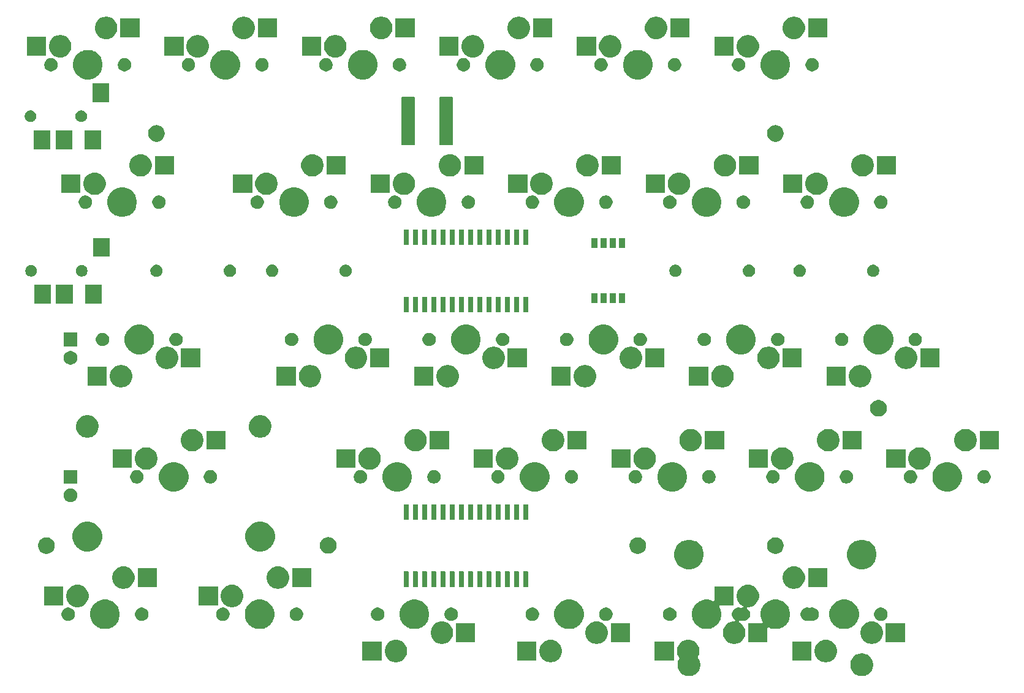
<source format=gbs>
G04 #@! TF.GenerationSoftware,KiCad,Pcbnew,5.1.2-f72e74a~84~ubuntu18.04.1*
G04 #@! TF.CreationDate,2019-06-15T16:10:17+09:00*
G04 #@! TF.ProjectId,left-PCB,6c656674-2d50-4434-922e-6b696361645f,rev?*
G04 #@! TF.SameCoordinates,Original*
G04 #@! TF.FileFunction,Soldermask,Bot*
G04 #@! TF.FilePolarity,Negative*
%FSLAX46Y46*%
G04 Gerber Fmt 4.6, Leading zero omitted, Abs format (unit mm)*
G04 Created by KiCad (PCBNEW 5.1.2-f72e74a~84~ubuntu18.04.1) date 2019-06-15 16:10:17*
%MOMM*%
%LPD*%
G04 APERTURE LIST*
%ADD10C,0.100000*%
G04 APERTURE END LIST*
D10*
G36*
X197495267Y-147940263D02*
G01*
X197647411Y-147970526D01*
X197766137Y-148019704D01*
X197934041Y-148089252D01*
X197934042Y-148089253D01*
X198192004Y-148261617D01*
X198411383Y-148480996D01*
X198466070Y-148562841D01*
X198583748Y-148738959D01*
X198602711Y-148784740D01*
X198702474Y-149025589D01*
X198723441Y-149131000D01*
X198763000Y-149329875D01*
X198763000Y-149640125D01*
X198702474Y-149944410D01*
X198583748Y-150231041D01*
X198583747Y-150231042D01*
X198411383Y-150489004D01*
X198192004Y-150708383D01*
X198019639Y-150823553D01*
X197934041Y-150880748D01*
X197766137Y-150950296D01*
X197647411Y-150999474D01*
X197343125Y-151060000D01*
X197032875Y-151060000D01*
X196728589Y-150999474D01*
X196609863Y-150950296D01*
X196441959Y-150880748D01*
X196356361Y-150823553D01*
X196183996Y-150708383D01*
X195964617Y-150489004D01*
X195792253Y-150231042D01*
X195792252Y-150231041D01*
X195673526Y-149944410D01*
X195613000Y-149640125D01*
X195613000Y-149329875D01*
X195652559Y-149131000D01*
X195673526Y-149025589D01*
X195773289Y-148784740D01*
X195792252Y-148738959D01*
X195909930Y-148562841D01*
X195964617Y-148480996D01*
X196183996Y-148261617D01*
X196441958Y-148089253D01*
X196441959Y-148089252D01*
X196609863Y-148019704D01*
X196728589Y-147970526D01*
X196880733Y-147940263D01*
X197032875Y-147910000D01*
X197343125Y-147910000D01*
X197495267Y-147940263D01*
X197495267Y-147940263D01*
G37*
G36*
X173512585Y-146058802D02*
G01*
X173662410Y-146088604D01*
X173944674Y-146205521D01*
X174198705Y-146375259D01*
X174414741Y-146591295D01*
X174584479Y-146845326D01*
X174701396Y-147127590D01*
X174761000Y-147427240D01*
X174761000Y-147732760D01*
X174701396Y-148032410D01*
X174584479Y-148314674D01*
X174550760Y-148365137D01*
X174539215Y-148386738D01*
X174532102Y-148410187D01*
X174529700Y-148434573D01*
X174532102Y-148458959D01*
X174539215Y-148482408D01*
X174550764Y-148504016D01*
X174590070Y-148562841D01*
X174707748Y-148738959D01*
X174726711Y-148784740D01*
X174826474Y-149025589D01*
X174847441Y-149131000D01*
X174887000Y-149329875D01*
X174887000Y-149640125D01*
X174826474Y-149944410D01*
X174707748Y-150231041D01*
X174707747Y-150231042D01*
X174535383Y-150489004D01*
X174316004Y-150708383D01*
X174143639Y-150823553D01*
X174058041Y-150880748D01*
X173890137Y-150950296D01*
X173771411Y-150999474D01*
X173467125Y-151060000D01*
X173156875Y-151060000D01*
X172852589Y-150999474D01*
X172733863Y-150950296D01*
X172565959Y-150880748D01*
X172480361Y-150823553D01*
X172307996Y-150708383D01*
X172088617Y-150489004D01*
X171916253Y-150231042D01*
X171916252Y-150231041D01*
X171797526Y-149944410D01*
X171737000Y-149640125D01*
X171737000Y-149329875D01*
X171776559Y-149131000D01*
X171797526Y-149025589D01*
X171897289Y-148784740D01*
X171916252Y-148738959D01*
X171971234Y-148656673D01*
X171982785Y-148635062D01*
X171989898Y-148611614D01*
X171992300Y-148587227D01*
X171989898Y-148562841D01*
X171982785Y-148539392D01*
X171971239Y-148517791D01*
X171835521Y-148314674D01*
X171718604Y-148032410D01*
X171659000Y-147732760D01*
X171659000Y-147427240D01*
X171718604Y-147127590D01*
X171835521Y-146845326D01*
X172005259Y-146591295D01*
X172221295Y-146375259D01*
X172475326Y-146205521D01*
X172757590Y-146088604D01*
X172907415Y-146058802D01*
X173057239Y-146029000D01*
X173362761Y-146029000D01*
X173512585Y-146058802D01*
X173512585Y-146058802D01*
G37*
G36*
X133137585Y-146058802D02*
G01*
X133287410Y-146088604D01*
X133569674Y-146205521D01*
X133823705Y-146375259D01*
X134039741Y-146591295D01*
X134209479Y-146845326D01*
X134326396Y-147127590D01*
X134386000Y-147427240D01*
X134386000Y-147732760D01*
X134326396Y-148032410D01*
X134209479Y-148314674D01*
X134039741Y-148568705D01*
X133823705Y-148784741D01*
X133569674Y-148954479D01*
X133287410Y-149071396D01*
X133137585Y-149101198D01*
X132987761Y-149131000D01*
X132682239Y-149131000D01*
X132532415Y-149101198D01*
X132382590Y-149071396D01*
X132100326Y-148954479D01*
X131846295Y-148784741D01*
X131630259Y-148568705D01*
X131460521Y-148314674D01*
X131343604Y-148032410D01*
X131284000Y-147732760D01*
X131284000Y-147427240D01*
X131343604Y-147127590D01*
X131460521Y-146845326D01*
X131630259Y-146591295D01*
X131846295Y-146375259D01*
X132100326Y-146205521D01*
X132382590Y-146088604D01*
X132532415Y-146058802D01*
X132682239Y-146029000D01*
X132987761Y-146029000D01*
X133137585Y-146058802D01*
X133137585Y-146058802D01*
G37*
G36*
X192512585Y-146058802D02*
G01*
X192662410Y-146088604D01*
X192944674Y-146205521D01*
X193198705Y-146375259D01*
X193414741Y-146591295D01*
X193584479Y-146845326D01*
X193701396Y-147127590D01*
X193761000Y-147427240D01*
X193761000Y-147732760D01*
X193701396Y-148032410D01*
X193584479Y-148314674D01*
X193414741Y-148568705D01*
X193198705Y-148784741D01*
X192944674Y-148954479D01*
X192662410Y-149071396D01*
X192512585Y-149101198D01*
X192362761Y-149131000D01*
X192057239Y-149131000D01*
X191907415Y-149101198D01*
X191757590Y-149071396D01*
X191475326Y-148954479D01*
X191221295Y-148784741D01*
X191005259Y-148568705D01*
X190835521Y-148314674D01*
X190718604Y-148032410D01*
X190659000Y-147732760D01*
X190659000Y-147427240D01*
X190718604Y-147127590D01*
X190835521Y-146845326D01*
X191005259Y-146591295D01*
X191221295Y-146375259D01*
X191475326Y-146205521D01*
X191757590Y-146088604D01*
X191907415Y-146058802D01*
X192057239Y-146029000D01*
X192362761Y-146029000D01*
X192512585Y-146058802D01*
X192512585Y-146058802D01*
G37*
G36*
X154512585Y-146058802D02*
G01*
X154662410Y-146088604D01*
X154944674Y-146205521D01*
X155198705Y-146375259D01*
X155414741Y-146591295D01*
X155584479Y-146845326D01*
X155701396Y-147127590D01*
X155761000Y-147427240D01*
X155761000Y-147732760D01*
X155701396Y-148032410D01*
X155584479Y-148314674D01*
X155414741Y-148568705D01*
X155198705Y-148784741D01*
X154944674Y-148954479D01*
X154662410Y-149071396D01*
X154512585Y-149101198D01*
X154362761Y-149131000D01*
X154057239Y-149131000D01*
X153907415Y-149101198D01*
X153757590Y-149071396D01*
X153475326Y-148954479D01*
X153221295Y-148784741D01*
X153005259Y-148568705D01*
X152835521Y-148314674D01*
X152718604Y-148032410D01*
X152659000Y-147732760D01*
X152659000Y-147427240D01*
X152718604Y-147127590D01*
X152835521Y-146845326D01*
X153005259Y-146591295D01*
X153221295Y-146375259D01*
X153475326Y-146205521D01*
X153757590Y-146088604D01*
X153907415Y-146058802D01*
X154057239Y-146029000D01*
X154362761Y-146029000D01*
X154512585Y-146058802D01*
X154512585Y-146058802D01*
G37*
G36*
X190234000Y-148881000D02*
G01*
X187582000Y-148881000D01*
X187582000Y-146279000D01*
X190234000Y-146279000D01*
X190234000Y-148881000D01*
X190234000Y-148881000D01*
G37*
G36*
X171234000Y-148881000D02*
G01*
X168582000Y-148881000D01*
X168582000Y-146279000D01*
X171234000Y-146279000D01*
X171234000Y-148881000D01*
X171234000Y-148881000D01*
G37*
G36*
X152234000Y-148881000D02*
G01*
X149582000Y-148881000D01*
X149582000Y-146279000D01*
X152234000Y-146279000D01*
X152234000Y-148881000D01*
X152234000Y-148881000D01*
G37*
G36*
X130859000Y-148881000D02*
G01*
X128207000Y-148881000D01*
X128207000Y-146279000D01*
X130859000Y-146279000D01*
X130859000Y-148881000D01*
X130859000Y-148881000D01*
G37*
G36*
X181742585Y-138438802D02*
G01*
X181892410Y-138468604D01*
X182174674Y-138585521D01*
X182428705Y-138755259D01*
X182644741Y-138971295D01*
X182814479Y-139225326D01*
X182931396Y-139507590D01*
X182991000Y-139807240D01*
X182991000Y-140112760D01*
X182931396Y-140412410D01*
X182814479Y-140694674D01*
X182644741Y-140948705D01*
X182428705Y-141164741D01*
X182174674Y-141334479D01*
X181892410Y-141451396D01*
X181856268Y-141458585D01*
X181592761Y-141511000D01*
X181428679Y-141511000D01*
X181404293Y-141513402D01*
X181380844Y-141520515D01*
X181359233Y-141532066D01*
X181340291Y-141547611D01*
X181324746Y-141566553D01*
X181313195Y-141588164D01*
X181306082Y-141611613D01*
X181303680Y-141635999D01*
X181306082Y-141660385D01*
X181313195Y-141683834D01*
X181324746Y-141705445D01*
X181340291Y-141724387D01*
X181359223Y-141739924D01*
X181420291Y-141780728D01*
X181549272Y-141909709D01*
X181650611Y-142061374D01*
X181720415Y-142229896D01*
X181756000Y-142408797D01*
X181756000Y-142591203D01*
X181720415Y-142770104D01*
X181650611Y-142938626D01*
X181549272Y-143090291D01*
X181420291Y-143219272D01*
X181268626Y-143320611D01*
X181100104Y-143390415D01*
X180921203Y-143426000D01*
X180738797Y-143426000D01*
X180559896Y-143390415D01*
X180547824Y-143385415D01*
X180524386Y-143378305D01*
X180500000Y-143375903D01*
X180475613Y-143378305D01*
X180452176Y-143385415D01*
X180440104Y-143390415D01*
X180297301Y-143418820D01*
X180273858Y-143425931D01*
X180252247Y-143437482D01*
X180233305Y-143453027D01*
X180217760Y-143471969D01*
X180206209Y-143493580D01*
X180199096Y-143517029D01*
X180196694Y-143541415D01*
X180199096Y-143565801D01*
X180206209Y-143589250D01*
X180217760Y-143610861D01*
X180233305Y-143629803D01*
X180252247Y-143645348D01*
X180273857Y-143656898D01*
X180285778Y-143661836D01*
X180294674Y-143665521D01*
X180548705Y-143835259D01*
X180764741Y-144051295D01*
X180934479Y-144305326D01*
X181051396Y-144587590D01*
X181111000Y-144887240D01*
X181111000Y-145192760D01*
X181051396Y-145492410D01*
X180934479Y-145774674D01*
X180764741Y-146028705D01*
X180548705Y-146244741D01*
X180294674Y-146414479D01*
X180012410Y-146531396D01*
X179862585Y-146561198D01*
X179712761Y-146591000D01*
X179407239Y-146591000D01*
X179257415Y-146561198D01*
X179107590Y-146531396D01*
X178825326Y-146414479D01*
X178571295Y-146244741D01*
X178355259Y-146028705D01*
X178185521Y-145774674D01*
X178068604Y-145492410D01*
X178009000Y-145192760D01*
X178009000Y-144887240D01*
X178068604Y-144587590D01*
X178185521Y-144305326D01*
X178355259Y-144051295D01*
X178571295Y-143835259D01*
X178825326Y-143665521D01*
X179107590Y-143548604D01*
X179266328Y-143517029D01*
X179407239Y-143489000D01*
X179571321Y-143489000D01*
X179595707Y-143486598D01*
X179619156Y-143479485D01*
X179640767Y-143467934D01*
X179659709Y-143452389D01*
X179675254Y-143433447D01*
X179686805Y-143411836D01*
X179693918Y-143388387D01*
X179696320Y-143364001D01*
X179693918Y-143339615D01*
X179686805Y-143316166D01*
X179675254Y-143294555D01*
X179659709Y-143275613D01*
X179640777Y-143260076D01*
X179579709Y-143219272D01*
X179450728Y-143090291D01*
X179349389Y-142938626D01*
X179279585Y-142770104D01*
X179244000Y-142591203D01*
X179244000Y-142408797D01*
X179279585Y-142229896D01*
X179349389Y-142061374D01*
X179450728Y-141909709D01*
X179579709Y-141780728D01*
X179731374Y-141679389D01*
X179899896Y-141609585D01*
X180078797Y-141574000D01*
X180261203Y-141574000D01*
X180440104Y-141609585D01*
X180452176Y-141614585D01*
X180475614Y-141621695D01*
X180500000Y-141624097D01*
X180524387Y-141621695D01*
X180547824Y-141614585D01*
X180559896Y-141609585D01*
X180702699Y-141581180D01*
X180726142Y-141574069D01*
X180747753Y-141562518D01*
X180766695Y-141546973D01*
X180782240Y-141528031D01*
X180793791Y-141506420D01*
X180800904Y-141482971D01*
X180803306Y-141458585D01*
X180800904Y-141434199D01*
X180793791Y-141410750D01*
X180782240Y-141389139D01*
X180766695Y-141370197D01*
X180747753Y-141354652D01*
X180726143Y-141343102D01*
X180705331Y-141334481D01*
X180705326Y-141334479D01*
X180451295Y-141164741D01*
X180235259Y-140948705D01*
X180065521Y-140694674D01*
X179948604Y-140412410D01*
X179889000Y-140112760D01*
X179889000Y-139807240D01*
X179948604Y-139507590D01*
X180065521Y-139225326D01*
X180235259Y-138971295D01*
X180451295Y-138755259D01*
X180705326Y-138585521D01*
X180987590Y-138468604D01*
X181137415Y-138438802D01*
X181287239Y-138409000D01*
X181592761Y-138409000D01*
X181742585Y-138438802D01*
X181742585Y-138438802D01*
G37*
G36*
X198853672Y-143517029D02*
G01*
X199012410Y-143548604D01*
X199294674Y-143665521D01*
X199548705Y-143835259D01*
X199764741Y-144051295D01*
X199934479Y-144305326D01*
X200051396Y-144587590D01*
X200111000Y-144887240D01*
X200111000Y-145192760D01*
X200051396Y-145492410D01*
X199934479Y-145774674D01*
X199764741Y-146028705D01*
X199548705Y-146244741D01*
X199294674Y-146414479D01*
X199012410Y-146531396D01*
X198862585Y-146561198D01*
X198712761Y-146591000D01*
X198407239Y-146591000D01*
X198257415Y-146561198D01*
X198107590Y-146531396D01*
X197825326Y-146414479D01*
X197571295Y-146244741D01*
X197355259Y-146028705D01*
X197185521Y-145774674D01*
X197068604Y-145492410D01*
X197009000Y-145192760D01*
X197009000Y-144887240D01*
X197068604Y-144587590D01*
X197185521Y-144305326D01*
X197355259Y-144051295D01*
X197571295Y-143835259D01*
X197825326Y-143665521D01*
X198107590Y-143548604D01*
X198266328Y-143517029D01*
X198407239Y-143489000D01*
X198712761Y-143489000D01*
X198853672Y-143517029D01*
X198853672Y-143517029D01*
G37*
G36*
X139478672Y-143517029D02*
G01*
X139637410Y-143548604D01*
X139919674Y-143665521D01*
X140173705Y-143835259D01*
X140389741Y-144051295D01*
X140559479Y-144305326D01*
X140676396Y-144587590D01*
X140736000Y-144887240D01*
X140736000Y-145192760D01*
X140676396Y-145492410D01*
X140559479Y-145774674D01*
X140389741Y-146028705D01*
X140173705Y-146244741D01*
X139919674Y-146414479D01*
X139637410Y-146531396D01*
X139487585Y-146561198D01*
X139337761Y-146591000D01*
X139032239Y-146591000D01*
X138882415Y-146561198D01*
X138732590Y-146531396D01*
X138450326Y-146414479D01*
X138196295Y-146244741D01*
X137980259Y-146028705D01*
X137810521Y-145774674D01*
X137693604Y-145492410D01*
X137634000Y-145192760D01*
X137634000Y-144887240D01*
X137693604Y-144587590D01*
X137810521Y-144305326D01*
X137980259Y-144051295D01*
X138196295Y-143835259D01*
X138450326Y-143665521D01*
X138732590Y-143548604D01*
X138891328Y-143517029D01*
X139032239Y-143489000D01*
X139337761Y-143489000D01*
X139478672Y-143517029D01*
X139478672Y-143517029D01*
G37*
G36*
X160853672Y-143517029D02*
G01*
X161012410Y-143548604D01*
X161294674Y-143665521D01*
X161548705Y-143835259D01*
X161764741Y-144051295D01*
X161934479Y-144305326D01*
X162051396Y-144587590D01*
X162111000Y-144887240D01*
X162111000Y-145192760D01*
X162051396Y-145492410D01*
X161934479Y-145774674D01*
X161764741Y-146028705D01*
X161548705Y-146244741D01*
X161294674Y-146414479D01*
X161012410Y-146531396D01*
X160862585Y-146561198D01*
X160712761Y-146591000D01*
X160407239Y-146591000D01*
X160257415Y-146561198D01*
X160107590Y-146531396D01*
X159825326Y-146414479D01*
X159571295Y-146244741D01*
X159355259Y-146028705D01*
X159185521Y-145774674D01*
X159068604Y-145492410D01*
X159009000Y-145192760D01*
X159009000Y-144887240D01*
X159068604Y-144587590D01*
X159185521Y-144305326D01*
X159355259Y-144051295D01*
X159571295Y-143835259D01*
X159825326Y-143665521D01*
X160107590Y-143548604D01*
X160266328Y-143517029D01*
X160407239Y-143489000D01*
X160712761Y-143489000D01*
X160853672Y-143517029D01*
X160853672Y-143517029D01*
G37*
G36*
X203161000Y-146341000D02*
G01*
X200509000Y-146341000D01*
X200509000Y-143739000D01*
X203161000Y-143739000D01*
X203161000Y-146341000D01*
X203161000Y-146341000D01*
G37*
G36*
X185846474Y-140533684D02*
G01*
X185946236Y-140575007D01*
X186218623Y-140687833D01*
X186553548Y-140911623D01*
X186838377Y-141196452D01*
X187062167Y-141531377D01*
X187096631Y-141614582D01*
X187216316Y-141903526D01*
X187294900Y-142298594D01*
X187294900Y-142701406D01*
X187216316Y-143096474D01*
X187165451Y-143219272D01*
X187062167Y-143468623D01*
X186838377Y-143803548D01*
X186553548Y-144088377D01*
X186218623Y-144312167D01*
X186138280Y-144345446D01*
X185846474Y-144466316D01*
X185451406Y-144544900D01*
X185048594Y-144544900D01*
X184653526Y-144466316D01*
X184399249Y-144360991D01*
X184333831Y-144333894D01*
X184310385Y-144326782D01*
X184285999Y-144324380D01*
X184261613Y-144326782D01*
X184238164Y-144333895D01*
X184216553Y-144345446D01*
X184197611Y-144360991D01*
X184182066Y-144379933D01*
X184170515Y-144401544D01*
X184163402Y-144424993D01*
X184161000Y-144449379D01*
X184161000Y-146341000D01*
X181509000Y-146341000D01*
X181509000Y-143739000D01*
X183384637Y-143739000D01*
X183409023Y-143736598D01*
X183432472Y-143729485D01*
X183454083Y-143717934D01*
X183473025Y-143702389D01*
X183488570Y-143683447D01*
X183500121Y-143661836D01*
X183507234Y-143638387D01*
X183509636Y-143614001D01*
X183507234Y-143589615D01*
X183500121Y-143566166D01*
X183488573Y-143544561D01*
X183437833Y-143468623D01*
X183334549Y-143219272D01*
X183283684Y-143096474D01*
X183205100Y-142701406D01*
X183205100Y-142298594D01*
X183283684Y-141903526D01*
X183403369Y-141614582D01*
X183437833Y-141531377D01*
X183661623Y-141196452D01*
X183946452Y-140911623D01*
X184281377Y-140687833D01*
X184553764Y-140575007D01*
X184653526Y-140533684D01*
X185048594Y-140455100D01*
X185451406Y-140455100D01*
X185846474Y-140533684D01*
X185846474Y-140533684D01*
G37*
G36*
X143786000Y-146341000D02*
G01*
X141134000Y-146341000D01*
X141134000Y-143739000D01*
X143786000Y-143739000D01*
X143786000Y-146341000D01*
X143786000Y-146341000D01*
G37*
G36*
X165161000Y-146341000D02*
G01*
X162509000Y-146341000D01*
X162509000Y-143739000D01*
X165161000Y-143739000D01*
X165161000Y-146341000D01*
X165161000Y-146341000D01*
G37*
G36*
X114596474Y-140533684D02*
G01*
X114696236Y-140575007D01*
X114968623Y-140687833D01*
X115303548Y-140911623D01*
X115588377Y-141196452D01*
X115812167Y-141531377D01*
X115846631Y-141614582D01*
X115966316Y-141903526D01*
X116044900Y-142298594D01*
X116044900Y-142701406D01*
X115966316Y-143096474D01*
X115915451Y-143219272D01*
X115812167Y-143468623D01*
X115588377Y-143803548D01*
X115303548Y-144088377D01*
X114968623Y-144312167D01*
X114888280Y-144345446D01*
X114596474Y-144466316D01*
X114201406Y-144544900D01*
X113798594Y-144544900D01*
X113403526Y-144466316D01*
X113111720Y-144345446D01*
X113031377Y-144312167D01*
X112696452Y-144088377D01*
X112411623Y-143803548D01*
X112187833Y-143468623D01*
X112084549Y-143219272D01*
X112033684Y-143096474D01*
X111955100Y-142701406D01*
X111955100Y-142298594D01*
X112033684Y-141903526D01*
X112153369Y-141614582D01*
X112187833Y-141531377D01*
X112411623Y-141196452D01*
X112696452Y-140911623D01*
X113031377Y-140687833D01*
X113303764Y-140575007D01*
X113403526Y-140533684D01*
X113798594Y-140455100D01*
X114201406Y-140455100D01*
X114596474Y-140533684D01*
X114596474Y-140533684D01*
G37*
G36*
X195346474Y-140533684D02*
G01*
X195446236Y-140575007D01*
X195718623Y-140687833D01*
X196053548Y-140911623D01*
X196338377Y-141196452D01*
X196562167Y-141531377D01*
X196596631Y-141614582D01*
X196716316Y-141903526D01*
X196794900Y-142298594D01*
X196794900Y-142701406D01*
X196716316Y-143096474D01*
X196665451Y-143219272D01*
X196562167Y-143468623D01*
X196338377Y-143803548D01*
X196053548Y-144088377D01*
X195718623Y-144312167D01*
X195638280Y-144345446D01*
X195346474Y-144466316D01*
X194951406Y-144544900D01*
X194548594Y-144544900D01*
X194153526Y-144466316D01*
X193861720Y-144345446D01*
X193781377Y-144312167D01*
X193446452Y-144088377D01*
X193161623Y-143803548D01*
X192937833Y-143468623D01*
X192834549Y-143219272D01*
X192783684Y-143096474D01*
X192705100Y-142701406D01*
X192705100Y-142298594D01*
X192783684Y-141903526D01*
X192903369Y-141614582D01*
X192937833Y-141531377D01*
X193161623Y-141196452D01*
X193446452Y-140911623D01*
X193781377Y-140687833D01*
X194053764Y-140575007D01*
X194153526Y-140533684D01*
X194548594Y-140455100D01*
X194951406Y-140455100D01*
X195346474Y-140533684D01*
X195346474Y-140533684D01*
G37*
G36*
X135971474Y-140533684D02*
G01*
X136071236Y-140575007D01*
X136343623Y-140687833D01*
X136678548Y-140911623D01*
X136963377Y-141196452D01*
X137187167Y-141531377D01*
X137221631Y-141614582D01*
X137341316Y-141903526D01*
X137419900Y-142298594D01*
X137419900Y-142701406D01*
X137341316Y-143096474D01*
X137290451Y-143219272D01*
X137187167Y-143468623D01*
X136963377Y-143803548D01*
X136678548Y-144088377D01*
X136343623Y-144312167D01*
X136263280Y-144345446D01*
X135971474Y-144466316D01*
X135576406Y-144544900D01*
X135173594Y-144544900D01*
X134778526Y-144466316D01*
X134486720Y-144345446D01*
X134406377Y-144312167D01*
X134071452Y-144088377D01*
X133786623Y-143803548D01*
X133562833Y-143468623D01*
X133459549Y-143219272D01*
X133408684Y-143096474D01*
X133330100Y-142701406D01*
X133330100Y-142298594D01*
X133408684Y-141903526D01*
X133528369Y-141614582D01*
X133562833Y-141531377D01*
X133786623Y-141196452D01*
X134071452Y-140911623D01*
X134406377Y-140687833D01*
X134678764Y-140575007D01*
X134778526Y-140533684D01*
X135173594Y-140455100D01*
X135576406Y-140455100D01*
X135971474Y-140533684D01*
X135971474Y-140533684D01*
G37*
G36*
X179491000Y-141261000D02*
G01*
X177615363Y-141261000D01*
X177590977Y-141263402D01*
X177567528Y-141270515D01*
X177545917Y-141282066D01*
X177526975Y-141297611D01*
X177511430Y-141316553D01*
X177499879Y-141338164D01*
X177492766Y-141361613D01*
X177490364Y-141385999D01*
X177492766Y-141410385D01*
X177499879Y-141433834D01*
X177511427Y-141455439D01*
X177562167Y-141531377D01*
X177596631Y-141614582D01*
X177716316Y-141903526D01*
X177794900Y-142298594D01*
X177794900Y-142701406D01*
X177716316Y-143096474D01*
X177665451Y-143219272D01*
X177562167Y-143468623D01*
X177338377Y-143803548D01*
X177053548Y-144088377D01*
X176718623Y-144312167D01*
X176638280Y-144345446D01*
X176346474Y-144466316D01*
X175951406Y-144544900D01*
X175548594Y-144544900D01*
X175153526Y-144466316D01*
X174861720Y-144345446D01*
X174781377Y-144312167D01*
X174446452Y-144088377D01*
X174161623Y-143803548D01*
X173937833Y-143468623D01*
X173834549Y-143219272D01*
X173783684Y-143096474D01*
X173705100Y-142701406D01*
X173705100Y-142298594D01*
X173783684Y-141903526D01*
X173903369Y-141614582D01*
X173937833Y-141531377D01*
X174161623Y-141196452D01*
X174446452Y-140911623D01*
X174781377Y-140687833D01*
X175053764Y-140575007D01*
X175153526Y-140533684D01*
X175548594Y-140455100D01*
X175951406Y-140455100D01*
X176346474Y-140533684D01*
X176446236Y-140575007D01*
X176666169Y-140666106D01*
X176689615Y-140673218D01*
X176714001Y-140675620D01*
X176738387Y-140673218D01*
X176761836Y-140666105D01*
X176783447Y-140654554D01*
X176802389Y-140639009D01*
X176817934Y-140620067D01*
X176829485Y-140598456D01*
X176836598Y-140575007D01*
X176839000Y-140550621D01*
X176839000Y-138659000D01*
X179491000Y-138659000D01*
X179491000Y-141261000D01*
X179491000Y-141261000D01*
G37*
G36*
X93221474Y-140533684D02*
G01*
X93321236Y-140575007D01*
X93593623Y-140687833D01*
X93928548Y-140911623D01*
X94213377Y-141196452D01*
X94437167Y-141531377D01*
X94471631Y-141614582D01*
X94591316Y-141903526D01*
X94669900Y-142298594D01*
X94669900Y-142701406D01*
X94591316Y-143096474D01*
X94540451Y-143219272D01*
X94437167Y-143468623D01*
X94213377Y-143803548D01*
X93928548Y-144088377D01*
X93593623Y-144312167D01*
X93513280Y-144345446D01*
X93221474Y-144466316D01*
X92826406Y-144544900D01*
X92423594Y-144544900D01*
X92028526Y-144466316D01*
X91736720Y-144345446D01*
X91656377Y-144312167D01*
X91321452Y-144088377D01*
X91036623Y-143803548D01*
X90812833Y-143468623D01*
X90709549Y-143219272D01*
X90658684Y-143096474D01*
X90580100Y-142701406D01*
X90580100Y-142298594D01*
X90658684Y-141903526D01*
X90778369Y-141614582D01*
X90812833Y-141531377D01*
X91036623Y-141196452D01*
X91321452Y-140911623D01*
X91656377Y-140687833D01*
X91928764Y-140575007D01*
X92028526Y-140533684D01*
X92423594Y-140455100D01*
X92826406Y-140455100D01*
X93221474Y-140533684D01*
X93221474Y-140533684D01*
G37*
G36*
X157346474Y-140533684D02*
G01*
X157446236Y-140575007D01*
X157718623Y-140687833D01*
X158053548Y-140911623D01*
X158338377Y-141196452D01*
X158562167Y-141531377D01*
X158596631Y-141614582D01*
X158716316Y-141903526D01*
X158794900Y-142298594D01*
X158794900Y-142701406D01*
X158716316Y-143096474D01*
X158665451Y-143219272D01*
X158562167Y-143468623D01*
X158338377Y-143803548D01*
X158053548Y-144088377D01*
X157718623Y-144312167D01*
X157638280Y-144345446D01*
X157346474Y-144466316D01*
X156951406Y-144544900D01*
X156548594Y-144544900D01*
X156153526Y-144466316D01*
X155861720Y-144345446D01*
X155781377Y-144312167D01*
X155446452Y-144088377D01*
X155161623Y-143803548D01*
X154937833Y-143468623D01*
X154834549Y-143219272D01*
X154783684Y-143096474D01*
X154705100Y-142701406D01*
X154705100Y-142298594D01*
X154783684Y-141903526D01*
X154903369Y-141614582D01*
X154937833Y-141531377D01*
X155161623Y-141196452D01*
X155446452Y-140911623D01*
X155781377Y-140687833D01*
X156053764Y-140575007D01*
X156153526Y-140533684D01*
X156548594Y-140455100D01*
X156951406Y-140455100D01*
X157346474Y-140533684D01*
X157346474Y-140533684D01*
G37*
G36*
X109190104Y-141609585D02*
G01*
X109358626Y-141679389D01*
X109510291Y-141780728D01*
X109639272Y-141909709D01*
X109740611Y-142061374D01*
X109810415Y-142229896D01*
X109846000Y-142408797D01*
X109846000Y-142591203D01*
X109810415Y-142770104D01*
X109740611Y-142938626D01*
X109639272Y-143090291D01*
X109510291Y-143219272D01*
X109358626Y-143320611D01*
X109190104Y-143390415D01*
X109011203Y-143426000D01*
X108828797Y-143426000D01*
X108649896Y-143390415D01*
X108481374Y-143320611D01*
X108329709Y-143219272D01*
X108200728Y-143090291D01*
X108099389Y-142938626D01*
X108029585Y-142770104D01*
X107994000Y-142591203D01*
X107994000Y-142408797D01*
X108029585Y-142229896D01*
X108099389Y-142061374D01*
X108200728Y-141909709D01*
X108329709Y-141780728D01*
X108481374Y-141679389D01*
X108649896Y-141609585D01*
X108828797Y-141574000D01*
X109011203Y-141574000D01*
X109190104Y-141609585D01*
X109190104Y-141609585D01*
G37*
G36*
X200100104Y-141609585D02*
G01*
X200268626Y-141679389D01*
X200420291Y-141780728D01*
X200549272Y-141909709D01*
X200650611Y-142061374D01*
X200720415Y-142229896D01*
X200756000Y-142408797D01*
X200756000Y-142591203D01*
X200720415Y-142770104D01*
X200650611Y-142938626D01*
X200549272Y-143090291D01*
X200420291Y-143219272D01*
X200268626Y-143320611D01*
X200100104Y-143390415D01*
X199921203Y-143426000D01*
X199738797Y-143426000D01*
X199559896Y-143390415D01*
X199391374Y-143320611D01*
X199239709Y-143219272D01*
X199110728Y-143090291D01*
X199009389Y-142938626D01*
X198939585Y-142770104D01*
X198904000Y-142591203D01*
X198904000Y-142408797D01*
X198939585Y-142229896D01*
X199009389Y-142061374D01*
X199110728Y-141909709D01*
X199239709Y-141780728D01*
X199391374Y-141679389D01*
X199559896Y-141609585D01*
X199738797Y-141574000D01*
X199921203Y-141574000D01*
X200100104Y-141609585D01*
X200100104Y-141609585D01*
G37*
G36*
X97975104Y-141609585D02*
G01*
X98143626Y-141679389D01*
X98295291Y-141780728D01*
X98424272Y-141909709D01*
X98525611Y-142061374D01*
X98595415Y-142229896D01*
X98631000Y-142408797D01*
X98631000Y-142591203D01*
X98595415Y-142770104D01*
X98525611Y-142938626D01*
X98424272Y-143090291D01*
X98295291Y-143219272D01*
X98143626Y-143320611D01*
X97975104Y-143390415D01*
X97796203Y-143426000D01*
X97613797Y-143426000D01*
X97434896Y-143390415D01*
X97266374Y-143320611D01*
X97114709Y-143219272D01*
X96985728Y-143090291D01*
X96884389Y-142938626D01*
X96814585Y-142770104D01*
X96779000Y-142591203D01*
X96779000Y-142408797D01*
X96814585Y-142229896D01*
X96884389Y-142061374D01*
X96985728Y-141909709D01*
X97114709Y-141780728D01*
X97266374Y-141679389D01*
X97434896Y-141609585D01*
X97613797Y-141574000D01*
X97796203Y-141574000D01*
X97975104Y-141609585D01*
X97975104Y-141609585D01*
G37*
G36*
X140725104Y-141609585D02*
G01*
X140893626Y-141679389D01*
X141045291Y-141780728D01*
X141174272Y-141909709D01*
X141275611Y-142061374D01*
X141345415Y-142229896D01*
X141381000Y-142408797D01*
X141381000Y-142591203D01*
X141345415Y-142770104D01*
X141275611Y-142938626D01*
X141174272Y-143090291D01*
X141045291Y-143219272D01*
X140893626Y-143320611D01*
X140725104Y-143390415D01*
X140546203Y-143426000D01*
X140363797Y-143426000D01*
X140184896Y-143390415D01*
X140016374Y-143320611D01*
X139864709Y-143219272D01*
X139735728Y-143090291D01*
X139634389Y-142938626D01*
X139564585Y-142770104D01*
X139529000Y-142591203D01*
X139529000Y-142408797D01*
X139564585Y-142229896D01*
X139634389Y-142061374D01*
X139735728Y-141909709D01*
X139864709Y-141780728D01*
X140016374Y-141679389D01*
X140184896Y-141609585D01*
X140363797Y-141574000D01*
X140546203Y-141574000D01*
X140725104Y-141609585D01*
X140725104Y-141609585D01*
G37*
G36*
X130565104Y-141609585D02*
G01*
X130733626Y-141679389D01*
X130885291Y-141780728D01*
X131014272Y-141909709D01*
X131115611Y-142061374D01*
X131185415Y-142229896D01*
X131221000Y-142408797D01*
X131221000Y-142591203D01*
X131185415Y-142770104D01*
X131115611Y-142938626D01*
X131014272Y-143090291D01*
X130885291Y-143219272D01*
X130733626Y-143320611D01*
X130565104Y-143390415D01*
X130386203Y-143426000D01*
X130203797Y-143426000D01*
X130024896Y-143390415D01*
X129856374Y-143320611D01*
X129704709Y-143219272D01*
X129575728Y-143090291D01*
X129474389Y-142938626D01*
X129404585Y-142770104D01*
X129369000Y-142591203D01*
X129369000Y-142408797D01*
X129404585Y-142229896D01*
X129474389Y-142061374D01*
X129575728Y-141909709D01*
X129704709Y-141780728D01*
X129856374Y-141679389D01*
X130024896Y-141609585D01*
X130203797Y-141574000D01*
X130386203Y-141574000D01*
X130565104Y-141609585D01*
X130565104Y-141609585D01*
G37*
G36*
X119350104Y-141609585D02*
G01*
X119518626Y-141679389D01*
X119670291Y-141780728D01*
X119799272Y-141909709D01*
X119900611Y-142061374D01*
X119970415Y-142229896D01*
X120006000Y-142408797D01*
X120006000Y-142591203D01*
X119970415Y-142770104D01*
X119900611Y-142938626D01*
X119799272Y-143090291D01*
X119670291Y-143219272D01*
X119518626Y-143320611D01*
X119350104Y-143390415D01*
X119171203Y-143426000D01*
X118988797Y-143426000D01*
X118809896Y-143390415D01*
X118641374Y-143320611D01*
X118489709Y-143219272D01*
X118360728Y-143090291D01*
X118259389Y-142938626D01*
X118189585Y-142770104D01*
X118154000Y-142591203D01*
X118154000Y-142408797D01*
X118189585Y-142229896D01*
X118259389Y-142061374D01*
X118360728Y-141909709D01*
X118489709Y-141780728D01*
X118641374Y-141679389D01*
X118809896Y-141609585D01*
X118988797Y-141574000D01*
X119171203Y-141574000D01*
X119350104Y-141609585D01*
X119350104Y-141609585D01*
G37*
G36*
X189940104Y-141609585D02*
G01*
X189952176Y-141614585D01*
X189975614Y-141621695D01*
X190000000Y-141624097D01*
X190024387Y-141621695D01*
X190047824Y-141614585D01*
X190059896Y-141609585D01*
X190238797Y-141574000D01*
X190421203Y-141574000D01*
X190600104Y-141609585D01*
X190768626Y-141679389D01*
X190920291Y-141780728D01*
X191049272Y-141909709D01*
X191150611Y-142061374D01*
X191220415Y-142229896D01*
X191256000Y-142408797D01*
X191256000Y-142591203D01*
X191220415Y-142770104D01*
X191150611Y-142938626D01*
X191049272Y-143090291D01*
X190920291Y-143219272D01*
X190768626Y-143320611D01*
X190600104Y-143390415D01*
X190421203Y-143426000D01*
X190238797Y-143426000D01*
X190059896Y-143390415D01*
X190047824Y-143385415D01*
X190024386Y-143378305D01*
X190000000Y-143375903D01*
X189975613Y-143378305D01*
X189952176Y-143385415D01*
X189940104Y-143390415D01*
X189761203Y-143426000D01*
X189578797Y-143426000D01*
X189399896Y-143390415D01*
X189231374Y-143320611D01*
X189079709Y-143219272D01*
X188950728Y-143090291D01*
X188849389Y-142938626D01*
X188779585Y-142770104D01*
X188744000Y-142591203D01*
X188744000Y-142408797D01*
X188779585Y-142229896D01*
X188849389Y-142061374D01*
X188950728Y-141909709D01*
X189079709Y-141780728D01*
X189231374Y-141679389D01*
X189399896Y-141609585D01*
X189578797Y-141574000D01*
X189761203Y-141574000D01*
X189940104Y-141609585D01*
X189940104Y-141609585D01*
G37*
G36*
X170940104Y-141609585D02*
G01*
X171108626Y-141679389D01*
X171260291Y-141780728D01*
X171389272Y-141909709D01*
X171490611Y-142061374D01*
X171560415Y-142229896D01*
X171596000Y-142408797D01*
X171596000Y-142591203D01*
X171560415Y-142770104D01*
X171490611Y-142938626D01*
X171389272Y-143090291D01*
X171260291Y-143219272D01*
X171108626Y-143320611D01*
X170940104Y-143390415D01*
X170761203Y-143426000D01*
X170578797Y-143426000D01*
X170399896Y-143390415D01*
X170231374Y-143320611D01*
X170079709Y-143219272D01*
X169950728Y-143090291D01*
X169849389Y-142938626D01*
X169779585Y-142770104D01*
X169744000Y-142591203D01*
X169744000Y-142408797D01*
X169779585Y-142229896D01*
X169849389Y-142061374D01*
X169950728Y-141909709D01*
X170079709Y-141780728D01*
X170231374Y-141679389D01*
X170399896Y-141609585D01*
X170578797Y-141574000D01*
X170761203Y-141574000D01*
X170940104Y-141609585D01*
X170940104Y-141609585D01*
G37*
G36*
X87815104Y-141609585D02*
G01*
X87983626Y-141679389D01*
X88135291Y-141780728D01*
X88264272Y-141909709D01*
X88365611Y-142061374D01*
X88435415Y-142229896D01*
X88471000Y-142408797D01*
X88471000Y-142591203D01*
X88435415Y-142770104D01*
X88365611Y-142938626D01*
X88264272Y-143090291D01*
X88135291Y-143219272D01*
X87983626Y-143320611D01*
X87815104Y-143390415D01*
X87636203Y-143426000D01*
X87453797Y-143426000D01*
X87274896Y-143390415D01*
X87106374Y-143320611D01*
X86954709Y-143219272D01*
X86825728Y-143090291D01*
X86724389Y-142938626D01*
X86654585Y-142770104D01*
X86619000Y-142591203D01*
X86619000Y-142408797D01*
X86654585Y-142229896D01*
X86724389Y-142061374D01*
X86825728Y-141909709D01*
X86954709Y-141780728D01*
X87106374Y-141679389D01*
X87274896Y-141609585D01*
X87453797Y-141574000D01*
X87636203Y-141574000D01*
X87815104Y-141609585D01*
X87815104Y-141609585D01*
G37*
G36*
X162100104Y-141609585D02*
G01*
X162268626Y-141679389D01*
X162420291Y-141780728D01*
X162549272Y-141909709D01*
X162650611Y-142061374D01*
X162720415Y-142229896D01*
X162756000Y-142408797D01*
X162756000Y-142591203D01*
X162720415Y-142770104D01*
X162650611Y-142938626D01*
X162549272Y-143090291D01*
X162420291Y-143219272D01*
X162268626Y-143320611D01*
X162100104Y-143390415D01*
X161921203Y-143426000D01*
X161738797Y-143426000D01*
X161559896Y-143390415D01*
X161391374Y-143320611D01*
X161239709Y-143219272D01*
X161110728Y-143090291D01*
X161009389Y-142938626D01*
X160939585Y-142770104D01*
X160904000Y-142591203D01*
X160904000Y-142408797D01*
X160939585Y-142229896D01*
X161009389Y-142061374D01*
X161110728Y-141909709D01*
X161239709Y-141780728D01*
X161391374Y-141679389D01*
X161559896Y-141609585D01*
X161738797Y-141574000D01*
X161921203Y-141574000D01*
X162100104Y-141609585D01*
X162100104Y-141609585D01*
G37*
G36*
X151940104Y-141609585D02*
G01*
X152108626Y-141679389D01*
X152260291Y-141780728D01*
X152389272Y-141909709D01*
X152490611Y-142061374D01*
X152560415Y-142229896D01*
X152596000Y-142408797D01*
X152596000Y-142591203D01*
X152560415Y-142770104D01*
X152490611Y-142938626D01*
X152389272Y-143090291D01*
X152260291Y-143219272D01*
X152108626Y-143320611D01*
X151940104Y-143390415D01*
X151761203Y-143426000D01*
X151578797Y-143426000D01*
X151399896Y-143390415D01*
X151231374Y-143320611D01*
X151079709Y-143219272D01*
X150950728Y-143090291D01*
X150849389Y-142938626D01*
X150779585Y-142770104D01*
X150744000Y-142591203D01*
X150744000Y-142408797D01*
X150779585Y-142229896D01*
X150849389Y-142061374D01*
X150950728Y-141909709D01*
X151079709Y-141780728D01*
X151231374Y-141679389D01*
X151399896Y-141609585D01*
X151578797Y-141574000D01*
X151761203Y-141574000D01*
X151940104Y-141609585D01*
X151940104Y-141609585D01*
G37*
G36*
X110492585Y-138438802D02*
G01*
X110642410Y-138468604D01*
X110924674Y-138585521D01*
X111178705Y-138755259D01*
X111394741Y-138971295D01*
X111564479Y-139225326D01*
X111681396Y-139507590D01*
X111741000Y-139807240D01*
X111741000Y-140112760D01*
X111681396Y-140412410D01*
X111564479Y-140694674D01*
X111394741Y-140948705D01*
X111178705Y-141164741D01*
X110924674Y-141334479D01*
X110642410Y-141451396D01*
X110606268Y-141458585D01*
X110342761Y-141511000D01*
X110037239Y-141511000D01*
X109773732Y-141458585D01*
X109737590Y-141451396D01*
X109455326Y-141334479D01*
X109201295Y-141164741D01*
X108985259Y-140948705D01*
X108815521Y-140694674D01*
X108698604Y-140412410D01*
X108639000Y-140112760D01*
X108639000Y-139807240D01*
X108698604Y-139507590D01*
X108815521Y-139225326D01*
X108985259Y-138971295D01*
X109201295Y-138755259D01*
X109455326Y-138585521D01*
X109737590Y-138468604D01*
X109887415Y-138438802D01*
X110037239Y-138409000D01*
X110342761Y-138409000D01*
X110492585Y-138438802D01*
X110492585Y-138438802D01*
G37*
G36*
X89117585Y-138438802D02*
G01*
X89267410Y-138468604D01*
X89549674Y-138585521D01*
X89803705Y-138755259D01*
X90019741Y-138971295D01*
X90189479Y-139225326D01*
X90306396Y-139507590D01*
X90366000Y-139807240D01*
X90366000Y-140112760D01*
X90306396Y-140412410D01*
X90189479Y-140694674D01*
X90019741Y-140948705D01*
X89803705Y-141164741D01*
X89549674Y-141334479D01*
X89267410Y-141451396D01*
X89231268Y-141458585D01*
X88967761Y-141511000D01*
X88662239Y-141511000D01*
X88398732Y-141458585D01*
X88362590Y-141451396D01*
X88080326Y-141334479D01*
X87826295Y-141164741D01*
X87610259Y-140948705D01*
X87440521Y-140694674D01*
X87323604Y-140412410D01*
X87264000Y-140112760D01*
X87264000Y-139807240D01*
X87323604Y-139507590D01*
X87440521Y-139225326D01*
X87610259Y-138971295D01*
X87826295Y-138755259D01*
X88080326Y-138585521D01*
X88362590Y-138468604D01*
X88512415Y-138438802D01*
X88662239Y-138409000D01*
X88967761Y-138409000D01*
X89117585Y-138438802D01*
X89117585Y-138438802D01*
G37*
G36*
X86866000Y-141261000D02*
G01*
X84214000Y-141261000D01*
X84214000Y-138659000D01*
X86866000Y-138659000D01*
X86866000Y-141261000D01*
X86866000Y-141261000D01*
G37*
G36*
X108241000Y-141261000D02*
G01*
X105589000Y-141261000D01*
X105589000Y-138659000D01*
X108241000Y-138659000D01*
X108241000Y-141261000D01*
X108241000Y-141261000D01*
G37*
G36*
X95467585Y-135898802D02*
G01*
X95617410Y-135928604D01*
X95899674Y-136045521D01*
X96153705Y-136215259D01*
X96369741Y-136431295D01*
X96539479Y-136685326D01*
X96656396Y-136967590D01*
X96716000Y-137267240D01*
X96716000Y-137572760D01*
X96656396Y-137872410D01*
X96539479Y-138154674D01*
X96369741Y-138408705D01*
X96153705Y-138624741D01*
X95899674Y-138794479D01*
X95617410Y-138911396D01*
X95467585Y-138941198D01*
X95317761Y-138971000D01*
X95012239Y-138971000D01*
X94862415Y-138941198D01*
X94712590Y-138911396D01*
X94430326Y-138794479D01*
X94176295Y-138624741D01*
X93960259Y-138408705D01*
X93790521Y-138154674D01*
X93673604Y-137872410D01*
X93614000Y-137572760D01*
X93614000Y-137267240D01*
X93673604Y-136967590D01*
X93790521Y-136685326D01*
X93960259Y-136431295D01*
X94176295Y-136215259D01*
X94430326Y-136045521D01*
X94712590Y-135928604D01*
X94862415Y-135898802D01*
X95012239Y-135869000D01*
X95317761Y-135869000D01*
X95467585Y-135898802D01*
X95467585Y-135898802D01*
G37*
G36*
X116842585Y-135898802D02*
G01*
X116992410Y-135928604D01*
X117274674Y-136045521D01*
X117528705Y-136215259D01*
X117744741Y-136431295D01*
X117914479Y-136685326D01*
X118031396Y-136967590D01*
X118091000Y-137267240D01*
X118091000Y-137572760D01*
X118031396Y-137872410D01*
X117914479Y-138154674D01*
X117744741Y-138408705D01*
X117528705Y-138624741D01*
X117274674Y-138794479D01*
X116992410Y-138911396D01*
X116842585Y-138941198D01*
X116692761Y-138971000D01*
X116387239Y-138971000D01*
X116237415Y-138941198D01*
X116087590Y-138911396D01*
X115805326Y-138794479D01*
X115551295Y-138624741D01*
X115335259Y-138408705D01*
X115165521Y-138154674D01*
X115048604Y-137872410D01*
X114989000Y-137572760D01*
X114989000Y-137267240D01*
X115048604Y-136967590D01*
X115165521Y-136685326D01*
X115335259Y-136431295D01*
X115551295Y-136215259D01*
X115805326Y-136045521D01*
X116087590Y-135928604D01*
X116237415Y-135898802D01*
X116387239Y-135869000D01*
X116692761Y-135869000D01*
X116842585Y-135898802D01*
X116842585Y-135898802D01*
G37*
G36*
X188092585Y-135898802D02*
G01*
X188242410Y-135928604D01*
X188524674Y-136045521D01*
X188778705Y-136215259D01*
X188994741Y-136431295D01*
X189164479Y-136685326D01*
X189281396Y-136967590D01*
X189341000Y-137267240D01*
X189341000Y-137572760D01*
X189281396Y-137872410D01*
X189164479Y-138154674D01*
X188994741Y-138408705D01*
X188778705Y-138624741D01*
X188524674Y-138794479D01*
X188242410Y-138911396D01*
X188092585Y-138941198D01*
X187942761Y-138971000D01*
X187637239Y-138971000D01*
X187487415Y-138941198D01*
X187337590Y-138911396D01*
X187055326Y-138794479D01*
X186801295Y-138624741D01*
X186585259Y-138408705D01*
X186415521Y-138154674D01*
X186298604Y-137872410D01*
X186239000Y-137572760D01*
X186239000Y-137267240D01*
X186298604Y-136967590D01*
X186415521Y-136685326D01*
X186585259Y-136431295D01*
X186801295Y-136215259D01*
X187055326Y-136045521D01*
X187337590Y-135928604D01*
X187487415Y-135898802D01*
X187637239Y-135869000D01*
X187942761Y-135869000D01*
X188092585Y-135898802D01*
X188092585Y-135898802D01*
G37*
G36*
X142124928Y-136576764D02*
G01*
X142146009Y-136583160D01*
X142165445Y-136593548D01*
X142182476Y-136607524D01*
X142196452Y-136624555D01*
X142206840Y-136643991D01*
X142213236Y-136665072D01*
X142216000Y-136693140D01*
X142216000Y-138606860D01*
X142213236Y-138634928D01*
X142206840Y-138656009D01*
X142196452Y-138675445D01*
X142182476Y-138692476D01*
X142165445Y-138706452D01*
X142146009Y-138716840D01*
X142124928Y-138723236D01*
X142096860Y-138726000D01*
X141633140Y-138726000D01*
X141605072Y-138723236D01*
X141583991Y-138716840D01*
X141564555Y-138706452D01*
X141547524Y-138692476D01*
X141533548Y-138675445D01*
X141523160Y-138656009D01*
X141516764Y-138634928D01*
X141514000Y-138606860D01*
X141514000Y-136693140D01*
X141516764Y-136665072D01*
X141523160Y-136643991D01*
X141533548Y-136624555D01*
X141547524Y-136607524D01*
X141564555Y-136593548D01*
X141583991Y-136583160D01*
X141605072Y-136576764D01*
X141633140Y-136574000D01*
X142096860Y-136574000D01*
X142124928Y-136576764D01*
X142124928Y-136576764D01*
G37*
G36*
X139584928Y-136576764D02*
G01*
X139606009Y-136583160D01*
X139625445Y-136593548D01*
X139642476Y-136607524D01*
X139656452Y-136624555D01*
X139666840Y-136643991D01*
X139673236Y-136665072D01*
X139676000Y-136693140D01*
X139676000Y-138606860D01*
X139673236Y-138634928D01*
X139666840Y-138656009D01*
X139656452Y-138675445D01*
X139642476Y-138692476D01*
X139625445Y-138706452D01*
X139606009Y-138716840D01*
X139584928Y-138723236D01*
X139556860Y-138726000D01*
X139093140Y-138726000D01*
X139065072Y-138723236D01*
X139043991Y-138716840D01*
X139024555Y-138706452D01*
X139007524Y-138692476D01*
X138993548Y-138675445D01*
X138983160Y-138656009D01*
X138976764Y-138634928D01*
X138974000Y-138606860D01*
X138974000Y-136693140D01*
X138976764Y-136665072D01*
X138983160Y-136643991D01*
X138993548Y-136624555D01*
X139007524Y-136607524D01*
X139024555Y-136593548D01*
X139043991Y-136583160D01*
X139065072Y-136576764D01*
X139093140Y-136574000D01*
X139556860Y-136574000D01*
X139584928Y-136576764D01*
X139584928Y-136576764D01*
G37*
G36*
X138314928Y-136576764D02*
G01*
X138336009Y-136583160D01*
X138355445Y-136593548D01*
X138372476Y-136607524D01*
X138386452Y-136624555D01*
X138396840Y-136643991D01*
X138403236Y-136665072D01*
X138406000Y-136693140D01*
X138406000Y-138606860D01*
X138403236Y-138634928D01*
X138396840Y-138656009D01*
X138386452Y-138675445D01*
X138372476Y-138692476D01*
X138355445Y-138706452D01*
X138336009Y-138716840D01*
X138314928Y-138723236D01*
X138286860Y-138726000D01*
X137823140Y-138726000D01*
X137795072Y-138723236D01*
X137773991Y-138716840D01*
X137754555Y-138706452D01*
X137737524Y-138692476D01*
X137723548Y-138675445D01*
X137713160Y-138656009D01*
X137706764Y-138634928D01*
X137704000Y-138606860D01*
X137704000Y-136693140D01*
X137706764Y-136665072D01*
X137713160Y-136643991D01*
X137723548Y-136624555D01*
X137737524Y-136607524D01*
X137754555Y-136593548D01*
X137773991Y-136583160D01*
X137795072Y-136576764D01*
X137823140Y-136574000D01*
X138286860Y-136574000D01*
X138314928Y-136576764D01*
X138314928Y-136576764D01*
G37*
G36*
X137044928Y-136576764D02*
G01*
X137066009Y-136583160D01*
X137085445Y-136593548D01*
X137102476Y-136607524D01*
X137116452Y-136624555D01*
X137126840Y-136643991D01*
X137133236Y-136665072D01*
X137136000Y-136693140D01*
X137136000Y-138606860D01*
X137133236Y-138634928D01*
X137126840Y-138656009D01*
X137116452Y-138675445D01*
X137102476Y-138692476D01*
X137085445Y-138706452D01*
X137066009Y-138716840D01*
X137044928Y-138723236D01*
X137016860Y-138726000D01*
X136553140Y-138726000D01*
X136525072Y-138723236D01*
X136503991Y-138716840D01*
X136484555Y-138706452D01*
X136467524Y-138692476D01*
X136453548Y-138675445D01*
X136443160Y-138656009D01*
X136436764Y-138634928D01*
X136434000Y-138606860D01*
X136434000Y-136693140D01*
X136436764Y-136665072D01*
X136443160Y-136643991D01*
X136453548Y-136624555D01*
X136467524Y-136607524D01*
X136484555Y-136593548D01*
X136503991Y-136583160D01*
X136525072Y-136576764D01*
X136553140Y-136574000D01*
X137016860Y-136574000D01*
X137044928Y-136576764D01*
X137044928Y-136576764D01*
G37*
G36*
X135774928Y-136576764D02*
G01*
X135796009Y-136583160D01*
X135815445Y-136593548D01*
X135832476Y-136607524D01*
X135846452Y-136624555D01*
X135856840Y-136643991D01*
X135863236Y-136665072D01*
X135866000Y-136693140D01*
X135866000Y-138606860D01*
X135863236Y-138634928D01*
X135856840Y-138656009D01*
X135846452Y-138675445D01*
X135832476Y-138692476D01*
X135815445Y-138706452D01*
X135796009Y-138716840D01*
X135774928Y-138723236D01*
X135746860Y-138726000D01*
X135283140Y-138726000D01*
X135255072Y-138723236D01*
X135233991Y-138716840D01*
X135214555Y-138706452D01*
X135197524Y-138692476D01*
X135183548Y-138675445D01*
X135173160Y-138656009D01*
X135166764Y-138634928D01*
X135164000Y-138606860D01*
X135164000Y-136693140D01*
X135166764Y-136665072D01*
X135173160Y-136643991D01*
X135183548Y-136624555D01*
X135197524Y-136607524D01*
X135214555Y-136593548D01*
X135233991Y-136583160D01*
X135255072Y-136576764D01*
X135283140Y-136574000D01*
X135746860Y-136574000D01*
X135774928Y-136576764D01*
X135774928Y-136576764D01*
G37*
G36*
X134504928Y-136576764D02*
G01*
X134526009Y-136583160D01*
X134545445Y-136593548D01*
X134562476Y-136607524D01*
X134576452Y-136624555D01*
X134586840Y-136643991D01*
X134593236Y-136665072D01*
X134596000Y-136693140D01*
X134596000Y-138606860D01*
X134593236Y-138634928D01*
X134586840Y-138656009D01*
X134576452Y-138675445D01*
X134562476Y-138692476D01*
X134545445Y-138706452D01*
X134526009Y-138716840D01*
X134504928Y-138723236D01*
X134476860Y-138726000D01*
X134013140Y-138726000D01*
X133985072Y-138723236D01*
X133963991Y-138716840D01*
X133944555Y-138706452D01*
X133927524Y-138692476D01*
X133913548Y-138675445D01*
X133903160Y-138656009D01*
X133896764Y-138634928D01*
X133894000Y-138606860D01*
X133894000Y-136693140D01*
X133896764Y-136665072D01*
X133903160Y-136643991D01*
X133913548Y-136624555D01*
X133927524Y-136607524D01*
X133944555Y-136593548D01*
X133963991Y-136583160D01*
X133985072Y-136576764D01*
X134013140Y-136574000D01*
X134476860Y-136574000D01*
X134504928Y-136576764D01*
X134504928Y-136576764D01*
G37*
G36*
X140854928Y-136576764D02*
G01*
X140876009Y-136583160D01*
X140895445Y-136593548D01*
X140912476Y-136607524D01*
X140926452Y-136624555D01*
X140936840Y-136643991D01*
X140943236Y-136665072D01*
X140946000Y-136693140D01*
X140946000Y-138606860D01*
X140943236Y-138634928D01*
X140936840Y-138656009D01*
X140926452Y-138675445D01*
X140912476Y-138692476D01*
X140895445Y-138706452D01*
X140876009Y-138716840D01*
X140854928Y-138723236D01*
X140826860Y-138726000D01*
X140363140Y-138726000D01*
X140335072Y-138723236D01*
X140313991Y-138716840D01*
X140294555Y-138706452D01*
X140277524Y-138692476D01*
X140263548Y-138675445D01*
X140253160Y-138656009D01*
X140246764Y-138634928D01*
X140244000Y-138606860D01*
X140244000Y-136693140D01*
X140246764Y-136665072D01*
X140253160Y-136643991D01*
X140263548Y-136624555D01*
X140277524Y-136607524D01*
X140294555Y-136593548D01*
X140313991Y-136583160D01*
X140335072Y-136576764D01*
X140363140Y-136574000D01*
X140826860Y-136574000D01*
X140854928Y-136576764D01*
X140854928Y-136576764D01*
G37*
G36*
X149744928Y-136576764D02*
G01*
X149766009Y-136583160D01*
X149785445Y-136593548D01*
X149802476Y-136607524D01*
X149816452Y-136624555D01*
X149826840Y-136643991D01*
X149833236Y-136665072D01*
X149836000Y-136693140D01*
X149836000Y-138606860D01*
X149833236Y-138634928D01*
X149826840Y-138656009D01*
X149816452Y-138675445D01*
X149802476Y-138692476D01*
X149785445Y-138706452D01*
X149766009Y-138716840D01*
X149744928Y-138723236D01*
X149716860Y-138726000D01*
X149253140Y-138726000D01*
X149225072Y-138723236D01*
X149203991Y-138716840D01*
X149184555Y-138706452D01*
X149167524Y-138692476D01*
X149153548Y-138675445D01*
X149143160Y-138656009D01*
X149136764Y-138634928D01*
X149134000Y-138606860D01*
X149134000Y-136693140D01*
X149136764Y-136665072D01*
X149143160Y-136643991D01*
X149153548Y-136624555D01*
X149167524Y-136607524D01*
X149184555Y-136593548D01*
X149203991Y-136583160D01*
X149225072Y-136576764D01*
X149253140Y-136574000D01*
X149716860Y-136574000D01*
X149744928Y-136576764D01*
X149744928Y-136576764D01*
G37*
G36*
X151014928Y-136576764D02*
G01*
X151036009Y-136583160D01*
X151055445Y-136593548D01*
X151072476Y-136607524D01*
X151086452Y-136624555D01*
X151096840Y-136643991D01*
X151103236Y-136665072D01*
X151106000Y-136693140D01*
X151106000Y-138606860D01*
X151103236Y-138634928D01*
X151096840Y-138656009D01*
X151086452Y-138675445D01*
X151072476Y-138692476D01*
X151055445Y-138706452D01*
X151036009Y-138716840D01*
X151014928Y-138723236D01*
X150986860Y-138726000D01*
X150523140Y-138726000D01*
X150495072Y-138723236D01*
X150473991Y-138716840D01*
X150454555Y-138706452D01*
X150437524Y-138692476D01*
X150423548Y-138675445D01*
X150413160Y-138656009D01*
X150406764Y-138634928D01*
X150404000Y-138606860D01*
X150404000Y-136693140D01*
X150406764Y-136665072D01*
X150413160Y-136643991D01*
X150423548Y-136624555D01*
X150437524Y-136607524D01*
X150454555Y-136593548D01*
X150473991Y-136583160D01*
X150495072Y-136576764D01*
X150523140Y-136574000D01*
X150986860Y-136574000D01*
X151014928Y-136576764D01*
X151014928Y-136576764D01*
G37*
G36*
X147204928Y-136576764D02*
G01*
X147226009Y-136583160D01*
X147245445Y-136593548D01*
X147262476Y-136607524D01*
X147276452Y-136624555D01*
X147286840Y-136643991D01*
X147293236Y-136665072D01*
X147296000Y-136693140D01*
X147296000Y-138606860D01*
X147293236Y-138634928D01*
X147286840Y-138656009D01*
X147276452Y-138675445D01*
X147262476Y-138692476D01*
X147245445Y-138706452D01*
X147226009Y-138716840D01*
X147204928Y-138723236D01*
X147176860Y-138726000D01*
X146713140Y-138726000D01*
X146685072Y-138723236D01*
X146663991Y-138716840D01*
X146644555Y-138706452D01*
X146627524Y-138692476D01*
X146613548Y-138675445D01*
X146603160Y-138656009D01*
X146596764Y-138634928D01*
X146594000Y-138606860D01*
X146594000Y-136693140D01*
X146596764Y-136665072D01*
X146603160Y-136643991D01*
X146613548Y-136624555D01*
X146627524Y-136607524D01*
X146644555Y-136593548D01*
X146663991Y-136583160D01*
X146685072Y-136576764D01*
X146713140Y-136574000D01*
X147176860Y-136574000D01*
X147204928Y-136576764D01*
X147204928Y-136576764D01*
G37*
G36*
X143394928Y-136576764D02*
G01*
X143416009Y-136583160D01*
X143435445Y-136593548D01*
X143452476Y-136607524D01*
X143466452Y-136624555D01*
X143476840Y-136643991D01*
X143483236Y-136665072D01*
X143486000Y-136693140D01*
X143486000Y-138606860D01*
X143483236Y-138634928D01*
X143476840Y-138656009D01*
X143466452Y-138675445D01*
X143452476Y-138692476D01*
X143435445Y-138706452D01*
X143416009Y-138716840D01*
X143394928Y-138723236D01*
X143366860Y-138726000D01*
X142903140Y-138726000D01*
X142875072Y-138723236D01*
X142853991Y-138716840D01*
X142834555Y-138706452D01*
X142817524Y-138692476D01*
X142803548Y-138675445D01*
X142793160Y-138656009D01*
X142786764Y-138634928D01*
X142784000Y-138606860D01*
X142784000Y-136693140D01*
X142786764Y-136665072D01*
X142793160Y-136643991D01*
X142803548Y-136624555D01*
X142817524Y-136607524D01*
X142834555Y-136593548D01*
X142853991Y-136583160D01*
X142875072Y-136576764D01*
X142903140Y-136574000D01*
X143366860Y-136574000D01*
X143394928Y-136576764D01*
X143394928Y-136576764D01*
G37*
G36*
X144664928Y-136576764D02*
G01*
X144686009Y-136583160D01*
X144705445Y-136593548D01*
X144722476Y-136607524D01*
X144736452Y-136624555D01*
X144746840Y-136643991D01*
X144753236Y-136665072D01*
X144756000Y-136693140D01*
X144756000Y-138606860D01*
X144753236Y-138634928D01*
X144746840Y-138656009D01*
X144736452Y-138675445D01*
X144722476Y-138692476D01*
X144705445Y-138706452D01*
X144686009Y-138716840D01*
X144664928Y-138723236D01*
X144636860Y-138726000D01*
X144173140Y-138726000D01*
X144145072Y-138723236D01*
X144123991Y-138716840D01*
X144104555Y-138706452D01*
X144087524Y-138692476D01*
X144073548Y-138675445D01*
X144063160Y-138656009D01*
X144056764Y-138634928D01*
X144054000Y-138606860D01*
X144054000Y-136693140D01*
X144056764Y-136665072D01*
X144063160Y-136643991D01*
X144073548Y-136624555D01*
X144087524Y-136607524D01*
X144104555Y-136593548D01*
X144123991Y-136583160D01*
X144145072Y-136576764D01*
X144173140Y-136574000D01*
X144636860Y-136574000D01*
X144664928Y-136576764D01*
X144664928Y-136576764D01*
G37*
G36*
X145934928Y-136576764D02*
G01*
X145956009Y-136583160D01*
X145975445Y-136593548D01*
X145992476Y-136607524D01*
X146006452Y-136624555D01*
X146016840Y-136643991D01*
X146023236Y-136665072D01*
X146026000Y-136693140D01*
X146026000Y-138606860D01*
X146023236Y-138634928D01*
X146016840Y-138656009D01*
X146006452Y-138675445D01*
X145992476Y-138692476D01*
X145975445Y-138706452D01*
X145956009Y-138716840D01*
X145934928Y-138723236D01*
X145906860Y-138726000D01*
X145443140Y-138726000D01*
X145415072Y-138723236D01*
X145393991Y-138716840D01*
X145374555Y-138706452D01*
X145357524Y-138692476D01*
X145343548Y-138675445D01*
X145333160Y-138656009D01*
X145326764Y-138634928D01*
X145324000Y-138606860D01*
X145324000Y-136693140D01*
X145326764Y-136665072D01*
X145333160Y-136643991D01*
X145343548Y-136624555D01*
X145357524Y-136607524D01*
X145374555Y-136593548D01*
X145393991Y-136583160D01*
X145415072Y-136576764D01*
X145443140Y-136574000D01*
X145906860Y-136574000D01*
X145934928Y-136576764D01*
X145934928Y-136576764D01*
G37*
G36*
X148474928Y-136576764D02*
G01*
X148496009Y-136583160D01*
X148515445Y-136593548D01*
X148532476Y-136607524D01*
X148546452Y-136624555D01*
X148556840Y-136643991D01*
X148563236Y-136665072D01*
X148566000Y-136693140D01*
X148566000Y-138606860D01*
X148563236Y-138634928D01*
X148556840Y-138656009D01*
X148546452Y-138675445D01*
X148532476Y-138692476D01*
X148515445Y-138706452D01*
X148496009Y-138716840D01*
X148474928Y-138723236D01*
X148446860Y-138726000D01*
X147983140Y-138726000D01*
X147955072Y-138723236D01*
X147933991Y-138716840D01*
X147914555Y-138706452D01*
X147897524Y-138692476D01*
X147883548Y-138675445D01*
X147873160Y-138656009D01*
X147866764Y-138634928D01*
X147864000Y-138606860D01*
X147864000Y-136693140D01*
X147866764Y-136665072D01*
X147873160Y-136643991D01*
X147883548Y-136624555D01*
X147897524Y-136607524D01*
X147914555Y-136593548D01*
X147933991Y-136583160D01*
X147955072Y-136576764D01*
X147983140Y-136574000D01*
X148446860Y-136574000D01*
X148474928Y-136576764D01*
X148474928Y-136576764D01*
G37*
G36*
X192418000Y-138721000D02*
G01*
X189766000Y-138721000D01*
X189766000Y-136119000D01*
X192418000Y-136119000D01*
X192418000Y-138721000D01*
X192418000Y-138721000D01*
G37*
G36*
X99793000Y-138721000D02*
G01*
X97141000Y-138721000D01*
X97141000Y-136119000D01*
X99793000Y-136119000D01*
X99793000Y-138721000D01*
X99793000Y-138721000D01*
G37*
G36*
X121168000Y-138721000D02*
G01*
X118516000Y-138721000D01*
X118516000Y-136119000D01*
X121168000Y-136119000D01*
X121168000Y-138721000D01*
X121168000Y-138721000D01*
G37*
G36*
X197784474Y-132278684D02*
G01*
X198002474Y-132368983D01*
X198156623Y-132432833D01*
X198491548Y-132656623D01*
X198776377Y-132941452D01*
X199000167Y-133276377D01*
X199014398Y-133310734D01*
X199154316Y-133648526D01*
X199232900Y-134043594D01*
X199232900Y-134446406D01*
X199154316Y-134841474D01*
X199064017Y-135059474D01*
X199000167Y-135213623D01*
X198776377Y-135548548D01*
X198491548Y-135833377D01*
X198156623Y-136057167D01*
X198007344Y-136119000D01*
X197784474Y-136211316D01*
X197389406Y-136289900D01*
X196986594Y-136289900D01*
X196591526Y-136211316D01*
X196368656Y-136119000D01*
X196219377Y-136057167D01*
X195884452Y-135833377D01*
X195599623Y-135548548D01*
X195375833Y-135213623D01*
X195311983Y-135059474D01*
X195221684Y-134841474D01*
X195143100Y-134446406D01*
X195143100Y-134043594D01*
X195221684Y-133648526D01*
X195361602Y-133310734D01*
X195375833Y-133276377D01*
X195599623Y-132941452D01*
X195884452Y-132656623D01*
X196219377Y-132432833D01*
X196373526Y-132368983D01*
X196591526Y-132278684D01*
X196986594Y-132200100D01*
X197389406Y-132200100D01*
X197784474Y-132278684D01*
X197784474Y-132278684D01*
G37*
G36*
X173908474Y-132278684D02*
G01*
X174126474Y-132368983D01*
X174280623Y-132432833D01*
X174615548Y-132656623D01*
X174900377Y-132941452D01*
X175124167Y-133276377D01*
X175138398Y-133310734D01*
X175278316Y-133648526D01*
X175356900Y-134043594D01*
X175356900Y-134446406D01*
X175278316Y-134841474D01*
X175188017Y-135059474D01*
X175124167Y-135213623D01*
X174900377Y-135548548D01*
X174615548Y-135833377D01*
X174280623Y-136057167D01*
X174131344Y-136119000D01*
X173908474Y-136211316D01*
X173513406Y-136289900D01*
X173110594Y-136289900D01*
X172715526Y-136211316D01*
X172492656Y-136119000D01*
X172343377Y-136057167D01*
X172008452Y-135833377D01*
X171723623Y-135548548D01*
X171499833Y-135213623D01*
X171435983Y-135059474D01*
X171345684Y-134841474D01*
X171267100Y-134446406D01*
X171267100Y-134043594D01*
X171345684Y-133648526D01*
X171485602Y-133310734D01*
X171499833Y-133276377D01*
X171723623Y-132941452D01*
X172008452Y-132656623D01*
X172343377Y-132432833D01*
X172497526Y-132368983D01*
X172715526Y-132278684D01*
X173110594Y-132200100D01*
X173513406Y-132200100D01*
X173908474Y-132278684D01*
X173908474Y-132278684D01*
G37*
G36*
X166460050Y-131868232D02*
G01*
X166585734Y-131893232D01*
X166795203Y-131979997D01*
X166983720Y-132105960D01*
X167144040Y-132266280D01*
X167270003Y-132454797D01*
X167356768Y-132664266D01*
X167401000Y-132886636D01*
X167401000Y-133113364D01*
X167356768Y-133335734D01*
X167270003Y-133545203D01*
X167144040Y-133733720D01*
X166983720Y-133894040D01*
X166795203Y-134020003D01*
X166585734Y-134106768D01*
X166489048Y-134126000D01*
X166363365Y-134151000D01*
X166136635Y-134151000D01*
X166010952Y-134126000D01*
X165914266Y-134106768D01*
X165704797Y-134020003D01*
X165516280Y-133894040D01*
X165355960Y-133733720D01*
X165229997Y-133545203D01*
X165143232Y-133335734D01*
X165099000Y-133113364D01*
X165099000Y-132886636D01*
X165143232Y-132664266D01*
X165229997Y-132454797D01*
X165355960Y-132266280D01*
X165516280Y-132105960D01*
X165704797Y-131979997D01*
X165914266Y-131893232D01*
X166039950Y-131868232D01*
X166136635Y-131849000D01*
X166363365Y-131849000D01*
X166460050Y-131868232D01*
X166460050Y-131868232D01*
G37*
G36*
X84745050Y-131868232D02*
G01*
X84870734Y-131893232D01*
X85080203Y-131979997D01*
X85268720Y-132105960D01*
X85429040Y-132266280D01*
X85555003Y-132454797D01*
X85641768Y-132664266D01*
X85686000Y-132886636D01*
X85686000Y-133113364D01*
X85641768Y-133335734D01*
X85555003Y-133545203D01*
X85429040Y-133733720D01*
X85268720Y-133894040D01*
X85080203Y-134020003D01*
X84870734Y-134106768D01*
X84774048Y-134126000D01*
X84648365Y-134151000D01*
X84421635Y-134151000D01*
X84295952Y-134126000D01*
X84199266Y-134106768D01*
X83989797Y-134020003D01*
X83801280Y-133894040D01*
X83640960Y-133733720D01*
X83514997Y-133545203D01*
X83428232Y-133335734D01*
X83384000Y-133113364D01*
X83384000Y-132886636D01*
X83428232Y-132664266D01*
X83514997Y-132454797D01*
X83640960Y-132266280D01*
X83801280Y-132105960D01*
X83989797Y-131979997D01*
X84199266Y-131893232D01*
X84324950Y-131868232D01*
X84421635Y-131849000D01*
X84648365Y-131849000D01*
X84745050Y-131868232D01*
X84745050Y-131868232D01*
G37*
G36*
X185460050Y-131868232D02*
G01*
X185585734Y-131893232D01*
X185795203Y-131979997D01*
X185983720Y-132105960D01*
X186144040Y-132266280D01*
X186270003Y-132454797D01*
X186356768Y-132664266D01*
X186401000Y-132886636D01*
X186401000Y-133113364D01*
X186356768Y-133335734D01*
X186270003Y-133545203D01*
X186144040Y-133733720D01*
X185983720Y-133894040D01*
X185795203Y-134020003D01*
X185585734Y-134106768D01*
X185489048Y-134126000D01*
X185363365Y-134151000D01*
X185136635Y-134151000D01*
X185010952Y-134126000D01*
X184914266Y-134106768D01*
X184704797Y-134020003D01*
X184516280Y-133894040D01*
X184355960Y-133733720D01*
X184229997Y-133545203D01*
X184143232Y-133335734D01*
X184099000Y-133113364D01*
X184099000Y-132886636D01*
X184143232Y-132664266D01*
X184229997Y-132454797D01*
X184355960Y-132266280D01*
X184516280Y-132105960D01*
X184704797Y-131979997D01*
X184914266Y-131893232D01*
X185039950Y-131868232D01*
X185136635Y-131849000D01*
X185363365Y-131849000D01*
X185460050Y-131868232D01*
X185460050Y-131868232D01*
G37*
G36*
X123699549Y-131846116D02*
G01*
X123810734Y-131868232D01*
X124020203Y-131954997D01*
X124208720Y-132080960D01*
X124369040Y-132241280D01*
X124495003Y-132429797D01*
X124581768Y-132639266D01*
X124626000Y-132861636D01*
X124626000Y-133088364D01*
X124581768Y-133310734D01*
X124495003Y-133520203D01*
X124369040Y-133708720D01*
X124208720Y-133869040D01*
X124020203Y-133995003D01*
X123810734Y-134081768D01*
X123699549Y-134103884D01*
X123588365Y-134126000D01*
X123361635Y-134126000D01*
X123250451Y-134103884D01*
X123139266Y-134081768D01*
X122929797Y-133995003D01*
X122741280Y-133869040D01*
X122580960Y-133708720D01*
X122454997Y-133520203D01*
X122368232Y-133310734D01*
X122324000Y-133088364D01*
X122324000Y-132861636D01*
X122368232Y-132639266D01*
X122454997Y-132429797D01*
X122580960Y-132241280D01*
X122741280Y-132080960D01*
X122929797Y-131954997D01*
X123139266Y-131868232D01*
X123250451Y-131846116D01*
X123361635Y-131824000D01*
X123588365Y-131824000D01*
X123699549Y-131846116D01*
X123699549Y-131846116D01*
G37*
G36*
X114659474Y-129788684D02*
G01*
X114877474Y-129878983D01*
X115031623Y-129942833D01*
X115366548Y-130166623D01*
X115651377Y-130451452D01*
X115875167Y-130786377D01*
X115875167Y-130786378D01*
X116029316Y-131158526D01*
X116107900Y-131553594D01*
X116107900Y-131956406D01*
X116029316Y-132351474D01*
X115995616Y-132432833D01*
X115875167Y-132723623D01*
X115651377Y-133058548D01*
X115366548Y-133343377D01*
X115031623Y-133567167D01*
X114877474Y-133631017D01*
X114659474Y-133721316D01*
X114264406Y-133799900D01*
X113861594Y-133799900D01*
X113466526Y-133721316D01*
X113248526Y-133631017D01*
X113094377Y-133567167D01*
X112759452Y-133343377D01*
X112474623Y-133058548D01*
X112250833Y-132723623D01*
X112130384Y-132432833D01*
X112096684Y-132351474D01*
X112018100Y-131956406D01*
X112018100Y-131553594D01*
X112096684Y-131158526D01*
X112250833Y-130786378D01*
X112250833Y-130786377D01*
X112474623Y-130451452D01*
X112759452Y-130166623D01*
X113094377Y-129942833D01*
X113248526Y-129878983D01*
X113466526Y-129788684D01*
X113861594Y-129710100D01*
X114264406Y-129710100D01*
X114659474Y-129788684D01*
X114659474Y-129788684D01*
G37*
G36*
X90783474Y-129788684D02*
G01*
X91001474Y-129878983D01*
X91155623Y-129942833D01*
X91490548Y-130166623D01*
X91775377Y-130451452D01*
X91999167Y-130786377D01*
X91999167Y-130786378D01*
X92153316Y-131158526D01*
X92231900Y-131553594D01*
X92231900Y-131956406D01*
X92153316Y-132351474D01*
X92119616Y-132432833D01*
X91999167Y-132723623D01*
X91775377Y-133058548D01*
X91490548Y-133343377D01*
X91155623Y-133567167D01*
X91001474Y-133631017D01*
X90783474Y-133721316D01*
X90388406Y-133799900D01*
X89985594Y-133799900D01*
X89590526Y-133721316D01*
X89372526Y-133631017D01*
X89218377Y-133567167D01*
X88883452Y-133343377D01*
X88598623Y-133058548D01*
X88374833Y-132723623D01*
X88254384Y-132432833D01*
X88220684Y-132351474D01*
X88142100Y-131956406D01*
X88142100Y-131553594D01*
X88220684Y-131158526D01*
X88374833Y-130786378D01*
X88374833Y-130786377D01*
X88598623Y-130451452D01*
X88883452Y-130166623D01*
X89218377Y-129942833D01*
X89372526Y-129878983D01*
X89590526Y-129788684D01*
X89985594Y-129710100D01*
X90388406Y-129710100D01*
X90783474Y-129788684D01*
X90783474Y-129788684D01*
G37*
G36*
X134504928Y-127276764D02*
G01*
X134526009Y-127283160D01*
X134545445Y-127293548D01*
X134562476Y-127307524D01*
X134576452Y-127324555D01*
X134586840Y-127343991D01*
X134593236Y-127365072D01*
X134596000Y-127393140D01*
X134596000Y-129306860D01*
X134593236Y-129334928D01*
X134586840Y-129356009D01*
X134576452Y-129375445D01*
X134562476Y-129392476D01*
X134545445Y-129406452D01*
X134526009Y-129416840D01*
X134504928Y-129423236D01*
X134476860Y-129426000D01*
X134013140Y-129426000D01*
X133985072Y-129423236D01*
X133963991Y-129416840D01*
X133944555Y-129406452D01*
X133927524Y-129392476D01*
X133913548Y-129375445D01*
X133903160Y-129356009D01*
X133896764Y-129334928D01*
X133894000Y-129306860D01*
X133894000Y-127393140D01*
X133896764Y-127365072D01*
X133903160Y-127343991D01*
X133913548Y-127324555D01*
X133927524Y-127307524D01*
X133944555Y-127293548D01*
X133963991Y-127283160D01*
X133985072Y-127276764D01*
X134013140Y-127274000D01*
X134476860Y-127274000D01*
X134504928Y-127276764D01*
X134504928Y-127276764D01*
G37*
G36*
X151014928Y-127276764D02*
G01*
X151036009Y-127283160D01*
X151055445Y-127293548D01*
X151072476Y-127307524D01*
X151086452Y-127324555D01*
X151096840Y-127343991D01*
X151103236Y-127365072D01*
X151106000Y-127393140D01*
X151106000Y-129306860D01*
X151103236Y-129334928D01*
X151096840Y-129356009D01*
X151086452Y-129375445D01*
X151072476Y-129392476D01*
X151055445Y-129406452D01*
X151036009Y-129416840D01*
X151014928Y-129423236D01*
X150986860Y-129426000D01*
X150523140Y-129426000D01*
X150495072Y-129423236D01*
X150473991Y-129416840D01*
X150454555Y-129406452D01*
X150437524Y-129392476D01*
X150423548Y-129375445D01*
X150413160Y-129356009D01*
X150406764Y-129334928D01*
X150404000Y-129306860D01*
X150404000Y-127393140D01*
X150406764Y-127365072D01*
X150413160Y-127343991D01*
X150423548Y-127324555D01*
X150437524Y-127307524D01*
X150454555Y-127293548D01*
X150473991Y-127283160D01*
X150495072Y-127276764D01*
X150523140Y-127274000D01*
X150986860Y-127274000D01*
X151014928Y-127276764D01*
X151014928Y-127276764D01*
G37*
G36*
X149744928Y-127276764D02*
G01*
X149766009Y-127283160D01*
X149785445Y-127293548D01*
X149802476Y-127307524D01*
X149816452Y-127324555D01*
X149826840Y-127343991D01*
X149833236Y-127365072D01*
X149836000Y-127393140D01*
X149836000Y-129306860D01*
X149833236Y-129334928D01*
X149826840Y-129356009D01*
X149816452Y-129375445D01*
X149802476Y-129392476D01*
X149785445Y-129406452D01*
X149766009Y-129416840D01*
X149744928Y-129423236D01*
X149716860Y-129426000D01*
X149253140Y-129426000D01*
X149225072Y-129423236D01*
X149203991Y-129416840D01*
X149184555Y-129406452D01*
X149167524Y-129392476D01*
X149153548Y-129375445D01*
X149143160Y-129356009D01*
X149136764Y-129334928D01*
X149134000Y-129306860D01*
X149134000Y-127393140D01*
X149136764Y-127365072D01*
X149143160Y-127343991D01*
X149153548Y-127324555D01*
X149167524Y-127307524D01*
X149184555Y-127293548D01*
X149203991Y-127283160D01*
X149225072Y-127276764D01*
X149253140Y-127274000D01*
X149716860Y-127274000D01*
X149744928Y-127276764D01*
X149744928Y-127276764D01*
G37*
G36*
X148474928Y-127276764D02*
G01*
X148496009Y-127283160D01*
X148515445Y-127293548D01*
X148532476Y-127307524D01*
X148546452Y-127324555D01*
X148556840Y-127343991D01*
X148563236Y-127365072D01*
X148566000Y-127393140D01*
X148566000Y-129306860D01*
X148563236Y-129334928D01*
X148556840Y-129356009D01*
X148546452Y-129375445D01*
X148532476Y-129392476D01*
X148515445Y-129406452D01*
X148496009Y-129416840D01*
X148474928Y-129423236D01*
X148446860Y-129426000D01*
X147983140Y-129426000D01*
X147955072Y-129423236D01*
X147933991Y-129416840D01*
X147914555Y-129406452D01*
X147897524Y-129392476D01*
X147883548Y-129375445D01*
X147873160Y-129356009D01*
X147866764Y-129334928D01*
X147864000Y-129306860D01*
X147864000Y-127393140D01*
X147866764Y-127365072D01*
X147873160Y-127343991D01*
X147883548Y-127324555D01*
X147897524Y-127307524D01*
X147914555Y-127293548D01*
X147933991Y-127283160D01*
X147955072Y-127276764D01*
X147983140Y-127274000D01*
X148446860Y-127274000D01*
X148474928Y-127276764D01*
X148474928Y-127276764D01*
G37*
G36*
X147204928Y-127276764D02*
G01*
X147226009Y-127283160D01*
X147245445Y-127293548D01*
X147262476Y-127307524D01*
X147276452Y-127324555D01*
X147286840Y-127343991D01*
X147293236Y-127365072D01*
X147296000Y-127393140D01*
X147296000Y-129306860D01*
X147293236Y-129334928D01*
X147286840Y-129356009D01*
X147276452Y-129375445D01*
X147262476Y-129392476D01*
X147245445Y-129406452D01*
X147226009Y-129416840D01*
X147204928Y-129423236D01*
X147176860Y-129426000D01*
X146713140Y-129426000D01*
X146685072Y-129423236D01*
X146663991Y-129416840D01*
X146644555Y-129406452D01*
X146627524Y-129392476D01*
X146613548Y-129375445D01*
X146603160Y-129356009D01*
X146596764Y-129334928D01*
X146594000Y-129306860D01*
X146594000Y-127393140D01*
X146596764Y-127365072D01*
X146603160Y-127343991D01*
X146613548Y-127324555D01*
X146627524Y-127307524D01*
X146644555Y-127293548D01*
X146663991Y-127283160D01*
X146685072Y-127276764D01*
X146713140Y-127274000D01*
X147176860Y-127274000D01*
X147204928Y-127276764D01*
X147204928Y-127276764D01*
G37*
G36*
X144664928Y-127276764D02*
G01*
X144686009Y-127283160D01*
X144705445Y-127293548D01*
X144722476Y-127307524D01*
X144736452Y-127324555D01*
X144746840Y-127343991D01*
X144753236Y-127365072D01*
X144756000Y-127393140D01*
X144756000Y-129306860D01*
X144753236Y-129334928D01*
X144746840Y-129356009D01*
X144736452Y-129375445D01*
X144722476Y-129392476D01*
X144705445Y-129406452D01*
X144686009Y-129416840D01*
X144664928Y-129423236D01*
X144636860Y-129426000D01*
X144173140Y-129426000D01*
X144145072Y-129423236D01*
X144123991Y-129416840D01*
X144104555Y-129406452D01*
X144087524Y-129392476D01*
X144073548Y-129375445D01*
X144063160Y-129356009D01*
X144056764Y-129334928D01*
X144054000Y-129306860D01*
X144054000Y-127393140D01*
X144056764Y-127365072D01*
X144063160Y-127343991D01*
X144073548Y-127324555D01*
X144087524Y-127307524D01*
X144104555Y-127293548D01*
X144123991Y-127283160D01*
X144145072Y-127276764D01*
X144173140Y-127274000D01*
X144636860Y-127274000D01*
X144664928Y-127276764D01*
X144664928Y-127276764D01*
G37*
G36*
X143394928Y-127276764D02*
G01*
X143416009Y-127283160D01*
X143435445Y-127293548D01*
X143452476Y-127307524D01*
X143466452Y-127324555D01*
X143476840Y-127343991D01*
X143483236Y-127365072D01*
X143486000Y-127393140D01*
X143486000Y-129306860D01*
X143483236Y-129334928D01*
X143476840Y-129356009D01*
X143466452Y-129375445D01*
X143452476Y-129392476D01*
X143435445Y-129406452D01*
X143416009Y-129416840D01*
X143394928Y-129423236D01*
X143366860Y-129426000D01*
X142903140Y-129426000D01*
X142875072Y-129423236D01*
X142853991Y-129416840D01*
X142834555Y-129406452D01*
X142817524Y-129392476D01*
X142803548Y-129375445D01*
X142793160Y-129356009D01*
X142786764Y-129334928D01*
X142784000Y-129306860D01*
X142784000Y-127393140D01*
X142786764Y-127365072D01*
X142793160Y-127343991D01*
X142803548Y-127324555D01*
X142817524Y-127307524D01*
X142834555Y-127293548D01*
X142853991Y-127283160D01*
X142875072Y-127276764D01*
X142903140Y-127274000D01*
X143366860Y-127274000D01*
X143394928Y-127276764D01*
X143394928Y-127276764D01*
G37*
G36*
X140854928Y-127276764D02*
G01*
X140876009Y-127283160D01*
X140895445Y-127293548D01*
X140912476Y-127307524D01*
X140926452Y-127324555D01*
X140936840Y-127343991D01*
X140943236Y-127365072D01*
X140946000Y-127393140D01*
X140946000Y-129306860D01*
X140943236Y-129334928D01*
X140936840Y-129356009D01*
X140926452Y-129375445D01*
X140912476Y-129392476D01*
X140895445Y-129406452D01*
X140876009Y-129416840D01*
X140854928Y-129423236D01*
X140826860Y-129426000D01*
X140363140Y-129426000D01*
X140335072Y-129423236D01*
X140313991Y-129416840D01*
X140294555Y-129406452D01*
X140277524Y-129392476D01*
X140263548Y-129375445D01*
X140253160Y-129356009D01*
X140246764Y-129334928D01*
X140244000Y-129306860D01*
X140244000Y-127393140D01*
X140246764Y-127365072D01*
X140253160Y-127343991D01*
X140263548Y-127324555D01*
X140277524Y-127307524D01*
X140294555Y-127293548D01*
X140313991Y-127283160D01*
X140335072Y-127276764D01*
X140363140Y-127274000D01*
X140826860Y-127274000D01*
X140854928Y-127276764D01*
X140854928Y-127276764D01*
G37*
G36*
X142124928Y-127276764D02*
G01*
X142146009Y-127283160D01*
X142165445Y-127293548D01*
X142182476Y-127307524D01*
X142196452Y-127324555D01*
X142206840Y-127343991D01*
X142213236Y-127365072D01*
X142216000Y-127393140D01*
X142216000Y-129306860D01*
X142213236Y-129334928D01*
X142206840Y-129356009D01*
X142196452Y-129375445D01*
X142182476Y-129392476D01*
X142165445Y-129406452D01*
X142146009Y-129416840D01*
X142124928Y-129423236D01*
X142096860Y-129426000D01*
X141633140Y-129426000D01*
X141605072Y-129423236D01*
X141583991Y-129416840D01*
X141564555Y-129406452D01*
X141547524Y-129392476D01*
X141533548Y-129375445D01*
X141523160Y-129356009D01*
X141516764Y-129334928D01*
X141514000Y-129306860D01*
X141514000Y-127393140D01*
X141516764Y-127365072D01*
X141523160Y-127343991D01*
X141533548Y-127324555D01*
X141547524Y-127307524D01*
X141564555Y-127293548D01*
X141583991Y-127283160D01*
X141605072Y-127276764D01*
X141633140Y-127274000D01*
X142096860Y-127274000D01*
X142124928Y-127276764D01*
X142124928Y-127276764D01*
G37*
G36*
X145934928Y-127276764D02*
G01*
X145956009Y-127283160D01*
X145975445Y-127293548D01*
X145992476Y-127307524D01*
X146006452Y-127324555D01*
X146016840Y-127343991D01*
X146023236Y-127365072D01*
X146026000Y-127393140D01*
X146026000Y-129306860D01*
X146023236Y-129334928D01*
X146016840Y-129356009D01*
X146006452Y-129375445D01*
X145992476Y-129392476D01*
X145975445Y-129406452D01*
X145956009Y-129416840D01*
X145934928Y-129423236D01*
X145906860Y-129426000D01*
X145443140Y-129426000D01*
X145415072Y-129423236D01*
X145393991Y-129416840D01*
X145374555Y-129406452D01*
X145357524Y-129392476D01*
X145343548Y-129375445D01*
X145333160Y-129356009D01*
X145326764Y-129334928D01*
X145324000Y-129306860D01*
X145324000Y-127393140D01*
X145326764Y-127365072D01*
X145333160Y-127343991D01*
X145343548Y-127324555D01*
X145357524Y-127307524D01*
X145374555Y-127293548D01*
X145393991Y-127283160D01*
X145415072Y-127276764D01*
X145443140Y-127274000D01*
X145906860Y-127274000D01*
X145934928Y-127276764D01*
X145934928Y-127276764D01*
G37*
G36*
X135774928Y-127276764D02*
G01*
X135796009Y-127283160D01*
X135815445Y-127293548D01*
X135832476Y-127307524D01*
X135846452Y-127324555D01*
X135856840Y-127343991D01*
X135863236Y-127365072D01*
X135866000Y-127393140D01*
X135866000Y-129306860D01*
X135863236Y-129334928D01*
X135856840Y-129356009D01*
X135846452Y-129375445D01*
X135832476Y-129392476D01*
X135815445Y-129406452D01*
X135796009Y-129416840D01*
X135774928Y-129423236D01*
X135746860Y-129426000D01*
X135283140Y-129426000D01*
X135255072Y-129423236D01*
X135233991Y-129416840D01*
X135214555Y-129406452D01*
X135197524Y-129392476D01*
X135183548Y-129375445D01*
X135173160Y-129356009D01*
X135166764Y-129334928D01*
X135164000Y-129306860D01*
X135164000Y-127393140D01*
X135166764Y-127365072D01*
X135173160Y-127343991D01*
X135183548Y-127324555D01*
X135197524Y-127307524D01*
X135214555Y-127293548D01*
X135233991Y-127283160D01*
X135255072Y-127276764D01*
X135283140Y-127274000D01*
X135746860Y-127274000D01*
X135774928Y-127276764D01*
X135774928Y-127276764D01*
G37*
G36*
X138314928Y-127276764D02*
G01*
X138336009Y-127283160D01*
X138355445Y-127293548D01*
X138372476Y-127307524D01*
X138386452Y-127324555D01*
X138396840Y-127343991D01*
X138403236Y-127365072D01*
X138406000Y-127393140D01*
X138406000Y-129306860D01*
X138403236Y-129334928D01*
X138396840Y-129356009D01*
X138386452Y-129375445D01*
X138372476Y-129392476D01*
X138355445Y-129406452D01*
X138336009Y-129416840D01*
X138314928Y-129423236D01*
X138286860Y-129426000D01*
X137823140Y-129426000D01*
X137795072Y-129423236D01*
X137773991Y-129416840D01*
X137754555Y-129406452D01*
X137737524Y-129392476D01*
X137723548Y-129375445D01*
X137713160Y-129356009D01*
X137706764Y-129334928D01*
X137704000Y-129306860D01*
X137704000Y-127393140D01*
X137706764Y-127365072D01*
X137713160Y-127343991D01*
X137723548Y-127324555D01*
X137737524Y-127307524D01*
X137754555Y-127293548D01*
X137773991Y-127283160D01*
X137795072Y-127276764D01*
X137823140Y-127274000D01*
X138286860Y-127274000D01*
X138314928Y-127276764D01*
X138314928Y-127276764D01*
G37*
G36*
X139584928Y-127276764D02*
G01*
X139606009Y-127283160D01*
X139625445Y-127293548D01*
X139642476Y-127307524D01*
X139656452Y-127324555D01*
X139666840Y-127343991D01*
X139673236Y-127365072D01*
X139676000Y-127393140D01*
X139676000Y-129306860D01*
X139673236Y-129334928D01*
X139666840Y-129356009D01*
X139656452Y-129375445D01*
X139642476Y-129392476D01*
X139625445Y-129406452D01*
X139606009Y-129416840D01*
X139584928Y-129423236D01*
X139556860Y-129426000D01*
X139093140Y-129426000D01*
X139065072Y-129423236D01*
X139043991Y-129416840D01*
X139024555Y-129406452D01*
X139007524Y-129392476D01*
X138993548Y-129375445D01*
X138983160Y-129356009D01*
X138976764Y-129334928D01*
X138974000Y-129306860D01*
X138974000Y-127393140D01*
X138976764Y-127365072D01*
X138983160Y-127343991D01*
X138993548Y-127324555D01*
X139007524Y-127307524D01*
X139024555Y-127293548D01*
X139043991Y-127283160D01*
X139065072Y-127276764D01*
X139093140Y-127274000D01*
X139556860Y-127274000D01*
X139584928Y-127276764D01*
X139584928Y-127276764D01*
G37*
G36*
X137044928Y-127276764D02*
G01*
X137066009Y-127283160D01*
X137085445Y-127293548D01*
X137102476Y-127307524D01*
X137116452Y-127324555D01*
X137126840Y-127343991D01*
X137133236Y-127365072D01*
X137136000Y-127393140D01*
X137136000Y-129306860D01*
X137133236Y-129334928D01*
X137126840Y-129356009D01*
X137116452Y-129375445D01*
X137102476Y-129392476D01*
X137085445Y-129406452D01*
X137066009Y-129416840D01*
X137044928Y-129423236D01*
X137016860Y-129426000D01*
X136553140Y-129426000D01*
X136525072Y-129423236D01*
X136503991Y-129416840D01*
X136484555Y-129406452D01*
X136467524Y-129392476D01*
X136453548Y-129375445D01*
X136443160Y-129356009D01*
X136436764Y-129334928D01*
X136434000Y-129306860D01*
X136434000Y-127393140D01*
X136436764Y-127365072D01*
X136443160Y-127343991D01*
X136453548Y-127324555D01*
X136467524Y-127307524D01*
X136484555Y-127293548D01*
X136503991Y-127283160D01*
X136525072Y-127276764D01*
X136553140Y-127274000D01*
X137016860Y-127274000D01*
X137044928Y-127276764D01*
X137044928Y-127276764D01*
G37*
G36*
X88152395Y-125125546D02*
G01*
X88325466Y-125197234D01*
X88325467Y-125197235D01*
X88481227Y-125301310D01*
X88613690Y-125433773D01*
X88613691Y-125433775D01*
X88717766Y-125589534D01*
X88789454Y-125762605D01*
X88826000Y-125946333D01*
X88826000Y-126133667D01*
X88789454Y-126317395D01*
X88717766Y-126490466D01*
X88717765Y-126490467D01*
X88613690Y-126646227D01*
X88481227Y-126778690D01*
X88402818Y-126831081D01*
X88325466Y-126882766D01*
X88152395Y-126954454D01*
X87968667Y-126991000D01*
X87781333Y-126991000D01*
X87597605Y-126954454D01*
X87424534Y-126882766D01*
X87347182Y-126831081D01*
X87268773Y-126778690D01*
X87136310Y-126646227D01*
X87032235Y-126490467D01*
X87032234Y-126490466D01*
X86960546Y-126317395D01*
X86924000Y-126133667D01*
X86924000Y-125946333D01*
X86960546Y-125762605D01*
X87032234Y-125589534D01*
X87136309Y-125433775D01*
X87136310Y-125433773D01*
X87268773Y-125301310D01*
X87424533Y-125197235D01*
X87424534Y-125197234D01*
X87597605Y-125125546D01*
X87781333Y-125089000D01*
X87968667Y-125089000D01*
X88152395Y-125125546D01*
X88152395Y-125125546D01*
G37*
G36*
X102721474Y-121533684D02*
G01*
X102939474Y-121623983D01*
X103093623Y-121687833D01*
X103428548Y-121911623D01*
X103713377Y-122196452D01*
X103937167Y-122531377D01*
X103969562Y-122609586D01*
X104091316Y-122903526D01*
X104169900Y-123298594D01*
X104169900Y-123701406D01*
X104091316Y-124096474D01*
X104040451Y-124219272D01*
X103937167Y-124468623D01*
X103713377Y-124803548D01*
X103428548Y-125088377D01*
X103093623Y-125312167D01*
X102939474Y-125376017D01*
X102721474Y-125466316D01*
X102326406Y-125544900D01*
X101923594Y-125544900D01*
X101528526Y-125466316D01*
X101310526Y-125376017D01*
X101156377Y-125312167D01*
X100821452Y-125088377D01*
X100536623Y-124803548D01*
X100312833Y-124468623D01*
X100209549Y-124219272D01*
X100158684Y-124096474D01*
X100080100Y-123701406D01*
X100080100Y-123298594D01*
X100158684Y-122903526D01*
X100280438Y-122609586D01*
X100312833Y-122531377D01*
X100536623Y-122196452D01*
X100821452Y-121911623D01*
X101156377Y-121687833D01*
X101310526Y-121623983D01*
X101528526Y-121533684D01*
X101923594Y-121455100D01*
X102326406Y-121455100D01*
X102721474Y-121533684D01*
X102721474Y-121533684D01*
G37*
G36*
X209596474Y-121533684D02*
G01*
X209814474Y-121623983D01*
X209968623Y-121687833D01*
X210303548Y-121911623D01*
X210588377Y-122196452D01*
X210812167Y-122531377D01*
X210844562Y-122609586D01*
X210966316Y-122903526D01*
X211044900Y-123298594D01*
X211044900Y-123701406D01*
X210966316Y-124096474D01*
X210915451Y-124219272D01*
X210812167Y-124468623D01*
X210588377Y-124803548D01*
X210303548Y-125088377D01*
X209968623Y-125312167D01*
X209814474Y-125376017D01*
X209596474Y-125466316D01*
X209201406Y-125544900D01*
X208798594Y-125544900D01*
X208403526Y-125466316D01*
X208185526Y-125376017D01*
X208031377Y-125312167D01*
X207696452Y-125088377D01*
X207411623Y-124803548D01*
X207187833Y-124468623D01*
X207084549Y-124219272D01*
X207033684Y-124096474D01*
X206955100Y-123701406D01*
X206955100Y-123298594D01*
X207033684Y-122903526D01*
X207155438Y-122609586D01*
X207187833Y-122531377D01*
X207411623Y-122196452D01*
X207696452Y-121911623D01*
X208031377Y-121687833D01*
X208185526Y-121623983D01*
X208403526Y-121533684D01*
X208798594Y-121455100D01*
X209201406Y-121455100D01*
X209596474Y-121533684D01*
X209596474Y-121533684D01*
G37*
G36*
X133596474Y-121533684D02*
G01*
X133814474Y-121623983D01*
X133968623Y-121687833D01*
X134303548Y-121911623D01*
X134588377Y-122196452D01*
X134812167Y-122531377D01*
X134844562Y-122609586D01*
X134966316Y-122903526D01*
X135044900Y-123298594D01*
X135044900Y-123701406D01*
X134966316Y-124096474D01*
X134915451Y-124219272D01*
X134812167Y-124468623D01*
X134588377Y-124803548D01*
X134303548Y-125088377D01*
X133968623Y-125312167D01*
X133814474Y-125376017D01*
X133596474Y-125466316D01*
X133201406Y-125544900D01*
X132798594Y-125544900D01*
X132403526Y-125466316D01*
X132185526Y-125376017D01*
X132031377Y-125312167D01*
X131696452Y-125088377D01*
X131411623Y-124803548D01*
X131187833Y-124468623D01*
X131084549Y-124219272D01*
X131033684Y-124096474D01*
X130955100Y-123701406D01*
X130955100Y-123298594D01*
X131033684Y-122903526D01*
X131155438Y-122609586D01*
X131187833Y-122531377D01*
X131411623Y-122196452D01*
X131696452Y-121911623D01*
X132031377Y-121687833D01*
X132185526Y-121623983D01*
X132403526Y-121533684D01*
X132798594Y-121455100D01*
X133201406Y-121455100D01*
X133596474Y-121533684D01*
X133596474Y-121533684D01*
G37*
G36*
X152596474Y-121533684D02*
G01*
X152814474Y-121623983D01*
X152968623Y-121687833D01*
X153303548Y-121911623D01*
X153588377Y-122196452D01*
X153812167Y-122531377D01*
X153844562Y-122609586D01*
X153966316Y-122903526D01*
X154044900Y-123298594D01*
X154044900Y-123701406D01*
X153966316Y-124096474D01*
X153915451Y-124219272D01*
X153812167Y-124468623D01*
X153588377Y-124803548D01*
X153303548Y-125088377D01*
X152968623Y-125312167D01*
X152814474Y-125376017D01*
X152596474Y-125466316D01*
X152201406Y-125544900D01*
X151798594Y-125544900D01*
X151403526Y-125466316D01*
X151185526Y-125376017D01*
X151031377Y-125312167D01*
X150696452Y-125088377D01*
X150411623Y-124803548D01*
X150187833Y-124468623D01*
X150084549Y-124219272D01*
X150033684Y-124096474D01*
X149955100Y-123701406D01*
X149955100Y-123298594D01*
X150033684Y-122903526D01*
X150155438Y-122609586D01*
X150187833Y-122531377D01*
X150411623Y-122196452D01*
X150696452Y-121911623D01*
X151031377Y-121687833D01*
X151185526Y-121623983D01*
X151403526Y-121533684D01*
X151798594Y-121455100D01*
X152201406Y-121455100D01*
X152596474Y-121533684D01*
X152596474Y-121533684D01*
G37*
G36*
X171596474Y-121533684D02*
G01*
X171814474Y-121623983D01*
X171968623Y-121687833D01*
X172303548Y-121911623D01*
X172588377Y-122196452D01*
X172812167Y-122531377D01*
X172844562Y-122609586D01*
X172966316Y-122903526D01*
X173044900Y-123298594D01*
X173044900Y-123701406D01*
X172966316Y-124096474D01*
X172915451Y-124219272D01*
X172812167Y-124468623D01*
X172588377Y-124803548D01*
X172303548Y-125088377D01*
X171968623Y-125312167D01*
X171814474Y-125376017D01*
X171596474Y-125466316D01*
X171201406Y-125544900D01*
X170798594Y-125544900D01*
X170403526Y-125466316D01*
X170185526Y-125376017D01*
X170031377Y-125312167D01*
X169696452Y-125088377D01*
X169411623Y-124803548D01*
X169187833Y-124468623D01*
X169084549Y-124219272D01*
X169033684Y-124096474D01*
X168955100Y-123701406D01*
X168955100Y-123298594D01*
X169033684Y-122903526D01*
X169155438Y-122609586D01*
X169187833Y-122531377D01*
X169411623Y-122196452D01*
X169696452Y-121911623D01*
X170031377Y-121687833D01*
X170185526Y-121623983D01*
X170403526Y-121533684D01*
X170798594Y-121455100D01*
X171201406Y-121455100D01*
X171596474Y-121533684D01*
X171596474Y-121533684D01*
G37*
G36*
X190596474Y-121533684D02*
G01*
X190814474Y-121623983D01*
X190968623Y-121687833D01*
X191303548Y-121911623D01*
X191588377Y-122196452D01*
X191812167Y-122531377D01*
X191844562Y-122609586D01*
X191966316Y-122903526D01*
X192044900Y-123298594D01*
X192044900Y-123701406D01*
X191966316Y-124096474D01*
X191915451Y-124219272D01*
X191812167Y-124468623D01*
X191588377Y-124803548D01*
X191303548Y-125088377D01*
X190968623Y-125312167D01*
X190814474Y-125376017D01*
X190596474Y-125466316D01*
X190201406Y-125544900D01*
X189798594Y-125544900D01*
X189403526Y-125466316D01*
X189185526Y-125376017D01*
X189031377Y-125312167D01*
X188696452Y-125088377D01*
X188411623Y-124803548D01*
X188187833Y-124468623D01*
X188084549Y-124219272D01*
X188033684Y-124096474D01*
X187955100Y-123701406D01*
X187955100Y-123298594D01*
X188033684Y-122903526D01*
X188155438Y-122609586D01*
X188187833Y-122531377D01*
X188411623Y-122196452D01*
X188696452Y-121911623D01*
X189031377Y-121687833D01*
X189185526Y-121623983D01*
X189403526Y-121533684D01*
X189798594Y-121455100D01*
X190201406Y-121455100D01*
X190596474Y-121533684D01*
X190596474Y-121533684D01*
G37*
G36*
X88826000Y-124451000D02*
G01*
X86924000Y-124451000D01*
X86924000Y-122549000D01*
X88826000Y-122549000D01*
X88826000Y-124451000D01*
X88826000Y-124451000D01*
G37*
G36*
X147190104Y-122609585D02*
G01*
X147358626Y-122679389D01*
X147510291Y-122780728D01*
X147639272Y-122909709D01*
X147740611Y-123061374D01*
X147810415Y-123229896D01*
X147846000Y-123408797D01*
X147846000Y-123591203D01*
X147810415Y-123770104D01*
X147740611Y-123938626D01*
X147639272Y-124090291D01*
X147510291Y-124219272D01*
X147358626Y-124320611D01*
X147190104Y-124390415D01*
X147011203Y-124426000D01*
X146828797Y-124426000D01*
X146649896Y-124390415D01*
X146481374Y-124320611D01*
X146329709Y-124219272D01*
X146200728Y-124090291D01*
X146099389Y-123938626D01*
X146029585Y-123770104D01*
X145994000Y-123591203D01*
X145994000Y-123408797D01*
X146029585Y-123229896D01*
X146099389Y-123061374D01*
X146200728Y-122909709D01*
X146329709Y-122780728D01*
X146481374Y-122679389D01*
X146649896Y-122609585D01*
X146828797Y-122574000D01*
X147011203Y-122574000D01*
X147190104Y-122609585D01*
X147190104Y-122609585D01*
G37*
G36*
X128190104Y-122609585D02*
G01*
X128358626Y-122679389D01*
X128510291Y-122780728D01*
X128639272Y-122909709D01*
X128740611Y-123061374D01*
X128810415Y-123229896D01*
X128846000Y-123408797D01*
X128846000Y-123591203D01*
X128810415Y-123770104D01*
X128740611Y-123938626D01*
X128639272Y-124090291D01*
X128510291Y-124219272D01*
X128358626Y-124320611D01*
X128190104Y-124390415D01*
X128011203Y-124426000D01*
X127828797Y-124426000D01*
X127649896Y-124390415D01*
X127481374Y-124320611D01*
X127329709Y-124219272D01*
X127200728Y-124090291D01*
X127099389Y-123938626D01*
X127029585Y-123770104D01*
X126994000Y-123591203D01*
X126994000Y-123408797D01*
X127029585Y-123229896D01*
X127099389Y-123061374D01*
X127200728Y-122909709D01*
X127329709Y-122780728D01*
X127481374Y-122679389D01*
X127649896Y-122609585D01*
X127828797Y-122574000D01*
X128011203Y-122574000D01*
X128190104Y-122609585D01*
X128190104Y-122609585D01*
G37*
G36*
X107475104Y-122609585D02*
G01*
X107643626Y-122679389D01*
X107795291Y-122780728D01*
X107924272Y-122909709D01*
X108025611Y-123061374D01*
X108095415Y-123229896D01*
X108131000Y-123408797D01*
X108131000Y-123591203D01*
X108095415Y-123770104D01*
X108025611Y-123938626D01*
X107924272Y-124090291D01*
X107795291Y-124219272D01*
X107643626Y-124320611D01*
X107475104Y-124390415D01*
X107296203Y-124426000D01*
X107113797Y-124426000D01*
X106934896Y-124390415D01*
X106766374Y-124320611D01*
X106614709Y-124219272D01*
X106485728Y-124090291D01*
X106384389Y-123938626D01*
X106314585Y-123770104D01*
X106279000Y-123591203D01*
X106279000Y-123408797D01*
X106314585Y-123229896D01*
X106384389Y-123061374D01*
X106485728Y-122909709D01*
X106614709Y-122780728D01*
X106766374Y-122679389D01*
X106934896Y-122609585D01*
X107113797Y-122574000D01*
X107296203Y-122574000D01*
X107475104Y-122609585D01*
X107475104Y-122609585D01*
G37*
G36*
X97315104Y-122609585D02*
G01*
X97483626Y-122679389D01*
X97635291Y-122780728D01*
X97764272Y-122909709D01*
X97865611Y-123061374D01*
X97935415Y-123229896D01*
X97971000Y-123408797D01*
X97971000Y-123591203D01*
X97935415Y-123770104D01*
X97865611Y-123938626D01*
X97764272Y-124090291D01*
X97635291Y-124219272D01*
X97483626Y-124320611D01*
X97315104Y-124390415D01*
X97136203Y-124426000D01*
X96953797Y-124426000D01*
X96774896Y-124390415D01*
X96606374Y-124320611D01*
X96454709Y-124219272D01*
X96325728Y-124090291D01*
X96224389Y-123938626D01*
X96154585Y-123770104D01*
X96119000Y-123591203D01*
X96119000Y-123408797D01*
X96154585Y-123229896D01*
X96224389Y-123061374D01*
X96325728Y-122909709D01*
X96454709Y-122780728D01*
X96606374Y-122679389D01*
X96774896Y-122609585D01*
X96953797Y-122574000D01*
X97136203Y-122574000D01*
X97315104Y-122609585D01*
X97315104Y-122609585D01*
G37*
G36*
X157350104Y-122609585D02*
G01*
X157518626Y-122679389D01*
X157670291Y-122780728D01*
X157799272Y-122909709D01*
X157900611Y-123061374D01*
X157970415Y-123229896D01*
X158006000Y-123408797D01*
X158006000Y-123591203D01*
X157970415Y-123770104D01*
X157900611Y-123938626D01*
X157799272Y-124090291D01*
X157670291Y-124219272D01*
X157518626Y-124320611D01*
X157350104Y-124390415D01*
X157171203Y-124426000D01*
X156988797Y-124426000D01*
X156809896Y-124390415D01*
X156641374Y-124320611D01*
X156489709Y-124219272D01*
X156360728Y-124090291D01*
X156259389Y-123938626D01*
X156189585Y-123770104D01*
X156154000Y-123591203D01*
X156154000Y-123408797D01*
X156189585Y-123229896D01*
X156259389Y-123061374D01*
X156360728Y-122909709D01*
X156489709Y-122780728D01*
X156641374Y-122679389D01*
X156809896Y-122609585D01*
X156988797Y-122574000D01*
X157171203Y-122574000D01*
X157350104Y-122609585D01*
X157350104Y-122609585D01*
G37*
G36*
X166190104Y-122609585D02*
G01*
X166358626Y-122679389D01*
X166510291Y-122780728D01*
X166639272Y-122909709D01*
X166740611Y-123061374D01*
X166810415Y-123229896D01*
X166846000Y-123408797D01*
X166846000Y-123591203D01*
X166810415Y-123770104D01*
X166740611Y-123938626D01*
X166639272Y-124090291D01*
X166510291Y-124219272D01*
X166358626Y-124320611D01*
X166190104Y-124390415D01*
X166011203Y-124426000D01*
X165828797Y-124426000D01*
X165649896Y-124390415D01*
X165481374Y-124320611D01*
X165329709Y-124219272D01*
X165200728Y-124090291D01*
X165099389Y-123938626D01*
X165029585Y-123770104D01*
X164994000Y-123591203D01*
X164994000Y-123408797D01*
X165029585Y-123229896D01*
X165099389Y-123061374D01*
X165200728Y-122909709D01*
X165329709Y-122780728D01*
X165481374Y-122679389D01*
X165649896Y-122609585D01*
X165828797Y-122574000D01*
X166011203Y-122574000D01*
X166190104Y-122609585D01*
X166190104Y-122609585D01*
G37*
G36*
X214350104Y-122609585D02*
G01*
X214518626Y-122679389D01*
X214670291Y-122780728D01*
X214799272Y-122909709D01*
X214900611Y-123061374D01*
X214970415Y-123229896D01*
X215006000Y-123408797D01*
X215006000Y-123591203D01*
X214970415Y-123770104D01*
X214900611Y-123938626D01*
X214799272Y-124090291D01*
X214670291Y-124219272D01*
X214518626Y-124320611D01*
X214350104Y-124390415D01*
X214171203Y-124426000D01*
X213988797Y-124426000D01*
X213809896Y-124390415D01*
X213641374Y-124320611D01*
X213489709Y-124219272D01*
X213360728Y-124090291D01*
X213259389Y-123938626D01*
X213189585Y-123770104D01*
X213154000Y-123591203D01*
X213154000Y-123408797D01*
X213189585Y-123229896D01*
X213259389Y-123061374D01*
X213360728Y-122909709D01*
X213489709Y-122780728D01*
X213641374Y-122679389D01*
X213809896Y-122609585D01*
X213988797Y-122574000D01*
X214171203Y-122574000D01*
X214350104Y-122609585D01*
X214350104Y-122609585D01*
G37*
G36*
X204190104Y-122609585D02*
G01*
X204358626Y-122679389D01*
X204510291Y-122780728D01*
X204639272Y-122909709D01*
X204740611Y-123061374D01*
X204810415Y-123229896D01*
X204846000Y-123408797D01*
X204846000Y-123591203D01*
X204810415Y-123770104D01*
X204740611Y-123938626D01*
X204639272Y-124090291D01*
X204510291Y-124219272D01*
X204358626Y-124320611D01*
X204190104Y-124390415D01*
X204011203Y-124426000D01*
X203828797Y-124426000D01*
X203649896Y-124390415D01*
X203481374Y-124320611D01*
X203329709Y-124219272D01*
X203200728Y-124090291D01*
X203099389Y-123938626D01*
X203029585Y-123770104D01*
X202994000Y-123591203D01*
X202994000Y-123408797D01*
X203029585Y-123229896D01*
X203099389Y-123061374D01*
X203200728Y-122909709D01*
X203329709Y-122780728D01*
X203481374Y-122679389D01*
X203649896Y-122609585D01*
X203828797Y-122574000D01*
X204011203Y-122574000D01*
X204190104Y-122609585D01*
X204190104Y-122609585D01*
G37*
G36*
X185190104Y-122609585D02*
G01*
X185358626Y-122679389D01*
X185510291Y-122780728D01*
X185639272Y-122909709D01*
X185740611Y-123061374D01*
X185810415Y-123229896D01*
X185846000Y-123408797D01*
X185846000Y-123591203D01*
X185810415Y-123770104D01*
X185740611Y-123938626D01*
X185639272Y-124090291D01*
X185510291Y-124219272D01*
X185358626Y-124320611D01*
X185190104Y-124390415D01*
X185011203Y-124426000D01*
X184828797Y-124426000D01*
X184649896Y-124390415D01*
X184481374Y-124320611D01*
X184329709Y-124219272D01*
X184200728Y-124090291D01*
X184099389Y-123938626D01*
X184029585Y-123770104D01*
X183994000Y-123591203D01*
X183994000Y-123408797D01*
X184029585Y-123229896D01*
X184099389Y-123061374D01*
X184200728Y-122909709D01*
X184329709Y-122780728D01*
X184481374Y-122679389D01*
X184649896Y-122609585D01*
X184828797Y-122574000D01*
X185011203Y-122574000D01*
X185190104Y-122609585D01*
X185190104Y-122609585D01*
G37*
G36*
X195350104Y-122609585D02*
G01*
X195518626Y-122679389D01*
X195670291Y-122780728D01*
X195799272Y-122909709D01*
X195900611Y-123061374D01*
X195970415Y-123229896D01*
X196006000Y-123408797D01*
X196006000Y-123591203D01*
X195970415Y-123770104D01*
X195900611Y-123938626D01*
X195799272Y-124090291D01*
X195670291Y-124219272D01*
X195518626Y-124320611D01*
X195350104Y-124390415D01*
X195171203Y-124426000D01*
X194988797Y-124426000D01*
X194809896Y-124390415D01*
X194641374Y-124320611D01*
X194489709Y-124219272D01*
X194360728Y-124090291D01*
X194259389Y-123938626D01*
X194189585Y-123770104D01*
X194154000Y-123591203D01*
X194154000Y-123408797D01*
X194189585Y-123229896D01*
X194259389Y-123061374D01*
X194360728Y-122909709D01*
X194489709Y-122780728D01*
X194641374Y-122679389D01*
X194809896Y-122609585D01*
X194988797Y-122574000D01*
X195171203Y-122574000D01*
X195350104Y-122609585D01*
X195350104Y-122609585D01*
G37*
G36*
X138350104Y-122609585D02*
G01*
X138518626Y-122679389D01*
X138670291Y-122780728D01*
X138799272Y-122909709D01*
X138900611Y-123061374D01*
X138970415Y-123229896D01*
X139006000Y-123408797D01*
X139006000Y-123591203D01*
X138970415Y-123770104D01*
X138900611Y-123938626D01*
X138799272Y-124090291D01*
X138670291Y-124219272D01*
X138518626Y-124320611D01*
X138350104Y-124390415D01*
X138171203Y-124426000D01*
X137988797Y-124426000D01*
X137809896Y-124390415D01*
X137641374Y-124320611D01*
X137489709Y-124219272D01*
X137360728Y-124090291D01*
X137259389Y-123938626D01*
X137189585Y-123770104D01*
X137154000Y-123591203D01*
X137154000Y-123408797D01*
X137189585Y-123229896D01*
X137259389Y-123061374D01*
X137360728Y-122909709D01*
X137489709Y-122780728D01*
X137641374Y-122679389D01*
X137809896Y-122609585D01*
X137988797Y-122574000D01*
X138171203Y-122574000D01*
X138350104Y-122609585D01*
X138350104Y-122609585D01*
G37*
G36*
X176350104Y-122609585D02*
G01*
X176518626Y-122679389D01*
X176670291Y-122780728D01*
X176799272Y-122909709D01*
X176900611Y-123061374D01*
X176970415Y-123229896D01*
X177006000Y-123408797D01*
X177006000Y-123591203D01*
X176970415Y-123770104D01*
X176900611Y-123938626D01*
X176799272Y-124090291D01*
X176670291Y-124219272D01*
X176518626Y-124320611D01*
X176350104Y-124390415D01*
X176171203Y-124426000D01*
X175988797Y-124426000D01*
X175809896Y-124390415D01*
X175641374Y-124320611D01*
X175489709Y-124219272D01*
X175360728Y-124090291D01*
X175259389Y-123938626D01*
X175189585Y-123770104D01*
X175154000Y-123591203D01*
X175154000Y-123408797D01*
X175189585Y-123229896D01*
X175259389Y-123061374D01*
X175360728Y-122909709D01*
X175489709Y-122780728D01*
X175641374Y-122679389D01*
X175809896Y-122609585D01*
X175988797Y-122574000D01*
X176171203Y-122574000D01*
X176350104Y-122609585D01*
X176350104Y-122609585D01*
G37*
G36*
X186492585Y-119438802D02*
G01*
X186642410Y-119468604D01*
X186924674Y-119585521D01*
X187178705Y-119755259D01*
X187394741Y-119971295D01*
X187564479Y-120225326D01*
X187681396Y-120507590D01*
X187741000Y-120807240D01*
X187741000Y-121112760D01*
X187681396Y-121412410D01*
X187564479Y-121694674D01*
X187394741Y-121948705D01*
X187178705Y-122164741D01*
X186924674Y-122334479D01*
X186642410Y-122451396D01*
X186492585Y-122481198D01*
X186342761Y-122511000D01*
X186037239Y-122511000D01*
X185887415Y-122481198D01*
X185737590Y-122451396D01*
X185455326Y-122334479D01*
X185201295Y-122164741D01*
X184985259Y-121948705D01*
X184815521Y-121694674D01*
X184698604Y-121412410D01*
X184639000Y-121112760D01*
X184639000Y-120807240D01*
X184698604Y-120507590D01*
X184815521Y-120225326D01*
X184985259Y-119971295D01*
X185201295Y-119755259D01*
X185455326Y-119585521D01*
X185737590Y-119468604D01*
X185887415Y-119438802D01*
X186037239Y-119409000D01*
X186342761Y-119409000D01*
X186492585Y-119438802D01*
X186492585Y-119438802D01*
G37*
G36*
X205492585Y-119438802D02*
G01*
X205642410Y-119468604D01*
X205924674Y-119585521D01*
X206178705Y-119755259D01*
X206394741Y-119971295D01*
X206564479Y-120225326D01*
X206681396Y-120507590D01*
X206741000Y-120807240D01*
X206741000Y-121112760D01*
X206681396Y-121412410D01*
X206564479Y-121694674D01*
X206394741Y-121948705D01*
X206178705Y-122164741D01*
X205924674Y-122334479D01*
X205642410Y-122451396D01*
X205492585Y-122481198D01*
X205342761Y-122511000D01*
X205037239Y-122511000D01*
X204887415Y-122481198D01*
X204737590Y-122451396D01*
X204455326Y-122334479D01*
X204201295Y-122164741D01*
X203985259Y-121948705D01*
X203815521Y-121694674D01*
X203698604Y-121412410D01*
X203639000Y-121112760D01*
X203639000Y-120807240D01*
X203698604Y-120507590D01*
X203815521Y-120225326D01*
X203985259Y-119971295D01*
X204201295Y-119755259D01*
X204455326Y-119585521D01*
X204737590Y-119468604D01*
X204887415Y-119438802D01*
X205037239Y-119409000D01*
X205342761Y-119409000D01*
X205492585Y-119438802D01*
X205492585Y-119438802D01*
G37*
G36*
X129492585Y-119438802D02*
G01*
X129642410Y-119468604D01*
X129924674Y-119585521D01*
X130178705Y-119755259D01*
X130394741Y-119971295D01*
X130564479Y-120225326D01*
X130681396Y-120507590D01*
X130741000Y-120807240D01*
X130741000Y-121112760D01*
X130681396Y-121412410D01*
X130564479Y-121694674D01*
X130394741Y-121948705D01*
X130178705Y-122164741D01*
X129924674Y-122334479D01*
X129642410Y-122451396D01*
X129492585Y-122481198D01*
X129342761Y-122511000D01*
X129037239Y-122511000D01*
X128887415Y-122481198D01*
X128737590Y-122451396D01*
X128455326Y-122334479D01*
X128201295Y-122164741D01*
X127985259Y-121948705D01*
X127815521Y-121694674D01*
X127698604Y-121412410D01*
X127639000Y-121112760D01*
X127639000Y-120807240D01*
X127698604Y-120507590D01*
X127815521Y-120225326D01*
X127985259Y-119971295D01*
X128201295Y-119755259D01*
X128455326Y-119585521D01*
X128737590Y-119468604D01*
X128887415Y-119438802D01*
X129037239Y-119409000D01*
X129342761Y-119409000D01*
X129492585Y-119438802D01*
X129492585Y-119438802D01*
G37*
G36*
X167492585Y-119438802D02*
G01*
X167642410Y-119468604D01*
X167924674Y-119585521D01*
X168178705Y-119755259D01*
X168394741Y-119971295D01*
X168564479Y-120225326D01*
X168681396Y-120507590D01*
X168741000Y-120807240D01*
X168741000Y-121112760D01*
X168681396Y-121412410D01*
X168564479Y-121694674D01*
X168394741Y-121948705D01*
X168178705Y-122164741D01*
X167924674Y-122334479D01*
X167642410Y-122451396D01*
X167492585Y-122481198D01*
X167342761Y-122511000D01*
X167037239Y-122511000D01*
X166887415Y-122481198D01*
X166737590Y-122451396D01*
X166455326Y-122334479D01*
X166201295Y-122164741D01*
X165985259Y-121948705D01*
X165815521Y-121694674D01*
X165698604Y-121412410D01*
X165639000Y-121112760D01*
X165639000Y-120807240D01*
X165698604Y-120507590D01*
X165815521Y-120225326D01*
X165985259Y-119971295D01*
X166201295Y-119755259D01*
X166455326Y-119585521D01*
X166737590Y-119468604D01*
X166887415Y-119438802D01*
X167037239Y-119409000D01*
X167342761Y-119409000D01*
X167492585Y-119438802D01*
X167492585Y-119438802D01*
G37*
G36*
X148492585Y-119438802D02*
G01*
X148642410Y-119468604D01*
X148924674Y-119585521D01*
X149178705Y-119755259D01*
X149394741Y-119971295D01*
X149564479Y-120225326D01*
X149681396Y-120507590D01*
X149741000Y-120807240D01*
X149741000Y-121112760D01*
X149681396Y-121412410D01*
X149564479Y-121694674D01*
X149394741Y-121948705D01*
X149178705Y-122164741D01*
X148924674Y-122334479D01*
X148642410Y-122451396D01*
X148492585Y-122481198D01*
X148342761Y-122511000D01*
X148037239Y-122511000D01*
X147887415Y-122481198D01*
X147737590Y-122451396D01*
X147455326Y-122334479D01*
X147201295Y-122164741D01*
X146985259Y-121948705D01*
X146815521Y-121694674D01*
X146698604Y-121412410D01*
X146639000Y-121112760D01*
X146639000Y-120807240D01*
X146698604Y-120507590D01*
X146815521Y-120225326D01*
X146985259Y-119971295D01*
X147201295Y-119755259D01*
X147455326Y-119585521D01*
X147737590Y-119468604D01*
X147887415Y-119438802D01*
X148037239Y-119409000D01*
X148342761Y-119409000D01*
X148492585Y-119438802D01*
X148492585Y-119438802D01*
G37*
G36*
X98617585Y-119438802D02*
G01*
X98767410Y-119468604D01*
X99049674Y-119585521D01*
X99303705Y-119755259D01*
X99519741Y-119971295D01*
X99689479Y-120225326D01*
X99806396Y-120507590D01*
X99866000Y-120807240D01*
X99866000Y-121112760D01*
X99806396Y-121412410D01*
X99689479Y-121694674D01*
X99519741Y-121948705D01*
X99303705Y-122164741D01*
X99049674Y-122334479D01*
X98767410Y-122451396D01*
X98617585Y-122481198D01*
X98467761Y-122511000D01*
X98162239Y-122511000D01*
X98012415Y-122481198D01*
X97862590Y-122451396D01*
X97580326Y-122334479D01*
X97326295Y-122164741D01*
X97110259Y-121948705D01*
X96940521Y-121694674D01*
X96823604Y-121412410D01*
X96764000Y-121112760D01*
X96764000Y-120807240D01*
X96823604Y-120507590D01*
X96940521Y-120225326D01*
X97110259Y-119971295D01*
X97326295Y-119755259D01*
X97580326Y-119585521D01*
X97862590Y-119468604D01*
X98012415Y-119438802D01*
X98162239Y-119409000D01*
X98467761Y-119409000D01*
X98617585Y-119438802D01*
X98617585Y-119438802D01*
G37*
G36*
X146241000Y-122261000D02*
G01*
X143589000Y-122261000D01*
X143589000Y-119659000D01*
X146241000Y-119659000D01*
X146241000Y-122261000D01*
X146241000Y-122261000D01*
G37*
G36*
X127241000Y-122261000D02*
G01*
X124589000Y-122261000D01*
X124589000Y-119659000D01*
X127241000Y-119659000D01*
X127241000Y-122261000D01*
X127241000Y-122261000D01*
G37*
G36*
X96366000Y-122261000D02*
G01*
X93714000Y-122261000D01*
X93714000Y-119659000D01*
X96366000Y-119659000D01*
X96366000Y-122261000D01*
X96366000Y-122261000D01*
G37*
G36*
X184241000Y-122261000D02*
G01*
X181589000Y-122261000D01*
X181589000Y-119659000D01*
X184241000Y-119659000D01*
X184241000Y-122261000D01*
X184241000Y-122261000D01*
G37*
G36*
X165241000Y-122261000D02*
G01*
X162589000Y-122261000D01*
X162589000Y-119659000D01*
X165241000Y-119659000D01*
X165241000Y-122261000D01*
X165241000Y-122261000D01*
G37*
G36*
X203241000Y-122261000D02*
G01*
X200589000Y-122261000D01*
X200589000Y-119659000D01*
X203241000Y-119659000D01*
X203241000Y-122261000D01*
X203241000Y-122261000D01*
G37*
G36*
X135842585Y-116898802D02*
G01*
X135992410Y-116928604D01*
X136274674Y-117045521D01*
X136528705Y-117215259D01*
X136744741Y-117431295D01*
X136914479Y-117685326D01*
X137031396Y-117967590D01*
X137091000Y-118267240D01*
X137091000Y-118572760D01*
X137031396Y-118872410D01*
X136914479Y-119154674D01*
X136744741Y-119408705D01*
X136528705Y-119624741D01*
X136274674Y-119794479D01*
X135992410Y-119911396D01*
X135842585Y-119941198D01*
X135692761Y-119971000D01*
X135387239Y-119971000D01*
X135237415Y-119941198D01*
X135087590Y-119911396D01*
X134805326Y-119794479D01*
X134551295Y-119624741D01*
X134335259Y-119408705D01*
X134165521Y-119154674D01*
X134048604Y-118872410D01*
X133989000Y-118572760D01*
X133989000Y-118267240D01*
X134048604Y-117967590D01*
X134165521Y-117685326D01*
X134335259Y-117431295D01*
X134551295Y-117215259D01*
X134805326Y-117045521D01*
X135087590Y-116928604D01*
X135237415Y-116898802D01*
X135387239Y-116869000D01*
X135692761Y-116869000D01*
X135842585Y-116898802D01*
X135842585Y-116898802D01*
G37*
G36*
X154842585Y-116898802D02*
G01*
X154992410Y-116928604D01*
X155274674Y-117045521D01*
X155528705Y-117215259D01*
X155744741Y-117431295D01*
X155914479Y-117685326D01*
X156031396Y-117967590D01*
X156091000Y-118267240D01*
X156091000Y-118572760D01*
X156031396Y-118872410D01*
X155914479Y-119154674D01*
X155744741Y-119408705D01*
X155528705Y-119624741D01*
X155274674Y-119794479D01*
X154992410Y-119911396D01*
X154842585Y-119941198D01*
X154692761Y-119971000D01*
X154387239Y-119971000D01*
X154237415Y-119941198D01*
X154087590Y-119911396D01*
X153805326Y-119794479D01*
X153551295Y-119624741D01*
X153335259Y-119408705D01*
X153165521Y-119154674D01*
X153048604Y-118872410D01*
X152989000Y-118572760D01*
X152989000Y-118267240D01*
X153048604Y-117967590D01*
X153165521Y-117685326D01*
X153335259Y-117431295D01*
X153551295Y-117215259D01*
X153805326Y-117045521D01*
X154087590Y-116928604D01*
X154237415Y-116898802D01*
X154387239Y-116869000D01*
X154692761Y-116869000D01*
X154842585Y-116898802D01*
X154842585Y-116898802D01*
G37*
G36*
X173842585Y-116898802D02*
G01*
X173992410Y-116928604D01*
X174274674Y-117045521D01*
X174528705Y-117215259D01*
X174744741Y-117431295D01*
X174914479Y-117685326D01*
X175031396Y-117967590D01*
X175091000Y-118267240D01*
X175091000Y-118572760D01*
X175031396Y-118872410D01*
X174914479Y-119154674D01*
X174744741Y-119408705D01*
X174528705Y-119624741D01*
X174274674Y-119794479D01*
X173992410Y-119911396D01*
X173842585Y-119941198D01*
X173692761Y-119971000D01*
X173387239Y-119971000D01*
X173237415Y-119941198D01*
X173087590Y-119911396D01*
X172805326Y-119794479D01*
X172551295Y-119624741D01*
X172335259Y-119408705D01*
X172165521Y-119154674D01*
X172048604Y-118872410D01*
X171989000Y-118572760D01*
X171989000Y-118267240D01*
X172048604Y-117967590D01*
X172165521Y-117685326D01*
X172335259Y-117431295D01*
X172551295Y-117215259D01*
X172805326Y-117045521D01*
X173087590Y-116928604D01*
X173237415Y-116898802D01*
X173387239Y-116869000D01*
X173692761Y-116869000D01*
X173842585Y-116898802D01*
X173842585Y-116898802D01*
G37*
G36*
X192842585Y-116898802D02*
G01*
X192992410Y-116928604D01*
X193274674Y-117045521D01*
X193528705Y-117215259D01*
X193744741Y-117431295D01*
X193914479Y-117685326D01*
X194031396Y-117967590D01*
X194091000Y-118267240D01*
X194091000Y-118572760D01*
X194031396Y-118872410D01*
X193914479Y-119154674D01*
X193744741Y-119408705D01*
X193528705Y-119624741D01*
X193274674Y-119794479D01*
X192992410Y-119911396D01*
X192842585Y-119941198D01*
X192692761Y-119971000D01*
X192387239Y-119971000D01*
X192237415Y-119941198D01*
X192087590Y-119911396D01*
X191805326Y-119794479D01*
X191551295Y-119624741D01*
X191335259Y-119408705D01*
X191165521Y-119154674D01*
X191048604Y-118872410D01*
X190989000Y-118572760D01*
X190989000Y-118267240D01*
X191048604Y-117967590D01*
X191165521Y-117685326D01*
X191335259Y-117431295D01*
X191551295Y-117215259D01*
X191805326Y-117045521D01*
X192087590Y-116928604D01*
X192237415Y-116898802D01*
X192387239Y-116869000D01*
X192692761Y-116869000D01*
X192842585Y-116898802D01*
X192842585Y-116898802D01*
G37*
G36*
X104967585Y-116898802D02*
G01*
X105117410Y-116928604D01*
X105399674Y-117045521D01*
X105653705Y-117215259D01*
X105869741Y-117431295D01*
X106039479Y-117685326D01*
X106156396Y-117967590D01*
X106216000Y-118267240D01*
X106216000Y-118572760D01*
X106156396Y-118872410D01*
X106039479Y-119154674D01*
X105869741Y-119408705D01*
X105653705Y-119624741D01*
X105399674Y-119794479D01*
X105117410Y-119911396D01*
X104967585Y-119941198D01*
X104817761Y-119971000D01*
X104512239Y-119971000D01*
X104362415Y-119941198D01*
X104212590Y-119911396D01*
X103930326Y-119794479D01*
X103676295Y-119624741D01*
X103460259Y-119408705D01*
X103290521Y-119154674D01*
X103173604Y-118872410D01*
X103114000Y-118572760D01*
X103114000Y-118267240D01*
X103173604Y-117967590D01*
X103290521Y-117685326D01*
X103460259Y-117431295D01*
X103676295Y-117215259D01*
X103930326Y-117045521D01*
X104212590Y-116928604D01*
X104362415Y-116898802D01*
X104512239Y-116869000D01*
X104817761Y-116869000D01*
X104967585Y-116898802D01*
X104967585Y-116898802D01*
G37*
G36*
X211842585Y-116898802D02*
G01*
X211992410Y-116928604D01*
X212274674Y-117045521D01*
X212528705Y-117215259D01*
X212744741Y-117431295D01*
X212914479Y-117685326D01*
X213031396Y-117967590D01*
X213091000Y-118267240D01*
X213091000Y-118572760D01*
X213031396Y-118872410D01*
X212914479Y-119154674D01*
X212744741Y-119408705D01*
X212528705Y-119624741D01*
X212274674Y-119794479D01*
X211992410Y-119911396D01*
X211842585Y-119941198D01*
X211692761Y-119971000D01*
X211387239Y-119971000D01*
X211237415Y-119941198D01*
X211087590Y-119911396D01*
X210805326Y-119794479D01*
X210551295Y-119624741D01*
X210335259Y-119408705D01*
X210165521Y-119154674D01*
X210048604Y-118872410D01*
X209989000Y-118572760D01*
X209989000Y-118267240D01*
X210048604Y-117967590D01*
X210165521Y-117685326D01*
X210335259Y-117431295D01*
X210551295Y-117215259D01*
X210805326Y-117045521D01*
X211087590Y-116928604D01*
X211237415Y-116898802D01*
X211387239Y-116869000D01*
X211692761Y-116869000D01*
X211842585Y-116898802D01*
X211842585Y-116898802D01*
G37*
G36*
X109293000Y-119721000D02*
G01*
X106641000Y-119721000D01*
X106641000Y-117119000D01*
X109293000Y-117119000D01*
X109293000Y-119721000D01*
X109293000Y-119721000D01*
G37*
G36*
X197168000Y-119721000D02*
G01*
X194516000Y-119721000D01*
X194516000Y-117119000D01*
X197168000Y-117119000D01*
X197168000Y-119721000D01*
X197168000Y-119721000D01*
G37*
G36*
X140168000Y-119721000D02*
G01*
X137516000Y-119721000D01*
X137516000Y-117119000D01*
X140168000Y-117119000D01*
X140168000Y-119721000D01*
X140168000Y-119721000D01*
G37*
G36*
X159168000Y-119721000D02*
G01*
X156516000Y-119721000D01*
X156516000Y-117119000D01*
X159168000Y-117119000D01*
X159168000Y-119721000D01*
X159168000Y-119721000D01*
G37*
G36*
X216168000Y-119721000D02*
G01*
X213516000Y-119721000D01*
X213516000Y-117119000D01*
X216168000Y-117119000D01*
X216168000Y-119721000D01*
X216168000Y-119721000D01*
G37*
G36*
X178168000Y-119721000D02*
G01*
X175516000Y-119721000D01*
X175516000Y-117119000D01*
X178168000Y-117119000D01*
X178168000Y-119721000D01*
X178168000Y-119721000D01*
G37*
G36*
X114522411Y-115000526D02*
G01*
X114641137Y-115049704D01*
X114809041Y-115119252D01*
X114809042Y-115119253D01*
X115067004Y-115291617D01*
X115286383Y-115510996D01*
X115401553Y-115683361D01*
X115458748Y-115768959D01*
X115528296Y-115936863D01*
X115577474Y-116055589D01*
X115638000Y-116359876D01*
X115638000Y-116670124D01*
X115586586Y-116928604D01*
X115577474Y-116974410D01*
X115458748Y-117261041D01*
X115458747Y-117261042D01*
X115286383Y-117519004D01*
X115067004Y-117738383D01*
X114894639Y-117853553D01*
X114809041Y-117910748D01*
X114671809Y-117967591D01*
X114522411Y-118029474D01*
X114218125Y-118090000D01*
X113907875Y-118090000D01*
X113603589Y-118029474D01*
X113454191Y-117967591D01*
X113316959Y-117910748D01*
X113231361Y-117853553D01*
X113058996Y-117738383D01*
X112839617Y-117519004D01*
X112667253Y-117261042D01*
X112667252Y-117261041D01*
X112548526Y-116974410D01*
X112539415Y-116928604D01*
X112488000Y-116670124D01*
X112488000Y-116359876D01*
X112548526Y-116055589D01*
X112597704Y-115936863D01*
X112667252Y-115768959D01*
X112724447Y-115683361D01*
X112839617Y-115510996D01*
X113058996Y-115291617D01*
X113316958Y-115119253D01*
X113316959Y-115119252D01*
X113484863Y-115049704D01*
X113603589Y-115000526D01*
X113907875Y-114940000D01*
X114218125Y-114940000D01*
X114522411Y-115000526D01*
X114522411Y-115000526D01*
G37*
G36*
X90646411Y-115000526D02*
G01*
X90765137Y-115049704D01*
X90933041Y-115119252D01*
X90933042Y-115119253D01*
X91191004Y-115291617D01*
X91410383Y-115510996D01*
X91525553Y-115683361D01*
X91582748Y-115768959D01*
X91652296Y-115936863D01*
X91701474Y-116055589D01*
X91762000Y-116359876D01*
X91762000Y-116670124D01*
X91710586Y-116928604D01*
X91701474Y-116974410D01*
X91582748Y-117261041D01*
X91582747Y-117261042D01*
X91410383Y-117519004D01*
X91191004Y-117738383D01*
X91018639Y-117853553D01*
X90933041Y-117910748D01*
X90795809Y-117967591D01*
X90646411Y-118029474D01*
X90342125Y-118090000D01*
X90031875Y-118090000D01*
X89727589Y-118029474D01*
X89578191Y-117967591D01*
X89440959Y-117910748D01*
X89355361Y-117853553D01*
X89182996Y-117738383D01*
X88963617Y-117519004D01*
X88791253Y-117261042D01*
X88791252Y-117261041D01*
X88672526Y-116974410D01*
X88663415Y-116928604D01*
X88612000Y-116670124D01*
X88612000Y-116359876D01*
X88672526Y-116055589D01*
X88721704Y-115936863D01*
X88791252Y-115768959D01*
X88848447Y-115683361D01*
X88963617Y-115510996D01*
X89182996Y-115291617D01*
X89440958Y-115119253D01*
X89440959Y-115119252D01*
X89608863Y-115049704D01*
X89727589Y-115000526D01*
X90031875Y-114940000D01*
X90342125Y-114940000D01*
X90646411Y-115000526D01*
X90646411Y-115000526D01*
G37*
G36*
X199724549Y-112871116D02*
G01*
X199835734Y-112893232D01*
X200045203Y-112979997D01*
X200233720Y-113105960D01*
X200394040Y-113266280D01*
X200520003Y-113454797D01*
X200606768Y-113664266D01*
X200651000Y-113886636D01*
X200651000Y-114113364D01*
X200606768Y-114335734D01*
X200520003Y-114545203D01*
X200394040Y-114733720D01*
X200233720Y-114894040D01*
X200045203Y-115020003D01*
X199835734Y-115106768D01*
X199772972Y-115119252D01*
X199613365Y-115151000D01*
X199386635Y-115151000D01*
X199227028Y-115119252D01*
X199164266Y-115106768D01*
X198954797Y-115020003D01*
X198766280Y-114894040D01*
X198605960Y-114733720D01*
X198479997Y-114545203D01*
X198393232Y-114335734D01*
X198349000Y-114113364D01*
X198349000Y-113886636D01*
X198393232Y-113664266D01*
X198479997Y-113454797D01*
X198605960Y-113266280D01*
X198766280Y-113105960D01*
X198954797Y-112979997D01*
X199164266Y-112893232D01*
X199275451Y-112871116D01*
X199386635Y-112849000D01*
X199613365Y-112849000D01*
X199724549Y-112871116D01*
X199724549Y-112871116D01*
G37*
G36*
X95137585Y-108058802D02*
G01*
X95287410Y-108088604D01*
X95569674Y-108205521D01*
X95823705Y-108375259D01*
X96039741Y-108591295D01*
X96209479Y-108845326D01*
X96326396Y-109127590D01*
X96386000Y-109427240D01*
X96386000Y-109732760D01*
X96326396Y-110032410D01*
X96209479Y-110314674D01*
X96039741Y-110568705D01*
X95823705Y-110784741D01*
X95569674Y-110954479D01*
X95287410Y-111071396D01*
X95137585Y-111101198D01*
X94987761Y-111131000D01*
X94682239Y-111131000D01*
X94532415Y-111101198D01*
X94382590Y-111071396D01*
X94100326Y-110954479D01*
X93846295Y-110784741D01*
X93630259Y-110568705D01*
X93460521Y-110314674D01*
X93343604Y-110032410D01*
X93284000Y-109732760D01*
X93284000Y-109427240D01*
X93343604Y-109127590D01*
X93460521Y-108845326D01*
X93630259Y-108591295D01*
X93846295Y-108375259D01*
X94100326Y-108205521D01*
X94382590Y-108088604D01*
X94532415Y-108058802D01*
X94682239Y-108029000D01*
X94987761Y-108029000D01*
X95137585Y-108058802D01*
X95137585Y-108058802D01*
G37*
G36*
X197262585Y-108058802D02*
G01*
X197412410Y-108088604D01*
X197694674Y-108205521D01*
X197948705Y-108375259D01*
X198164741Y-108591295D01*
X198334479Y-108845326D01*
X198451396Y-109127590D01*
X198511000Y-109427240D01*
X198511000Y-109732760D01*
X198451396Y-110032410D01*
X198334479Y-110314674D01*
X198164741Y-110568705D01*
X197948705Y-110784741D01*
X197694674Y-110954479D01*
X197412410Y-111071396D01*
X197262585Y-111101198D01*
X197112761Y-111131000D01*
X196807239Y-111131000D01*
X196657415Y-111101198D01*
X196507590Y-111071396D01*
X196225326Y-110954479D01*
X195971295Y-110784741D01*
X195755259Y-110568705D01*
X195585521Y-110314674D01*
X195468604Y-110032410D01*
X195409000Y-109732760D01*
X195409000Y-109427240D01*
X195468604Y-109127590D01*
X195585521Y-108845326D01*
X195755259Y-108591295D01*
X195971295Y-108375259D01*
X196225326Y-108205521D01*
X196507590Y-108088604D01*
X196657415Y-108058802D01*
X196807239Y-108029000D01*
X197112761Y-108029000D01*
X197262585Y-108058802D01*
X197262585Y-108058802D01*
G37*
G36*
X121262585Y-108058802D02*
G01*
X121412410Y-108088604D01*
X121694674Y-108205521D01*
X121948705Y-108375259D01*
X122164741Y-108591295D01*
X122334479Y-108845326D01*
X122451396Y-109127590D01*
X122511000Y-109427240D01*
X122511000Y-109732760D01*
X122451396Y-110032410D01*
X122334479Y-110314674D01*
X122164741Y-110568705D01*
X121948705Y-110784741D01*
X121694674Y-110954479D01*
X121412410Y-111071396D01*
X121262585Y-111101198D01*
X121112761Y-111131000D01*
X120807239Y-111131000D01*
X120657415Y-111101198D01*
X120507590Y-111071396D01*
X120225326Y-110954479D01*
X119971295Y-110784741D01*
X119755259Y-110568705D01*
X119585521Y-110314674D01*
X119468604Y-110032410D01*
X119409000Y-109732760D01*
X119409000Y-109427240D01*
X119468604Y-109127590D01*
X119585521Y-108845326D01*
X119755259Y-108591295D01*
X119971295Y-108375259D01*
X120225326Y-108205521D01*
X120507590Y-108088604D01*
X120657415Y-108058802D01*
X120807239Y-108029000D01*
X121112761Y-108029000D01*
X121262585Y-108058802D01*
X121262585Y-108058802D01*
G37*
G36*
X140262585Y-108058802D02*
G01*
X140412410Y-108088604D01*
X140694674Y-108205521D01*
X140948705Y-108375259D01*
X141164741Y-108591295D01*
X141334479Y-108845326D01*
X141451396Y-109127590D01*
X141511000Y-109427240D01*
X141511000Y-109732760D01*
X141451396Y-110032410D01*
X141334479Y-110314674D01*
X141164741Y-110568705D01*
X140948705Y-110784741D01*
X140694674Y-110954479D01*
X140412410Y-111071396D01*
X140262585Y-111101198D01*
X140112761Y-111131000D01*
X139807239Y-111131000D01*
X139657415Y-111101198D01*
X139507590Y-111071396D01*
X139225326Y-110954479D01*
X138971295Y-110784741D01*
X138755259Y-110568705D01*
X138585521Y-110314674D01*
X138468604Y-110032410D01*
X138409000Y-109732760D01*
X138409000Y-109427240D01*
X138468604Y-109127590D01*
X138585521Y-108845326D01*
X138755259Y-108591295D01*
X138971295Y-108375259D01*
X139225326Y-108205521D01*
X139507590Y-108088604D01*
X139657415Y-108058802D01*
X139807239Y-108029000D01*
X140112761Y-108029000D01*
X140262585Y-108058802D01*
X140262585Y-108058802D01*
G37*
G36*
X178262585Y-108058802D02*
G01*
X178412410Y-108088604D01*
X178694674Y-108205521D01*
X178948705Y-108375259D01*
X179164741Y-108591295D01*
X179334479Y-108845326D01*
X179451396Y-109127590D01*
X179511000Y-109427240D01*
X179511000Y-109732760D01*
X179451396Y-110032410D01*
X179334479Y-110314674D01*
X179164741Y-110568705D01*
X178948705Y-110784741D01*
X178694674Y-110954479D01*
X178412410Y-111071396D01*
X178262585Y-111101198D01*
X178112761Y-111131000D01*
X177807239Y-111131000D01*
X177657415Y-111101198D01*
X177507590Y-111071396D01*
X177225326Y-110954479D01*
X176971295Y-110784741D01*
X176755259Y-110568705D01*
X176585521Y-110314674D01*
X176468604Y-110032410D01*
X176409000Y-109732760D01*
X176409000Y-109427240D01*
X176468604Y-109127590D01*
X176585521Y-108845326D01*
X176755259Y-108591295D01*
X176971295Y-108375259D01*
X177225326Y-108205521D01*
X177507590Y-108088604D01*
X177657415Y-108058802D01*
X177807239Y-108029000D01*
X178112761Y-108029000D01*
X178262585Y-108058802D01*
X178262585Y-108058802D01*
G37*
G36*
X159262585Y-108058802D02*
G01*
X159412410Y-108088604D01*
X159694674Y-108205521D01*
X159948705Y-108375259D01*
X160164741Y-108591295D01*
X160334479Y-108845326D01*
X160451396Y-109127590D01*
X160511000Y-109427240D01*
X160511000Y-109732760D01*
X160451396Y-110032410D01*
X160334479Y-110314674D01*
X160164741Y-110568705D01*
X159948705Y-110784741D01*
X159694674Y-110954479D01*
X159412410Y-111071396D01*
X159262585Y-111101198D01*
X159112761Y-111131000D01*
X158807239Y-111131000D01*
X158657415Y-111101198D01*
X158507590Y-111071396D01*
X158225326Y-110954479D01*
X157971295Y-110784741D01*
X157755259Y-110568705D01*
X157585521Y-110314674D01*
X157468604Y-110032410D01*
X157409000Y-109732760D01*
X157409000Y-109427240D01*
X157468604Y-109127590D01*
X157585521Y-108845326D01*
X157755259Y-108591295D01*
X157971295Y-108375259D01*
X158225326Y-108205521D01*
X158507590Y-108088604D01*
X158657415Y-108058802D01*
X158807239Y-108029000D01*
X159112761Y-108029000D01*
X159262585Y-108058802D01*
X159262585Y-108058802D01*
G37*
G36*
X92859000Y-110881000D02*
G01*
X90207000Y-110881000D01*
X90207000Y-108279000D01*
X92859000Y-108279000D01*
X92859000Y-110881000D01*
X92859000Y-110881000D01*
G37*
G36*
X194984000Y-110881000D02*
G01*
X192332000Y-110881000D01*
X192332000Y-108279000D01*
X194984000Y-108279000D01*
X194984000Y-110881000D01*
X194984000Y-110881000D01*
G37*
G36*
X118984000Y-110881000D02*
G01*
X116332000Y-110881000D01*
X116332000Y-108279000D01*
X118984000Y-108279000D01*
X118984000Y-110881000D01*
X118984000Y-110881000D01*
G37*
G36*
X156984000Y-110881000D02*
G01*
X154332000Y-110881000D01*
X154332000Y-108279000D01*
X156984000Y-108279000D01*
X156984000Y-110881000D01*
X156984000Y-110881000D01*
G37*
G36*
X137984000Y-110881000D02*
G01*
X135332000Y-110881000D01*
X135332000Y-108279000D01*
X137984000Y-108279000D01*
X137984000Y-110881000D01*
X137984000Y-110881000D01*
G37*
G36*
X175984000Y-110881000D02*
G01*
X173332000Y-110881000D01*
X173332000Y-108279000D01*
X175984000Y-108279000D01*
X175984000Y-110881000D01*
X175984000Y-110881000D01*
G37*
G36*
X101487585Y-105518802D02*
G01*
X101637410Y-105548604D01*
X101919674Y-105665521D01*
X102173705Y-105835259D01*
X102389741Y-106051295D01*
X102559479Y-106305326D01*
X102676396Y-106587590D01*
X102736000Y-106887240D01*
X102736000Y-107192760D01*
X102676396Y-107492410D01*
X102559479Y-107774674D01*
X102389741Y-108028705D01*
X102173705Y-108244741D01*
X101919674Y-108414479D01*
X101637410Y-108531396D01*
X101487585Y-108561198D01*
X101337761Y-108591000D01*
X101032239Y-108591000D01*
X100882415Y-108561198D01*
X100732590Y-108531396D01*
X100450326Y-108414479D01*
X100196295Y-108244741D01*
X99980259Y-108028705D01*
X99810521Y-107774674D01*
X99693604Y-107492410D01*
X99634000Y-107192760D01*
X99634000Y-106887240D01*
X99693604Y-106587590D01*
X99810521Y-106305326D01*
X99980259Y-106051295D01*
X100196295Y-105835259D01*
X100450326Y-105665521D01*
X100732590Y-105548604D01*
X100882415Y-105518802D01*
X101032239Y-105489000D01*
X101337761Y-105489000D01*
X101487585Y-105518802D01*
X101487585Y-105518802D01*
G37*
G36*
X203612585Y-105518802D02*
G01*
X203762410Y-105548604D01*
X204044674Y-105665521D01*
X204298705Y-105835259D01*
X204514741Y-106051295D01*
X204684479Y-106305326D01*
X204801396Y-106587590D01*
X204861000Y-106887240D01*
X204861000Y-107192760D01*
X204801396Y-107492410D01*
X204684479Y-107774674D01*
X204514741Y-108028705D01*
X204298705Y-108244741D01*
X204044674Y-108414479D01*
X203762410Y-108531396D01*
X203612585Y-108561198D01*
X203462761Y-108591000D01*
X203157239Y-108591000D01*
X203007415Y-108561198D01*
X202857590Y-108531396D01*
X202575326Y-108414479D01*
X202321295Y-108244741D01*
X202105259Y-108028705D01*
X201935521Y-107774674D01*
X201818604Y-107492410D01*
X201759000Y-107192760D01*
X201759000Y-106887240D01*
X201818604Y-106587590D01*
X201935521Y-106305326D01*
X202105259Y-106051295D01*
X202321295Y-105835259D01*
X202575326Y-105665521D01*
X202857590Y-105548604D01*
X203007415Y-105518802D01*
X203157239Y-105489000D01*
X203462761Y-105489000D01*
X203612585Y-105518802D01*
X203612585Y-105518802D01*
G37*
G36*
X165612585Y-105518802D02*
G01*
X165762410Y-105548604D01*
X166044674Y-105665521D01*
X166298705Y-105835259D01*
X166514741Y-106051295D01*
X166684479Y-106305326D01*
X166801396Y-106587590D01*
X166861000Y-106887240D01*
X166861000Y-107192760D01*
X166801396Y-107492410D01*
X166684479Y-107774674D01*
X166514741Y-108028705D01*
X166298705Y-108244741D01*
X166044674Y-108414479D01*
X165762410Y-108531396D01*
X165612585Y-108561198D01*
X165462761Y-108591000D01*
X165157239Y-108591000D01*
X165007415Y-108561198D01*
X164857590Y-108531396D01*
X164575326Y-108414479D01*
X164321295Y-108244741D01*
X164105259Y-108028705D01*
X163935521Y-107774674D01*
X163818604Y-107492410D01*
X163759000Y-107192760D01*
X163759000Y-106887240D01*
X163818604Y-106587590D01*
X163935521Y-106305326D01*
X164105259Y-106051295D01*
X164321295Y-105835259D01*
X164575326Y-105665521D01*
X164857590Y-105548604D01*
X165007415Y-105518802D01*
X165157239Y-105489000D01*
X165462761Y-105489000D01*
X165612585Y-105518802D01*
X165612585Y-105518802D01*
G37*
G36*
X146612585Y-105518802D02*
G01*
X146762410Y-105548604D01*
X147044674Y-105665521D01*
X147298705Y-105835259D01*
X147514741Y-106051295D01*
X147684479Y-106305326D01*
X147801396Y-106587590D01*
X147861000Y-106887240D01*
X147861000Y-107192760D01*
X147801396Y-107492410D01*
X147684479Y-107774674D01*
X147514741Y-108028705D01*
X147298705Y-108244741D01*
X147044674Y-108414479D01*
X146762410Y-108531396D01*
X146612585Y-108561198D01*
X146462761Y-108591000D01*
X146157239Y-108591000D01*
X146007415Y-108561198D01*
X145857590Y-108531396D01*
X145575326Y-108414479D01*
X145321295Y-108244741D01*
X145105259Y-108028705D01*
X144935521Y-107774674D01*
X144818604Y-107492410D01*
X144759000Y-107192760D01*
X144759000Y-106887240D01*
X144818604Y-106587590D01*
X144935521Y-106305326D01*
X145105259Y-106051295D01*
X145321295Y-105835259D01*
X145575326Y-105665521D01*
X145857590Y-105548604D01*
X146007415Y-105518802D01*
X146157239Y-105489000D01*
X146462761Y-105489000D01*
X146612585Y-105518802D01*
X146612585Y-105518802D01*
G37*
G36*
X127612585Y-105518802D02*
G01*
X127762410Y-105548604D01*
X128044674Y-105665521D01*
X128298705Y-105835259D01*
X128514741Y-106051295D01*
X128684479Y-106305326D01*
X128801396Y-106587590D01*
X128861000Y-106887240D01*
X128861000Y-107192760D01*
X128801396Y-107492410D01*
X128684479Y-107774674D01*
X128514741Y-108028705D01*
X128298705Y-108244741D01*
X128044674Y-108414479D01*
X127762410Y-108531396D01*
X127612585Y-108561198D01*
X127462761Y-108591000D01*
X127157239Y-108591000D01*
X127007415Y-108561198D01*
X126857590Y-108531396D01*
X126575326Y-108414479D01*
X126321295Y-108244741D01*
X126105259Y-108028705D01*
X125935521Y-107774674D01*
X125818604Y-107492410D01*
X125759000Y-107192760D01*
X125759000Y-106887240D01*
X125818604Y-106587590D01*
X125935521Y-106305326D01*
X126105259Y-106051295D01*
X126321295Y-105835259D01*
X126575326Y-105665521D01*
X126857590Y-105548604D01*
X127007415Y-105518802D01*
X127157239Y-105489000D01*
X127462761Y-105489000D01*
X127612585Y-105518802D01*
X127612585Y-105518802D01*
G37*
G36*
X184612585Y-105518802D02*
G01*
X184762410Y-105548604D01*
X185044674Y-105665521D01*
X185298705Y-105835259D01*
X185514741Y-106051295D01*
X185684479Y-106305326D01*
X185801396Y-106587590D01*
X185861000Y-106887240D01*
X185861000Y-107192760D01*
X185801396Y-107492410D01*
X185684479Y-107774674D01*
X185514741Y-108028705D01*
X185298705Y-108244741D01*
X185044674Y-108414479D01*
X184762410Y-108531396D01*
X184612585Y-108561198D01*
X184462761Y-108591000D01*
X184157239Y-108591000D01*
X184007415Y-108561198D01*
X183857590Y-108531396D01*
X183575326Y-108414479D01*
X183321295Y-108244741D01*
X183105259Y-108028705D01*
X182935521Y-107774674D01*
X182818604Y-107492410D01*
X182759000Y-107192760D01*
X182759000Y-106887240D01*
X182818604Y-106587590D01*
X182935521Y-106305326D01*
X183105259Y-106051295D01*
X183321295Y-105835259D01*
X183575326Y-105665521D01*
X183857590Y-105548604D01*
X184007415Y-105518802D01*
X184157239Y-105489000D01*
X184462761Y-105489000D01*
X184612585Y-105518802D01*
X184612585Y-105518802D01*
G37*
G36*
X169911000Y-108341000D02*
G01*
X167259000Y-108341000D01*
X167259000Y-105739000D01*
X169911000Y-105739000D01*
X169911000Y-108341000D01*
X169911000Y-108341000D01*
G37*
G36*
X188911000Y-108341000D02*
G01*
X186259000Y-108341000D01*
X186259000Y-105739000D01*
X188911000Y-105739000D01*
X188911000Y-108341000D01*
X188911000Y-108341000D01*
G37*
G36*
X131911000Y-108341000D02*
G01*
X129259000Y-108341000D01*
X129259000Y-105739000D01*
X131911000Y-105739000D01*
X131911000Y-108341000D01*
X131911000Y-108341000D01*
G37*
G36*
X105786000Y-108341000D02*
G01*
X103134000Y-108341000D01*
X103134000Y-105739000D01*
X105786000Y-105739000D01*
X105786000Y-108341000D01*
X105786000Y-108341000D01*
G37*
G36*
X150911000Y-108341000D02*
G01*
X148259000Y-108341000D01*
X148259000Y-105739000D01*
X150911000Y-105739000D01*
X150911000Y-108341000D01*
X150911000Y-108341000D01*
G37*
G36*
X207911000Y-108341000D02*
G01*
X205259000Y-108341000D01*
X205259000Y-105739000D01*
X207911000Y-105739000D01*
X207911000Y-108341000D01*
X207911000Y-108341000D01*
G37*
G36*
X88152395Y-106125546D02*
G01*
X88325466Y-106197234D01*
X88325467Y-106197235D01*
X88481227Y-106301310D01*
X88613690Y-106433773D01*
X88613691Y-106433775D01*
X88717766Y-106589534D01*
X88789454Y-106762605D01*
X88826000Y-106946333D01*
X88826000Y-107133667D01*
X88789454Y-107317395D01*
X88717766Y-107490466D01*
X88716467Y-107492410D01*
X88613690Y-107646227D01*
X88481227Y-107778690D01*
X88402818Y-107831081D01*
X88325466Y-107882766D01*
X88152395Y-107954454D01*
X87968667Y-107991000D01*
X87781333Y-107991000D01*
X87597605Y-107954454D01*
X87424534Y-107882766D01*
X87347182Y-107831081D01*
X87268773Y-107778690D01*
X87136310Y-107646227D01*
X87033533Y-107492410D01*
X87032234Y-107490466D01*
X86960546Y-107317395D01*
X86924000Y-107133667D01*
X86924000Y-106946333D01*
X86960546Y-106762605D01*
X87032234Y-106589534D01*
X87136309Y-106433775D01*
X87136310Y-106433773D01*
X87268773Y-106301310D01*
X87424533Y-106197235D01*
X87424534Y-106197234D01*
X87597605Y-106125546D01*
X87781333Y-106089000D01*
X87968667Y-106089000D01*
X88152395Y-106125546D01*
X88152395Y-106125546D01*
G37*
G36*
X97971474Y-102533684D02*
G01*
X98189474Y-102623983D01*
X98343623Y-102687833D01*
X98678548Y-102911623D01*
X98963377Y-103196452D01*
X99187167Y-103531377D01*
X99219562Y-103609586D01*
X99341316Y-103903526D01*
X99419900Y-104298594D01*
X99419900Y-104701406D01*
X99341316Y-105096474D01*
X99290451Y-105219272D01*
X99187167Y-105468623D01*
X98963377Y-105803548D01*
X98678548Y-106088377D01*
X98343623Y-106312167D01*
X98189474Y-106376017D01*
X97971474Y-106466316D01*
X97576406Y-106544900D01*
X97173594Y-106544900D01*
X96778526Y-106466316D01*
X96560526Y-106376017D01*
X96406377Y-106312167D01*
X96071452Y-106088377D01*
X95786623Y-105803548D01*
X95562833Y-105468623D01*
X95459549Y-105219272D01*
X95408684Y-105096474D01*
X95330100Y-104701406D01*
X95330100Y-104298594D01*
X95408684Y-103903526D01*
X95530438Y-103609586D01*
X95562833Y-103531377D01*
X95786623Y-103196452D01*
X96071452Y-102911623D01*
X96406377Y-102687833D01*
X96560526Y-102623983D01*
X96778526Y-102533684D01*
X97173594Y-102455100D01*
X97576406Y-102455100D01*
X97971474Y-102533684D01*
X97971474Y-102533684D01*
G37*
G36*
X181096474Y-102533684D02*
G01*
X181314474Y-102623983D01*
X181468623Y-102687833D01*
X181803548Y-102911623D01*
X182088377Y-103196452D01*
X182312167Y-103531377D01*
X182344562Y-103609586D01*
X182466316Y-103903526D01*
X182544900Y-104298594D01*
X182544900Y-104701406D01*
X182466316Y-105096474D01*
X182415451Y-105219272D01*
X182312167Y-105468623D01*
X182088377Y-105803548D01*
X181803548Y-106088377D01*
X181468623Y-106312167D01*
X181314474Y-106376017D01*
X181096474Y-106466316D01*
X180701406Y-106544900D01*
X180298594Y-106544900D01*
X179903526Y-106466316D01*
X179685526Y-106376017D01*
X179531377Y-106312167D01*
X179196452Y-106088377D01*
X178911623Y-105803548D01*
X178687833Y-105468623D01*
X178584549Y-105219272D01*
X178533684Y-105096474D01*
X178455100Y-104701406D01*
X178455100Y-104298594D01*
X178533684Y-103903526D01*
X178655438Y-103609586D01*
X178687833Y-103531377D01*
X178911623Y-103196452D01*
X179196452Y-102911623D01*
X179531377Y-102687833D01*
X179685526Y-102623983D01*
X179903526Y-102533684D01*
X180298594Y-102455100D01*
X180701406Y-102455100D01*
X181096474Y-102533684D01*
X181096474Y-102533684D01*
G37*
G36*
X200096474Y-102533684D02*
G01*
X200314474Y-102623983D01*
X200468623Y-102687833D01*
X200803548Y-102911623D01*
X201088377Y-103196452D01*
X201312167Y-103531377D01*
X201344562Y-103609586D01*
X201466316Y-103903526D01*
X201544900Y-104298594D01*
X201544900Y-104701406D01*
X201466316Y-105096474D01*
X201415451Y-105219272D01*
X201312167Y-105468623D01*
X201088377Y-105803548D01*
X200803548Y-106088377D01*
X200468623Y-106312167D01*
X200314474Y-106376017D01*
X200096474Y-106466316D01*
X199701406Y-106544900D01*
X199298594Y-106544900D01*
X198903526Y-106466316D01*
X198685526Y-106376017D01*
X198531377Y-106312167D01*
X198196452Y-106088377D01*
X197911623Y-105803548D01*
X197687833Y-105468623D01*
X197584549Y-105219272D01*
X197533684Y-105096474D01*
X197455100Y-104701406D01*
X197455100Y-104298594D01*
X197533684Y-103903526D01*
X197655438Y-103609586D01*
X197687833Y-103531377D01*
X197911623Y-103196452D01*
X198196452Y-102911623D01*
X198531377Y-102687833D01*
X198685526Y-102623983D01*
X198903526Y-102533684D01*
X199298594Y-102455100D01*
X199701406Y-102455100D01*
X200096474Y-102533684D01*
X200096474Y-102533684D01*
G37*
G36*
X162096474Y-102533684D02*
G01*
X162314474Y-102623983D01*
X162468623Y-102687833D01*
X162803548Y-102911623D01*
X163088377Y-103196452D01*
X163312167Y-103531377D01*
X163344562Y-103609586D01*
X163466316Y-103903526D01*
X163544900Y-104298594D01*
X163544900Y-104701406D01*
X163466316Y-105096474D01*
X163415451Y-105219272D01*
X163312167Y-105468623D01*
X163088377Y-105803548D01*
X162803548Y-106088377D01*
X162468623Y-106312167D01*
X162314474Y-106376017D01*
X162096474Y-106466316D01*
X161701406Y-106544900D01*
X161298594Y-106544900D01*
X160903526Y-106466316D01*
X160685526Y-106376017D01*
X160531377Y-106312167D01*
X160196452Y-106088377D01*
X159911623Y-105803548D01*
X159687833Y-105468623D01*
X159584549Y-105219272D01*
X159533684Y-105096474D01*
X159455100Y-104701406D01*
X159455100Y-104298594D01*
X159533684Y-103903526D01*
X159655438Y-103609586D01*
X159687833Y-103531377D01*
X159911623Y-103196452D01*
X160196452Y-102911623D01*
X160531377Y-102687833D01*
X160685526Y-102623983D01*
X160903526Y-102533684D01*
X161298594Y-102455100D01*
X161701406Y-102455100D01*
X162096474Y-102533684D01*
X162096474Y-102533684D01*
G37*
G36*
X143096474Y-102533684D02*
G01*
X143314474Y-102623983D01*
X143468623Y-102687833D01*
X143803548Y-102911623D01*
X144088377Y-103196452D01*
X144312167Y-103531377D01*
X144344562Y-103609586D01*
X144466316Y-103903526D01*
X144544900Y-104298594D01*
X144544900Y-104701406D01*
X144466316Y-105096474D01*
X144415451Y-105219272D01*
X144312167Y-105468623D01*
X144088377Y-105803548D01*
X143803548Y-106088377D01*
X143468623Y-106312167D01*
X143314474Y-106376017D01*
X143096474Y-106466316D01*
X142701406Y-106544900D01*
X142298594Y-106544900D01*
X141903526Y-106466316D01*
X141685526Y-106376017D01*
X141531377Y-106312167D01*
X141196452Y-106088377D01*
X140911623Y-105803548D01*
X140687833Y-105468623D01*
X140584549Y-105219272D01*
X140533684Y-105096474D01*
X140455100Y-104701406D01*
X140455100Y-104298594D01*
X140533684Y-103903526D01*
X140655438Y-103609586D01*
X140687833Y-103531377D01*
X140911623Y-103196452D01*
X141196452Y-102911623D01*
X141531377Y-102687833D01*
X141685526Y-102623983D01*
X141903526Y-102533684D01*
X142298594Y-102455100D01*
X142701406Y-102455100D01*
X143096474Y-102533684D01*
X143096474Y-102533684D01*
G37*
G36*
X124096474Y-102533684D02*
G01*
X124314474Y-102623983D01*
X124468623Y-102687833D01*
X124803548Y-102911623D01*
X125088377Y-103196452D01*
X125312167Y-103531377D01*
X125344562Y-103609586D01*
X125466316Y-103903526D01*
X125544900Y-104298594D01*
X125544900Y-104701406D01*
X125466316Y-105096474D01*
X125415451Y-105219272D01*
X125312167Y-105468623D01*
X125088377Y-105803548D01*
X124803548Y-106088377D01*
X124468623Y-106312167D01*
X124314474Y-106376017D01*
X124096474Y-106466316D01*
X123701406Y-106544900D01*
X123298594Y-106544900D01*
X122903526Y-106466316D01*
X122685526Y-106376017D01*
X122531377Y-106312167D01*
X122196452Y-106088377D01*
X121911623Y-105803548D01*
X121687833Y-105468623D01*
X121584549Y-105219272D01*
X121533684Y-105096474D01*
X121455100Y-104701406D01*
X121455100Y-104298594D01*
X121533684Y-103903526D01*
X121655438Y-103609586D01*
X121687833Y-103531377D01*
X121911623Y-103196452D01*
X122196452Y-102911623D01*
X122531377Y-102687833D01*
X122685526Y-102623983D01*
X122903526Y-102533684D01*
X123298594Y-102455100D01*
X123701406Y-102455100D01*
X124096474Y-102533684D01*
X124096474Y-102533684D01*
G37*
G36*
X88826000Y-105451000D02*
G01*
X86924000Y-105451000D01*
X86924000Y-103549000D01*
X88826000Y-103549000D01*
X88826000Y-105451000D01*
X88826000Y-105451000D01*
G37*
G36*
X204850104Y-103609585D02*
G01*
X205018626Y-103679389D01*
X205170291Y-103780728D01*
X205299272Y-103909709D01*
X205400611Y-104061374D01*
X205470415Y-104229896D01*
X205506000Y-104408797D01*
X205506000Y-104591203D01*
X205470415Y-104770104D01*
X205400611Y-104938626D01*
X205299272Y-105090291D01*
X205170291Y-105219272D01*
X205018626Y-105320611D01*
X204850104Y-105390415D01*
X204671203Y-105426000D01*
X204488797Y-105426000D01*
X204309896Y-105390415D01*
X204141374Y-105320611D01*
X203989709Y-105219272D01*
X203860728Y-105090291D01*
X203759389Y-104938626D01*
X203689585Y-104770104D01*
X203654000Y-104591203D01*
X203654000Y-104408797D01*
X203689585Y-104229896D01*
X203759389Y-104061374D01*
X203860728Y-103909709D01*
X203989709Y-103780728D01*
X204141374Y-103679389D01*
X204309896Y-103609585D01*
X204488797Y-103574000D01*
X204671203Y-103574000D01*
X204850104Y-103609585D01*
X204850104Y-103609585D01*
G37*
G36*
X102725104Y-103609585D02*
G01*
X102893626Y-103679389D01*
X103045291Y-103780728D01*
X103174272Y-103909709D01*
X103275611Y-104061374D01*
X103345415Y-104229896D01*
X103381000Y-104408797D01*
X103381000Y-104591203D01*
X103345415Y-104770104D01*
X103275611Y-104938626D01*
X103174272Y-105090291D01*
X103045291Y-105219272D01*
X102893626Y-105320611D01*
X102725104Y-105390415D01*
X102546203Y-105426000D01*
X102363797Y-105426000D01*
X102184896Y-105390415D01*
X102016374Y-105320611D01*
X101864709Y-105219272D01*
X101735728Y-105090291D01*
X101634389Y-104938626D01*
X101564585Y-104770104D01*
X101529000Y-104591203D01*
X101529000Y-104408797D01*
X101564585Y-104229896D01*
X101634389Y-104061374D01*
X101735728Y-103909709D01*
X101864709Y-103780728D01*
X102016374Y-103679389D01*
X102184896Y-103609585D01*
X102363797Y-103574000D01*
X102546203Y-103574000D01*
X102725104Y-103609585D01*
X102725104Y-103609585D01*
G37*
G36*
X118690104Y-103609585D02*
G01*
X118858626Y-103679389D01*
X119010291Y-103780728D01*
X119139272Y-103909709D01*
X119240611Y-104061374D01*
X119310415Y-104229896D01*
X119346000Y-104408797D01*
X119346000Y-104591203D01*
X119310415Y-104770104D01*
X119240611Y-104938626D01*
X119139272Y-105090291D01*
X119010291Y-105219272D01*
X118858626Y-105320611D01*
X118690104Y-105390415D01*
X118511203Y-105426000D01*
X118328797Y-105426000D01*
X118149896Y-105390415D01*
X117981374Y-105320611D01*
X117829709Y-105219272D01*
X117700728Y-105090291D01*
X117599389Y-104938626D01*
X117529585Y-104770104D01*
X117494000Y-104591203D01*
X117494000Y-104408797D01*
X117529585Y-104229896D01*
X117599389Y-104061374D01*
X117700728Y-103909709D01*
X117829709Y-103780728D01*
X117981374Y-103679389D01*
X118149896Y-103609585D01*
X118328797Y-103574000D01*
X118511203Y-103574000D01*
X118690104Y-103609585D01*
X118690104Y-103609585D01*
G37*
G36*
X128850104Y-103609585D02*
G01*
X129018626Y-103679389D01*
X129170291Y-103780728D01*
X129299272Y-103909709D01*
X129400611Y-104061374D01*
X129470415Y-104229896D01*
X129506000Y-104408797D01*
X129506000Y-104591203D01*
X129470415Y-104770104D01*
X129400611Y-104938626D01*
X129299272Y-105090291D01*
X129170291Y-105219272D01*
X129018626Y-105320611D01*
X128850104Y-105390415D01*
X128671203Y-105426000D01*
X128488797Y-105426000D01*
X128309896Y-105390415D01*
X128141374Y-105320611D01*
X127989709Y-105219272D01*
X127860728Y-105090291D01*
X127759389Y-104938626D01*
X127689585Y-104770104D01*
X127654000Y-104591203D01*
X127654000Y-104408797D01*
X127689585Y-104229896D01*
X127759389Y-104061374D01*
X127860728Y-103909709D01*
X127989709Y-103780728D01*
X128141374Y-103679389D01*
X128309896Y-103609585D01*
X128488797Y-103574000D01*
X128671203Y-103574000D01*
X128850104Y-103609585D01*
X128850104Y-103609585D01*
G37*
G36*
X92565104Y-103609585D02*
G01*
X92733626Y-103679389D01*
X92885291Y-103780728D01*
X93014272Y-103909709D01*
X93115611Y-104061374D01*
X93185415Y-104229896D01*
X93221000Y-104408797D01*
X93221000Y-104591203D01*
X93185415Y-104770104D01*
X93115611Y-104938626D01*
X93014272Y-105090291D01*
X92885291Y-105219272D01*
X92733626Y-105320611D01*
X92565104Y-105390415D01*
X92386203Y-105426000D01*
X92203797Y-105426000D01*
X92024896Y-105390415D01*
X91856374Y-105320611D01*
X91704709Y-105219272D01*
X91575728Y-105090291D01*
X91474389Y-104938626D01*
X91404585Y-104770104D01*
X91369000Y-104591203D01*
X91369000Y-104408797D01*
X91404585Y-104229896D01*
X91474389Y-104061374D01*
X91575728Y-103909709D01*
X91704709Y-103780728D01*
X91856374Y-103679389D01*
X92024896Y-103609585D01*
X92203797Y-103574000D01*
X92386203Y-103574000D01*
X92565104Y-103609585D01*
X92565104Y-103609585D01*
G37*
G36*
X194690104Y-103609585D02*
G01*
X194858626Y-103679389D01*
X195010291Y-103780728D01*
X195139272Y-103909709D01*
X195240611Y-104061374D01*
X195310415Y-104229896D01*
X195346000Y-104408797D01*
X195346000Y-104591203D01*
X195310415Y-104770104D01*
X195240611Y-104938626D01*
X195139272Y-105090291D01*
X195010291Y-105219272D01*
X194858626Y-105320611D01*
X194690104Y-105390415D01*
X194511203Y-105426000D01*
X194328797Y-105426000D01*
X194149896Y-105390415D01*
X193981374Y-105320611D01*
X193829709Y-105219272D01*
X193700728Y-105090291D01*
X193599389Y-104938626D01*
X193529585Y-104770104D01*
X193494000Y-104591203D01*
X193494000Y-104408797D01*
X193529585Y-104229896D01*
X193599389Y-104061374D01*
X193700728Y-103909709D01*
X193829709Y-103780728D01*
X193981374Y-103679389D01*
X194149896Y-103609585D01*
X194328797Y-103574000D01*
X194511203Y-103574000D01*
X194690104Y-103609585D01*
X194690104Y-103609585D01*
G37*
G36*
X185850104Y-103609585D02*
G01*
X186018626Y-103679389D01*
X186170291Y-103780728D01*
X186299272Y-103909709D01*
X186400611Y-104061374D01*
X186470415Y-104229896D01*
X186506000Y-104408797D01*
X186506000Y-104591203D01*
X186470415Y-104770104D01*
X186400611Y-104938626D01*
X186299272Y-105090291D01*
X186170291Y-105219272D01*
X186018626Y-105320611D01*
X185850104Y-105390415D01*
X185671203Y-105426000D01*
X185488797Y-105426000D01*
X185309896Y-105390415D01*
X185141374Y-105320611D01*
X184989709Y-105219272D01*
X184860728Y-105090291D01*
X184759389Y-104938626D01*
X184689585Y-104770104D01*
X184654000Y-104591203D01*
X184654000Y-104408797D01*
X184689585Y-104229896D01*
X184759389Y-104061374D01*
X184860728Y-103909709D01*
X184989709Y-103780728D01*
X185141374Y-103679389D01*
X185309896Y-103609585D01*
X185488797Y-103574000D01*
X185671203Y-103574000D01*
X185850104Y-103609585D01*
X185850104Y-103609585D01*
G37*
G36*
X175690104Y-103609585D02*
G01*
X175858626Y-103679389D01*
X176010291Y-103780728D01*
X176139272Y-103909709D01*
X176240611Y-104061374D01*
X176310415Y-104229896D01*
X176346000Y-104408797D01*
X176346000Y-104591203D01*
X176310415Y-104770104D01*
X176240611Y-104938626D01*
X176139272Y-105090291D01*
X176010291Y-105219272D01*
X175858626Y-105320611D01*
X175690104Y-105390415D01*
X175511203Y-105426000D01*
X175328797Y-105426000D01*
X175149896Y-105390415D01*
X174981374Y-105320611D01*
X174829709Y-105219272D01*
X174700728Y-105090291D01*
X174599389Y-104938626D01*
X174529585Y-104770104D01*
X174494000Y-104591203D01*
X174494000Y-104408797D01*
X174529585Y-104229896D01*
X174599389Y-104061374D01*
X174700728Y-103909709D01*
X174829709Y-103780728D01*
X174981374Y-103679389D01*
X175149896Y-103609585D01*
X175328797Y-103574000D01*
X175511203Y-103574000D01*
X175690104Y-103609585D01*
X175690104Y-103609585D01*
G37*
G36*
X166850104Y-103609585D02*
G01*
X167018626Y-103679389D01*
X167170291Y-103780728D01*
X167299272Y-103909709D01*
X167400611Y-104061374D01*
X167470415Y-104229896D01*
X167506000Y-104408797D01*
X167506000Y-104591203D01*
X167470415Y-104770104D01*
X167400611Y-104938626D01*
X167299272Y-105090291D01*
X167170291Y-105219272D01*
X167018626Y-105320611D01*
X166850104Y-105390415D01*
X166671203Y-105426000D01*
X166488797Y-105426000D01*
X166309896Y-105390415D01*
X166141374Y-105320611D01*
X165989709Y-105219272D01*
X165860728Y-105090291D01*
X165759389Y-104938626D01*
X165689585Y-104770104D01*
X165654000Y-104591203D01*
X165654000Y-104408797D01*
X165689585Y-104229896D01*
X165759389Y-104061374D01*
X165860728Y-103909709D01*
X165989709Y-103780728D01*
X166141374Y-103679389D01*
X166309896Y-103609585D01*
X166488797Y-103574000D01*
X166671203Y-103574000D01*
X166850104Y-103609585D01*
X166850104Y-103609585D01*
G37*
G36*
X147850104Y-103609585D02*
G01*
X148018626Y-103679389D01*
X148170291Y-103780728D01*
X148299272Y-103909709D01*
X148400611Y-104061374D01*
X148470415Y-104229896D01*
X148506000Y-104408797D01*
X148506000Y-104591203D01*
X148470415Y-104770104D01*
X148400611Y-104938626D01*
X148299272Y-105090291D01*
X148170291Y-105219272D01*
X148018626Y-105320611D01*
X147850104Y-105390415D01*
X147671203Y-105426000D01*
X147488797Y-105426000D01*
X147309896Y-105390415D01*
X147141374Y-105320611D01*
X146989709Y-105219272D01*
X146860728Y-105090291D01*
X146759389Y-104938626D01*
X146689585Y-104770104D01*
X146654000Y-104591203D01*
X146654000Y-104408797D01*
X146689585Y-104229896D01*
X146759389Y-104061374D01*
X146860728Y-103909709D01*
X146989709Y-103780728D01*
X147141374Y-103679389D01*
X147309896Y-103609585D01*
X147488797Y-103574000D01*
X147671203Y-103574000D01*
X147850104Y-103609585D01*
X147850104Y-103609585D01*
G37*
G36*
X137690104Y-103609585D02*
G01*
X137858626Y-103679389D01*
X138010291Y-103780728D01*
X138139272Y-103909709D01*
X138240611Y-104061374D01*
X138310415Y-104229896D01*
X138346000Y-104408797D01*
X138346000Y-104591203D01*
X138310415Y-104770104D01*
X138240611Y-104938626D01*
X138139272Y-105090291D01*
X138010291Y-105219272D01*
X137858626Y-105320611D01*
X137690104Y-105390415D01*
X137511203Y-105426000D01*
X137328797Y-105426000D01*
X137149896Y-105390415D01*
X136981374Y-105320611D01*
X136829709Y-105219272D01*
X136700728Y-105090291D01*
X136599389Y-104938626D01*
X136529585Y-104770104D01*
X136494000Y-104591203D01*
X136494000Y-104408797D01*
X136529585Y-104229896D01*
X136599389Y-104061374D01*
X136700728Y-103909709D01*
X136829709Y-103780728D01*
X136981374Y-103679389D01*
X137149896Y-103609585D01*
X137328797Y-103574000D01*
X137511203Y-103574000D01*
X137690104Y-103609585D01*
X137690104Y-103609585D01*
G37*
G36*
X156690104Y-103609585D02*
G01*
X156858626Y-103679389D01*
X157010291Y-103780728D01*
X157139272Y-103909709D01*
X157240611Y-104061374D01*
X157310415Y-104229896D01*
X157346000Y-104408797D01*
X157346000Y-104591203D01*
X157310415Y-104770104D01*
X157240611Y-104938626D01*
X157139272Y-105090291D01*
X157010291Y-105219272D01*
X156858626Y-105320611D01*
X156690104Y-105390415D01*
X156511203Y-105426000D01*
X156328797Y-105426000D01*
X156149896Y-105390415D01*
X155981374Y-105320611D01*
X155829709Y-105219272D01*
X155700728Y-105090291D01*
X155599389Y-104938626D01*
X155529585Y-104770104D01*
X155494000Y-104591203D01*
X155494000Y-104408797D01*
X155529585Y-104229896D01*
X155599389Y-104061374D01*
X155700728Y-103909709D01*
X155829709Y-103780728D01*
X155981374Y-103679389D01*
X156149896Y-103609585D01*
X156328797Y-103574000D01*
X156511203Y-103574000D01*
X156690104Y-103609585D01*
X156690104Y-103609585D01*
G37*
G36*
X134504928Y-98576764D02*
G01*
X134526009Y-98583160D01*
X134545445Y-98593548D01*
X134562476Y-98607524D01*
X134576452Y-98624555D01*
X134586840Y-98643991D01*
X134593236Y-98665072D01*
X134596000Y-98693140D01*
X134596000Y-100606860D01*
X134593236Y-100634928D01*
X134586840Y-100656009D01*
X134576452Y-100675445D01*
X134562476Y-100692476D01*
X134545445Y-100706452D01*
X134526009Y-100716840D01*
X134504928Y-100723236D01*
X134476860Y-100726000D01*
X134013140Y-100726000D01*
X133985072Y-100723236D01*
X133963991Y-100716840D01*
X133944555Y-100706452D01*
X133927524Y-100692476D01*
X133913548Y-100675445D01*
X133903160Y-100656009D01*
X133896764Y-100634928D01*
X133894000Y-100606860D01*
X133894000Y-98693140D01*
X133896764Y-98665072D01*
X133903160Y-98643991D01*
X133913548Y-98624555D01*
X133927524Y-98607524D01*
X133944555Y-98593548D01*
X133963991Y-98583160D01*
X133985072Y-98576764D01*
X134013140Y-98574000D01*
X134476860Y-98574000D01*
X134504928Y-98576764D01*
X134504928Y-98576764D01*
G37*
G36*
X145934928Y-98576764D02*
G01*
X145956009Y-98583160D01*
X145975445Y-98593548D01*
X145992476Y-98607524D01*
X146006452Y-98624555D01*
X146016840Y-98643991D01*
X146023236Y-98665072D01*
X146026000Y-98693140D01*
X146026000Y-100606860D01*
X146023236Y-100634928D01*
X146016840Y-100656009D01*
X146006452Y-100675445D01*
X145992476Y-100692476D01*
X145975445Y-100706452D01*
X145956009Y-100716840D01*
X145934928Y-100723236D01*
X145906860Y-100726000D01*
X145443140Y-100726000D01*
X145415072Y-100723236D01*
X145393991Y-100716840D01*
X145374555Y-100706452D01*
X145357524Y-100692476D01*
X145343548Y-100675445D01*
X145333160Y-100656009D01*
X145326764Y-100634928D01*
X145324000Y-100606860D01*
X145324000Y-98693140D01*
X145326764Y-98665072D01*
X145333160Y-98643991D01*
X145343548Y-98624555D01*
X145357524Y-98607524D01*
X145374555Y-98593548D01*
X145393991Y-98583160D01*
X145415072Y-98576764D01*
X145443140Y-98574000D01*
X145906860Y-98574000D01*
X145934928Y-98576764D01*
X145934928Y-98576764D01*
G37*
G36*
X144664928Y-98576764D02*
G01*
X144686009Y-98583160D01*
X144705445Y-98593548D01*
X144722476Y-98607524D01*
X144736452Y-98624555D01*
X144746840Y-98643991D01*
X144753236Y-98665072D01*
X144756000Y-98693140D01*
X144756000Y-100606860D01*
X144753236Y-100634928D01*
X144746840Y-100656009D01*
X144736452Y-100675445D01*
X144722476Y-100692476D01*
X144705445Y-100706452D01*
X144686009Y-100716840D01*
X144664928Y-100723236D01*
X144636860Y-100726000D01*
X144173140Y-100726000D01*
X144145072Y-100723236D01*
X144123991Y-100716840D01*
X144104555Y-100706452D01*
X144087524Y-100692476D01*
X144073548Y-100675445D01*
X144063160Y-100656009D01*
X144056764Y-100634928D01*
X144054000Y-100606860D01*
X144054000Y-98693140D01*
X144056764Y-98665072D01*
X144063160Y-98643991D01*
X144073548Y-98624555D01*
X144087524Y-98607524D01*
X144104555Y-98593548D01*
X144123991Y-98583160D01*
X144145072Y-98576764D01*
X144173140Y-98574000D01*
X144636860Y-98574000D01*
X144664928Y-98576764D01*
X144664928Y-98576764D01*
G37*
G36*
X143394928Y-98576764D02*
G01*
X143416009Y-98583160D01*
X143435445Y-98593548D01*
X143452476Y-98607524D01*
X143466452Y-98624555D01*
X143476840Y-98643991D01*
X143483236Y-98665072D01*
X143486000Y-98693140D01*
X143486000Y-100606860D01*
X143483236Y-100634928D01*
X143476840Y-100656009D01*
X143466452Y-100675445D01*
X143452476Y-100692476D01*
X143435445Y-100706452D01*
X143416009Y-100716840D01*
X143394928Y-100723236D01*
X143366860Y-100726000D01*
X142903140Y-100726000D01*
X142875072Y-100723236D01*
X142853991Y-100716840D01*
X142834555Y-100706452D01*
X142817524Y-100692476D01*
X142803548Y-100675445D01*
X142793160Y-100656009D01*
X142786764Y-100634928D01*
X142784000Y-100606860D01*
X142784000Y-98693140D01*
X142786764Y-98665072D01*
X142793160Y-98643991D01*
X142803548Y-98624555D01*
X142817524Y-98607524D01*
X142834555Y-98593548D01*
X142853991Y-98583160D01*
X142875072Y-98576764D01*
X142903140Y-98574000D01*
X143366860Y-98574000D01*
X143394928Y-98576764D01*
X143394928Y-98576764D01*
G37*
G36*
X142124928Y-98576764D02*
G01*
X142146009Y-98583160D01*
X142165445Y-98593548D01*
X142182476Y-98607524D01*
X142196452Y-98624555D01*
X142206840Y-98643991D01*
X142213236Y-98665072D01*
X142216000Y-98693140D01*
X142216000Y-100606860D01*
X142213236Y-100634928D01*
X142206840Y-100656009D01*
X142196452Y-100675445D01*
X142182476Y-100692476D01*
X142165445Y-100706452D01*
X142146009Y-100716840D01*
X142124928Y-100723236D01*
X142096860Y-100726000D01*
X141633140Y-100726000D01*
X141605072Y-100723236D01*
X141583991Y-100716840D01*
X141564555Y-100706452D01*
X141547524Y-100692476D01*
X141533548Y-100675445D01*
X141523160Y-100656009D01*
X141516764Y-100634928D01*
X141514000Y-100606860D01*
X141514000Y-98693140D01*
X141516764Y-98665072D01*
X141523160Y-98643991D01*
X141533548Y-98624555D01*
X141547524Y-98607524D01*
X141564555Y-98593548D01*
X141583991Y-98583160D01*
X141605072Y-98576764D01*
X141633140Y-98574000D01*
X142096860Y-98574000D01*
X142124928Y-98576764D01*
X142124928Y-98576764D01*
G37*
G36*
X140854928Y-98576764D02*
G01*
X140876009Y-98583160D01*
X140895445Y-98593548D01*
X140912476Y-98607524D01*
X140926452Y-98624555D01*
X140936840Y-98643991D01*
X140943236Y-98665072D01*
X140946000Y-98693140D01*
X140946000Y-100606860D01*
X140943236Y-100634928D01*
X140936840Y-100656009D01*
X140926452Y-100675445D01*
X140912476Y-100692476D01*
X140895445Y-100706452D01*
X140876009Y-100716840D01*
X140854928Y-100723236D01*
X140826860Y-100726000D01*
X140363140Y-100726000D01*
X140335072Y-100723236D01*
X140313991Y-100716840D01*
X140294555Y-100706452D01*
X140277524Y-100692476D01*
X140263548Y-100675445D01*
X140253160Y-100656009D01*
X140246764Y-100634928D01*
X140244000Y-100606860D01*
X140244000Y-98693140D01*
X140246764Y-98665072D01*
X140253160Y-98643991D01*
X140263548Y-98624555D01*
X140277524Y-98607524D01*
X140294555Y-98593548D01*
X140313991Y-98583160D01*
X140335072Y-98576764D01*
X140363140Y-98574000D01*
X140826860Y-98574000D01*
X140854928Y-98576764D01*
X140854928Y-98576764D01*
G37*
G36*
X139584928Y-98576764D02*
G01*
X139606009Y-98583160D01*
X139625445Y-98593548D01*
X139642476Y-98607524D01*
X139656452Y-98624555D01*
X139666840Y-98643991D01*
X139673236Y-98665072D01*
X139676000Y-98693140D01*
X139676000Y-100606860D01*
X139673236Y-100634928D01*
X139666840Y-100656009D01*
X139656452Y-100675445D01*
X139642476Y-100692476D01*
X139625445Y-100706452D01*
X139606009Y-100716840D01*
X139584928Y-100723236D01*
X139556860Y-100726000D01*
X139093140Y-100726000D01*
X139065072Y-100723236D01*
X139043991Y-100716840D01*
X139024555Y-100706452D01*
X139007524Y-100692476D01*
X138993548Y-100675445D01*
X138983160Y-100656009D01*
X138976764Y-100634928D01*
X138974000Y-100606860D01*
X138974000Y-98693140D01*
X138976764Y-98665072D01*
X138983160Y-98643991D01*
X138993548Y-98624555D01*
X139007524Y-98607524D01*
X139024555Y-98593548D01*
X139043991Y-98583160D01*
X139065072Y-98576764D01*
X139093140Y-98574000D01*
X139556860Y-98574000D01*
X139584928Y-98576764D01*
X139584928Y-98576764D01*
G37*
G36*
X137044928Y-98576764D02*
G01*
X137066009Y-98583160D01*
X137085445Y-98593548D01*
X137102476Y-98607524D01*
X137116452Y-98624555D01*
X137126840Y-98643991D01*
X137133236Y-98665072D01*
X137136000Y-98693140D01*
X137136000Y-100606860D01*
X137133236Y-100634928D01*
X137126840Y-100656009D01*
X137116452Y-100675445D01*
X137102476Y-100692476D01*
X137085445Y-100706452D01*
X137066009Y-100716840D01*
X137044928Y-100723236D01*
X137016860Y-100726000D01*
X136553140Y-100726000D01*
X136525072Y-100723236D01*
X136503991Y-100716840D01*
X136484555Y-100706452D01*
X136467524Y-100692476D01*
X136453548Y-100675445D01*
X136443160Y-100656009D01*
X136436764Y-100634928D01*
X136434000Y-100606860D01*
X136434000Y-98693140D01*
X136436764Y-98665072D01*
X136443160Y-98643991D01*
X136453548Y-98624555D01*
X136467524Y-98607524D01*
X136484555Y-98593548D01*
X136503991Y-98583160D01*
X136525072Y-98576764D01*
X136553140Y-98574000D01*
X137016860Y-98574000D01*
X137044928Y-98576764D01*
X137044928Y-98576764D01*
G37*
G36*
X135774928Y-98576764D02*
G01*
X135796009Y-98583160D01*
X135815445Y-98593548D01*
X135832476Y-98607524D01*
X135846452Y-98624555D01*
X135856840Y-98643991D01*
X135863236Y-98665072D01*
X135866000Y-98693140D01*
X135866000Y-100606860D01*
X135863236Y-100634928D01*
X135856840Y-100656009D01*
X135846452Y-100675445D01*
X135832476Y-100692476D01*
X135815445Y-100706452D01*
X135796009Y-100716840D01*
X135774928Y-100723236D01*
X135746860Y-100726000D01*
X135283140Y-100726000D01*
X135255072Y-100723236D01*
X135233991Y-100716840D01*
X135214555Y-100706452D01*
X135197524Y-100692476D01*
X135183548Y-100675445D01*
X135173160Y-100656009D01*
X135166764Y-100634928D01*
X135164000Y-100606860D01*
X135164000Y-98693140D01*
X135166764Y-98665072D01*
X135173160Y-98643991D01*
X135183548Y-98624555D01*
X135197524Y-98607524D01*
X135214555Y-98593548D01*
X135233991Y-98583160D01*
X135255072Y-98576764D01*
X135283140Y-98574000D01*
X135746860Y-98574000D01*
X135774928Y-98576764D01*
X135774928Y-98576764D01*
G37*
G36*
X147204928Y-98576764D02*
G01*
X147226009Y-98583160D01*
X147245445Y-98593548D01*
X147262476Y-98607524D01*
X147276452Y-98624555D01*
X147286840Y-98643991D01*
X147293236Y-98665072D01*
X147296000Y-98693140D01*
X147296000Y-100606860D01*
X147293236Y-100634928D01*
X147286840Y-100656009D01*
X147276452Y-100675445D01*
X147262476Y-100692476D01*
X147245445Y-100706452D01*
X147226009Y-100716840D01*
X147204928Y-100723236D01*
X147176860Y-100726000D01*
X146713140Y-100726000D01*
X146685072Y-100723236D01*
X146663991Y-100716840D01*
X146644555Y-100706452D01*
X146627524Y-100692476D01*
X146613548Y-100675445D01*
X146603160Y-100656009D01*
X146596764Y-100634928D01*
X146594000Y-100606860D01*
X146594000Y-98693140D01*
X146596764Y-98665072D01*
X146603160Y-98643991D01*
X146613548Y-98624555D01*
X146627524Y-98607524D01*
X146644555Y-98593548D01*
X146663991Y-98583160D01*
X146685072Y-98576764D01*
X146713140Y-98574000D01*
X147176860Y-98574000D01*
X147204928Y-98576764D01*
X147204928Y-98576764D01*
G37*
G36*
X148474928Y-98576764D02*
G01*
X148496009Y-98583160D01*
X148515445Y-98593548D01*
X148532476Y-98607524D01*
X148546452Y-98624555D01*
X148556840Y-98643991D01*
X148563236Y-98665072D01*
X148566000Y-98693140D01*
X148566000Y-100606860D01*
X148563236Y-100634928D01*
X148556840Y-100656009D01*
X148546452Y-100675445D01*
X148532476Y-100692476D01*
X148515445Y-100706452D01*
X148496009Y-100716840D01*
X148474928Y-100723236D01*
X148446860Y-100726000D01*
X147983140Y-100726000D01*
X147955072Y-100723236D01*
X147933991Y-100716840D01*
X147914555Y-100706452D01*
X147897524Y-100692476D01*
X147883548Y-100675445D01*
X147873160Y-100656009D01*
X147866764Y-100634928D01*
X147864000Y-100606860D01*
X147864000Y-98693140D01*
X147866764Y-98665072D01*
X147873160Y-98643991D01*
X147883548Y-98624555D01*
X147897524Y-98607524D01*
X147914555Y-98593548D01*
X147933991Y-98583160D01*
X147955072Y-98576764D01*
X147983140Y-98574000D01*
X148446860Y-98574000D01*
X148474928Y-98576764D01*
X148474928Y-98576764D01*
G37*
G36*
X149744928Y-98576764D02*
G01*
X149766009Y-98583160D01*
X149785445Y-98593548D01*
X149802476Y-98607524D01*
X149816452Y-98624555D01*
X149826840Y-98643991D01*
X149833236Y-98665072D01*
X149836000Y-98693140D01*
X149836000Y-100606860D01*
X149833236Y-100634928D01*
X149826840Y-100656009D01*
X149816452Y-100675445D01*
X149802476Y-100692476D01*
X149785445Y-100706452D01*
X149766009Y-100716840D01*
X149744928Y-100723236D01*
X149716860Y-100726000D01*
X149253140Y-100726000D01*
X149225072Y-100723236D01*
X149203991Y-100716840D01*
X149184555Y-100706452D01*
X149167524Y-100692476D01*
X149153548Y-100675445D01*
X149143160Y-100656009D01*
X149136764Y-100634928D01*
X149134000Y-100606860D01*
X149134000Y-98693140D01*
X149136764Y-98665072D01*
X149143160Y-98643991D01*
X149153548Y-98624555D01*
X149167524Y-98607524D01*
X149184555Y-98593548D01*
X149203991Y-98583160D01*
X149225072Y-98576764D01*
X149253140Y-98574000D01*
X149716860Y-98574000D01*
X149744928Y-98576764D01*
X149744928Y-98576764D01*
G37*
G36*
X151014928Y-98576764D02*
G01*
X151036009Y-98583160D01*
X151055445Y-98593548D01*
X151072476Y-98607524D01*
X151086452Y-98624555D01*
X151096840Y-98643991D01*
X151103236Y-98665072D01*
X151106000Y-98693140D01*
X151106000Y-100606860D01*
X151103236Y-100634928D01*
X151096840Y-100656009D01*
X151086452Y-100675445D01*
X151072476Y-100692476D01*
X151055445Y-100706452D01*
X151036009Y-100716840D01*
X151014928Y-100723236D01*
X150986860Y-100726000D01*
X150523140Y-100726000D01*
X150495072Y-100723236D01*
X150473991Y-100716840D01*
X150454555Y-100706452D01*
X150437524Y-100692476D01*
X150423548Y-100675445D01*
X150413160Y-100656009D01*
X150406764Y-100634928D01*
X150404000Y-100606860D01*
X150404000Y-98693140D01*
X150406764Y-98665072D01*
X150413160Y-98643991D01*
X150423548Y-98624555D01*
X150437524Y-98607524D01*
X150454555Y-98593548D01*
X150473991Y-98583160D01*
X150495072Y-98576764D01*
X150523140Y-98574000D01*
X150986860Y-98574000D01*
X151014928Y-98576764D01*
X151014928Y-98576764D01*
G37*
G36*
X138314928Y-98576764D02*
G01*
X138336009Y-98583160D01*
X138355445Y-98593548D01*
X138372476Y-98607524D01*
X138386452Y-98624555D01*
X138396840Y-98643991D01*
X138403236Y-98665072D01*
X138406000Y-98693140D01*
X138406000Y-100606860D01*
X138403236Y-100634928D01*
X138396840Y-100656009D01*
X138386452Y-100675445D01*
X138372476Y-100692476D01*
X138355445Y-100706452D01*
X138336009Y-100716840D01*
X138314928Y-100723236D01*
X138286860Y-100726000D01*
X137823140Y-100726000D01*
X137795072Y-100723236D01*
X137773991Y-100716840D01*
X137754555Y-100706452D01*
X137737524Y-100692476D01*
X137723548Y-100675445D01*
X137713160Y-100656009D01*
X137706764Y-100634928D01*
X137704000Y-100606860D01*
X137704000Y-98693140D01*
X137706764Y-98665072D01*
X137713160Y-98643991D01*
X137723548Y-98624555D01*
X137737524Y-98607524D01*
X137754555Y-98593548D01*
X137773991Y-98583160D01*
X137795072Y-98576764D01*
X137823140Y-98574000D01*
X138286860Y-98574000D01*
X138314928Y-98576764D01*
X138314928Y-98576764D01*
G37*
G36*
X85176000Y-99551000D02*
G01*
X82874000Y-99551000D01*
X82874000Y-96949000D01*
X85176000Y-96949000D01*
X85176000Y-99551000D01*
X85176000Y-99551000D01*
G37*
G36*
X88176000Y-99551000D02*
G01*
X85874000Y-99551000D01*
X85874000Y-96949000D01*
X88176000Y-96949000D01*
X88176000Y-99551000D01*
X88176000Y-99551000D01*
G37*
G36*
X92176000Y-99551000D02*
G01*
X89874000Y-99551000D01*
X89874000Y-96949000D01*
X92176000Y-96949000D01*
X92176000Y-99551000D01*
X92176000Y-99551000D01*
G37*
G36*
X161931000Y-99496000D02*
G01*
X161069000Y-99496000D01*
X161069000Y-98124000D01*
X161931000Y-98124000D01*
X161931000Y-99496000D01*
X161931000Y-99496000D01*
G37*
G36*
X164471000Y-99496000D02*
G01*
X163609000Y-99496000D01*
X163609000Y-98124000D01*
X164471000Y-98124000D01*
X164471000Y-99496000D01*
X164471000Y-99496000D01*
G37*
G36*
X163201000Y-99496000D02*
G01*
X162339000Y-99496000D01*
X162339000Y-98124000D01*
X163201000Y-98124000D01*
X163201000Y-99496000D01*
X163201000Y-99496000D01*
G37*
G36*
X160661000Y-99496000D02*
G01*
X159799000Y-99496000D01*
X159799000Y-98124000D01*
X160661000Y-98124000D01*
X160661000Y-99496000D01*
X160661000Y-99496000D01*
G37*
G36*
X99998228Y-94181703D02*
G01*
X100153100Y-94245853D01*
X100292481Y-94338985D01*
X100411015Y-94457519D01*
X100504147Y-94596900D01*
X100568297Y-94751772D01*
X100601000Y-94916184D01*
X100601000Y-95083816D01*
X100568297Y-95248228D01*
X100504147Y-95403100D01*
X100411015Y-95542481D01*
X100292481Y-95661015D01*
X100153100Y-95754147D01*
X99998228Y-95818297D01*
X99833816Y-95851000D01*
X99666184Y-95851000D01*
X99501772Y-95818297D01*
X99346900Y-95754147D01*
X99207519Y-95661015D01*
X99088985Y-95542481D01*
X98995853Y-95403100D01*
X98931703Y-95248228D01*
X98899000Y-95083816D01*
X98899000Y-94916184D01*
X98931703Y-94751772D01*
X98995853Y-94596900D01*
X99088985Y-94457519D01*
X99207519Y-94338985D01*
X99346900Y-94245853D01*
X99501772Y-94181703D01*
X99666184Y-94149000D01*
X99833816Y-94149000D01*
X99998228Y-94181703D01*
X99998228Y-94181703D01*
G37*
G36*
X115881823Y-94161313D02*
G01*
X116042242Y-94209976D01*
X116079296Y-94229782D01*
X116190078Y-94288996D01*
X116319659Y-94395341D01*
X116426004Y-94524922D01*
X116426005Y-94524924D01*
X116505024Y-94672758D01*
X116553687Y-94833177D01*
X116570117Y-95000000D01*
X116553687Y-95166823D01*
X116505024Y-95327242D01*
X116464477Y-95403100D01*
X116426004Y-95475078D01*
X116319659Y-95604659D01*
X116190078Y-95711004D01*
X116190076Y-95711005D01*
X116042242Y-95790024D01*
X115881823Y-95838687D01*
X115756804Y-95851000D01*
X115673196Y-95851000D01*
X115548177Y-95838687D01*
X115387758Y-95790024D01*
X115239924Y-95711005D01*
X115239922Y-95711004D01*
X115110341Y-95604659D01*
X115003996Y-95475078D01*
X114965523Y-95403100D01*
X114924976Y-95327242D01*
X114876313Y-95166823D01*
X114859883Y-95000000D01*
X114876313Y-94833177D01*
X114924976Y-94672758D01*
X115003995Y-94524924D01*
X115003996Y-94524922D01*
X115110341Y-94395341D01*
X115239922Y-94288996D01*
X115350704Y-94229782D01*
X115387758Y-94209976D01*
X115548177Y-94161313D01*
X115673196Y-94149000D01*
X115756804Y-94149000D01*
X115881823Y-94161313D01*
X115881823Y-94161313D01*
G37*
G36*
X126123228Y-94181703D02*
G01*
X126278100Y-94245853D01*
X126417481Y-94338985D01*
X126536015Y-94457519D01*
X126629147Y-94596900D01*
X126693297Y-94751772D01*
X126726000Y-94916184D01*
X126726000Y-95083816D01*
X126693297Y-95248228D01*
X126629147Y-95403100D01*
X126536015Y-95542481D01*
X126417481Y-95661015D01*
X126278100Y-95754147D01*
X126123228Y-95818297D01*
X125958816Y-95851000D01*
X125791184Y-95851000D01*
X125626772Y-95818297D01*
X125471900Y-95754147D01*
X125332519Y-95661015D01*
X125213985Y-95542481D01*
X125120853Y-95403100D01*
X125056703Y-95248228D01*
X125024000Y-95083816D01*
X125024000Y-94916184D01*
X125056703Y-94751772D01*
X125120853Y-94596900D01*
X125213985Y-94457519D01*
X125332519Y-94338985D01*
X125471900Y-94245853D01*
X125626772Y-94181703D01*
X125791184Y-94149000D01*
X125958816Y-94149000D01*
X126123228Y-94181703D01*
X126123228Y-94181703D01*
G37*
G36*
X181776823Y-94161313D02*
G01*
X181937242Y-94209976D01*
X181974296Y-94229782D01*
X182085078Y-94288996D01*
X182214659Y-94395341D01*
X182321004Y-94524922D01*
X182321005Y-94524924D01*
X182400024Y-94672758D01*
X182448687Y-94833177D01*
X182465117Y-95000000D01*
X182448687Y-95166823D01*
X182400024Y-95327242D01*
X182359477Y-95403100D01*
X182321004Y-95475078D01*
X182214659Y-95604659D01*
X182085078Y-95711004D01*
X182085076Y-95711005D01*
X181937242Y-95790024D01*
X181776823Y-95838687D01*
X181651804Y-95851000D01*
X181568196Y-95851000D01*
X181443177Y-95838687D01*
X181282758Y-95790024D01*
X181134924Y-95711005D01*
X181134922Y-95711004D01*
X181005341Y-95604659D01*
X180898996Y-95475078D01*
X180860523Y-95403100D01*
X180819976Y-95327242D01*
X180771313Y-95166823D01*
X180754883Y-95000000D01*
X180771313Y-94833177D01*
X180819976Y-94672758D01*
X180898995Y-94524924D01*
X180898996Y-94524922D01*
X181005341Y-94395341D01*
X181134922Y-94288996D01*
X181245704Y-94229782D01*
X181282758Y-94209976D01*
X181443177Y-94161313D01*
X181568196Y-94149000D01*
X181651804Y-94149000D01*
X181776823Y-94161313D01*
X181776823Y-94161313D01*
G37*
G36*
X199003228Y-94181703D02*
G01*
X199158100Y-94245853D01*
X199297481Y-94338985D01*
X199416015Y-94457519D01*
X199509147Y-94596900D01*
X199573297Y-94751772D01*
X199606000Y-94916184D01*
X199606000Y-95083816D01*
X199573297Y-95248228D01*
X199509147Y-95403100D01*
X199416015Y-95542481D01*
X199297481Y-95661015D01*
X199158100Y-95754147D01*
X199003228Y-95818297D01*
X198838816Y-95851000D01*
X198671184Y-95851000D01*
X198506772Y-95818297D01*
X198351900Y-95754147D01*
X198212519Y-95661015D01*
X198093985Y-95542481D01*
X198000853Y-95403100D01*
X197936703Y-95248228D01*
X197904000Y-95083816D01*
X197904000Y-94916184D01*
X197936703Y-94751772D01*
X198000853Y-94596900D01*
X198093985Y-94457519D01*
X198212519Y-94338985D01*
X198351900Y-94245853D01*
X198506772Y-94181703D01*
X198671184Y-94149000D01*
X198838816Y-94149000D01*
X199003228Y-94181703D01*
X199003228Y-94181703D01*
G37*
G36*
X188761823Y-94161313D02*
G01*
X188922242Y-94209976D01*
X188959296Y-94229782D01*
X189070078Y-94288996D01*
X189199659Y-94395341D01*
X189306004Y-94524922D01*
X189306005Y-94524924D01*
X189385024Y-94672758D01*
X189433687Y-94833177D01*
X189450117Y-95000000D01*
X189433687Y-95166823D01*
X189385024Y-95327242D01*
X189344477Y-95403100D01*
X189306004Y-95475078D01*
X189199659Y-95604659D01*
X189070078Y-95711004D01*
X189070076Y-95711005D01*
X188922242Y-95790024D01*
X188761823Y-95838687D01*
X188636804Y-95851000D01*
X188553196Y-95851000D01*
X188428177Y-95838687D01*
X188267758Y-95790024D01*
X188119924Y-95711005D01*
X188119922Y-95711004D01*
X187990341Y-95604659D01*
X187883996Y-95475078D01*
X187845523Y-95403100D01*
X187804976Y-95327242D01*
X187756313Y-95166823D01*
X187739883Y-95000000D01*
X187756313Y-94833177D01*
X187804976Y-94672758D01*
X187883995Y-94524924D01*
X187883996Y-94524922D01*
X187990341Y-94395341D01*
X188119922Y-94288996D01*
X188230704Y-94229782D01*
X188267758Y-94209976D01*
X188428177Y-94161313D01*
X188553196Y-94149000D01*
X188636804Y-94149000D01*
X188761823Y-94161313D01*
X188761823Y-94161313D01*
G37*
G36*
X171698228Y-94181703D02*
G01*
X171853100Y-94245853D01*
X171992481Y-94338985D01*
X172111015Y-94457519D01*
X172204147Y-94596900D01*
X172268297Y-94751772D01*
X172301000Y-94916184D01*
X172301000Y-95083816D01*
X172268297Y-95248228D01*
X172204147Y-95403100D01*
X172111015Y-95542481D01*
X171992481Y-95661015D01*
X171853100Y-95754147D01*
X171698228Y-95818297D01*
X171533816Y-95851000D01*
X171366184Y-95851000D01*
X171201772Y-95818297D01*
X171046900Y-95754147D01*
X170907519Y-95661015D01*
X170788985Y-95542481D01*
X170695853Y-95403100D01*
X170631703Y-95248228D01*
X170599000Y-95083816D01*
X170599000Y-94916184D01*
X170631703Y-94751772D01*
X170695853Y-94596900D01*
X170788985Y-94457519D01*
X170907519Y-94338985D01*
X171046900Y-94245853D01*
X171201772Y-94181703D01*
X171366184Y-94149000D01*
X171533816Y-94149000D01*
X171698228Y-94181703D01*
X171698228Y-94181703D01*
G37*
G36*
X110076823Y-94161313D02*
G01*
X110237242Y-94209976D01*
X110274296Y-94229782D01*
X110385078Y-94288996D01*
X110514659Y-94395341D01*
X110621004Y-94524922D01*
X110621005Y-94524924D01*
X110700024Y-94672758D01*
X110748687Y-94833177D01*
X110765117Y-95000000D01*
X110748687Y-95166823D01*
X110700024Y-95327242D01*
X110659477Y-95403100D01*
X110621004Y-95475078D01*
X110514659Y-95604659D01*
X110385078Y-95711004D01*
X110385076Y-95711005D01*
X110237242Y-95790024D01*
X110076823Y-95838687D01*
X109951804Y-95851000D01*
X109868196Y-95851000D01*
X109743177Y-95838687D01*
X109582758Y-95790024D01*
X109434924Y-95711005D01*
X109434922Y-95711004D01*
X109305341Y-95604659D01*
X109198996Y-95475078D01*
X109160523Y-95403100D01*
X109119976Y-95327242D01*
X109071313Y-95166823D01*
X109054883Y-95000000D01*
X109071313Y-94833177D01*
X109119976Y-94672758D01*
X109198995Y-94524924D01*
X109198996Y-94524922D01*
X109305341Y-94395341D01*
X109434922Y-94288996D01*
X109545704Y-94229782D01*
X109582758Y-94209976D01*
X109743177Y-94161313D01*
X109868196Y-94149000D01*
X109951804Y-94149000D01*
X110076823Y-94161313D01*
X110076823Y-94161313D01*
G37*
G36*
X82658642Y-94229781D02*
G01*
X82801599Y-94288996D01*
X82804416Y-94290163D01*
X82935608Y-94377822D01*
X83047178Y-94489392D01*
X83119012Y-94596900D01*
X83134838Y-94620586D01*
X83195219Y-94766358D01*
X83226000Y-94921107D01*
X83226000Y-95078893D01*
X83195219Y-95233642D01*
X83156448Y-95327242D01*
X83134837Y-95379416D01*
X83047178Y-95510608D01*
X82935608Y-95622178D01*
X82804416Y-95709837D01*
X82804415Y-95709838D01*
X82804414Y-95709838D01*
X82658642Y-95770219D01*
X82503893Y-95801000D01*
X82346107Y-95801000D01*
X82191358Y-95770219D01*
X82045586Y-95709838D01*
X82045585Y-95709838D01*
X82045584Y-95709837D01*
X81914392Y-95622178D01*
X81802822Y-95510608D01*
X81715163Y-95379416D01*
X81693552Y-95327242D01*
X81654781Y-95233642D01*
X81624000Y-95078893D01*
X81624000Y-94921107D01*
X81654781Y-94766358D01*
X81715162Y-94620586D01*
X81730988Y-94596900D01*
X81802822Y-94489392D01*
X81914392Y-94377822D01*
X82045584Y-94290163D01*
X82048401Y-94288996D01*
X82191358Y-94229781D01*
X82346107Y-94199000D01*
X82503893Y-94199000D01*
X82658642Y-94229781D01*
X82658642Y-94229781D01*
G37*
G36*
X89658642Y-94229781D02*
G01*
X89801599Y-94288996D01*
X89804416Y-94290163D01*
X89935608Y-94377822D01*
X90047178Y-94489392D01*
X90119012Y-94596900D01*
X90134838Y-94620586D01*
X90195219Y-94766358D01*
X90226000Y-94921107D01*
X90226000Y-95078893D01*
X90195219Y-95233642D01*
X90156448Y-95327242D01*
X90134837Y-95379416D01*
X90047178Y-95510608D01*
X89935608Y-95622178D01*
X89804416Y-95709837D01*
X89804415Y-95709838D01*
X89804414Y-95709838D01*
X89658642Y-95770219D01*
X89503893Y-95801000D01*
X89346107Y-95801000D01*
X89191358Y-95770219D01*
X89045586Y-95709838D01*
X89045585Y-95709838D01*
X89045584Y-95709837D01*
X88914392Y-95622178D01*
X88802822Y-95510608D01*
X88715163Y-95379416D01*
X88693552Y-95327242D01*
X88654781Y-95233642D01*
X88624000Y-95078893D01*
X88624000Y-94921107D01*
X88654781Y-94766358D01*
X88715162Y-94620586D01*
X88730988Y-94596900D01*
X88802822Y-94489392D01*
X88914392Y-94377822D01*
X89045584Y-94290163D01*
X89048401Y-94288996D01*
X89191358Y-94229781D01*
X89346107Y-94199000D01*
X89503893Y-94199000D01*
X89658642Y-94229781D01*
X89658642Y-94229781D01*
G37*
G36*
X93276000Y-93051000D02*
G01*
X90974000Y-93051000D01*
X90974000Y-90449000D01*
X93276000Y-90449000D01*
X93276000Y-93051000D01*
X93276000Y-93051000D01*
G37*
G36*
X160661000Y-91876000D02*
G01*
X159799000Y-91876000D01*
X159799000Y-90504000D01*
X160661000Y-90504000D01*
X160661000Y-91876000D01*
X160661000Y-91876000D01*
G37*
G36*
X164471000Y-91876000D02*
G01*
X163609000Y-91876000D01*
X163609000Y-90504000D01*
X164471000Y-90504000D01*
X164471000Y-91876000D01*
X164471000Y-91876000D01*
G37*
G36*
X163201000Y-91876000D02*
G01*
X162339000Y-91876000D01*
X162339000Y-90504000D01*
X163201000Y-90504000D01*
X163201000Y-91876000D01*
X163201000Y-91876000D01*
G37*
G36*
X161931000Y-91876000D02*
G01*
X161069000Y-91876000D01*
X161069000Y-90504000D01*
X161931000Y-90504000D01*
X161931000Y-91876000D01*
X161931000Y-91876000D01*
G37*
G36*
X149744928Y-89276764D02*
G01*
X149766009Y-89283160D01*
X149785445Y-89293548D01*
X149802476Y-89307524D01*
X149816452Y-89324555D01*
X149826840Y-89343991D01*
X149833236Y-89365072D01*
X149836000Y-89393140D01*
X149836000Y-91306860D01*
X149833236Y-91334928D01*
X149826840Y-91356009D01*
X149816452Y-91375445D01*
X149802476Y-91392476D01*
X149785445Y-91406452D01*
X149766009Y-91416840D01*
X149744928Y-91423236D01*
X149716860Y-91426000D01*
X149253140Y-91426000D01*
X149225072Y-91423236D01*
X149203991Y-91416840D01*
X149184555Y-91406452D01*
X149167524Y-91392476D01*
X149153548Y-91375445D01*
X149143160Y-91356009D01*
X149136764Y-91334928D01*
X149134000Y-91306860D01*
X149134000Y-89393140D01*
X149136764Y-89365072D01*
X149143160Y-89343991D01*
X149153548Y-89324555D01*
X149167524Y-89307524D01*
X149184555Y-89293548D01*
X149203991Y-89283160D01*
X149225072Y-89276764D01*
X149253140Y-89274000D01*
X149716860Y-89274000D01*
X149744928Y-89276764D01*
X149744928Y-89276764D01*
G37*
G36*
X148474928Y-89276764D02*
G01*
X148496009Y-89283160D01*
X148515445Y-89293548D01*
X148532476Y-89307524D01*
X148546452Y-89324555D01*
X148556840Y-89343991D01*
X148563236Y-89365072D01*
X148566000Y-89393140D01*
X148566000Y-91306860D01*
X148563236Y-91334928D01*
X148556840Y-91356009D01*
X148546452Y-91375445D01*
X148532476Y-91392476D01*
X148515445Y-91406452D01*
X148496009Y-91416840D01*
X148474928Y-91423236D01*
X148446860Y-91426000D01*
X147983140Y-91426000D01*
X147955072Y-91423236D01*
X147933991Y-91416840D01*
X147914555Y-91406452D01*
X147897524Y-91392476D01*
X147883548Y-91375445D01*
X147873160Y-91356009D01*
X147866764Y-91334928D01*
X147864000Y-91306860D01*
X147864000Y-89393140D01*
X147866764Y-89365072D01*
X147873160Y-89343991D01*
X147883548Y-89324555D01*
X147897524Y-89307524D01*
X147914555Y-89293548D01*
X147933991Y-89283160D01*
X147955072Y-89276764D01*
X147983140Y-89274000D01*
X148446860Y-89274000D01*
X148474928Y-89276764D01*
X148474928Y-89276764D01*
G37*
G36*
X147204928Y-89276764D02*
G01*
X147226009Y-89283160D01*
X147245445Y-89293548D01*
X147262476Y-89307524D01*
X147276452Y-89324555D01*
X147286840Y-89343991D01*
X147293236Y-89365072D01*
X147296000Y-89393140D01*
X147296000Y-91306860D01*
X147293236Y-91334928D01*
X147286840Y-91356009D01*
X147276452Y-91375445D01*
X147262476Y-91392476D01*
X147245445Y-91406452D01*
X147226009Y-91416840D01*
X147204928Y-91423236D01*
X147176860Y-91426000D01*
X146713140Y-91426000D01*
X146685072Y-91423236D01*
X146663991Y-91416840D01*
X146644555Y-91406452D01*
X146627524Y-91392476D01*
X146613548Y-91375445D01*
X146603160Y-91356009D01*
X146596764Y-91334928D01*
X146594000Y-91306860D01*
X146594000Y-89393140D01*
X146596764Y-89365072D01*
X146603160Y-89343991D01*
X146613548Y-89324555D01*
X146627524Y-89307524D01*
X146644555Y-89293548D01*
X146663991Y-89283160D01*
X146685072Y-89276764D01*
X146713140Y-89274000D01*
X147176860Y-89274000D01*
X147204928Y-89276764D01*
X147204928Y-89276764D01*
G37*
G36*
X145934928Y-89276764D02*
G01*
X145956009Y-89283160D01*
X145975445Y-89293548D01*
X145992476Y-89307524D01*
X146006452Y-89324555D01*
X146016840Y-89343991D01*
X146023236Y-89365072D01*
X146026000Y-89393140D01*
X146026000Y-91306860D01*
X146023236Y-91334928D01*
X146016840Y-91356009D01*
X146006452Y-91375445D01*
X145992476Y-91392476D01*
X145975445Y-91406452D01*
X145956009Y-91416840D01*
X145934928Y-91423236D01*
X145906860Y-91426000D01*
X145443140Y-91426000D01*
X145415072Y-91423236D01*
X145393991Y-91416840D01*
X145374555Y-91406452D01*
X145357524Y-91392476D01*
X145343548Y-91375445D01*
X145333160Y-91356009D01*
X145326764Y-91334928D01*
X145324000Y-91306860D01*
X145324000Y-89393140D01*
X145326764Y-89365072D01*
X145333160Y-89343991D01*
X145343548Y-89324555D01*
X145357524Y-89307524D01*
X145374555Y-89293548D01*
X145393991Y-89283160D01*
X145415072Y-89276764D01*
X145443140Y-89274000D01*
X145906860Y-89274000D01*
X145934928Y-89276764D01*
X145934928Y-89276764D01*
G37*
G36*
X144664928Y-89276764D02*
G01*
X144686009Y-89283160D01*
X144705445Y-89293548D01*
X144722476Y-89307524D01*
X144736452Y-89324555D01*
X144746840Y-89343991D01*
X144753236Y-89365072D01*
X144756000Y-89393140D01*
X144756000Y-91306860D01*
X144753236Y-91334928D01*
X144746840Y-91356009D01*
X144736452Y-91375445D01*
X144722476Y-91392476D01*
X144705445Y-91406452D01*
X144686009Y-91416840D01*
X144664928Y-91423236D01*
X144636860Y-91426000D01*
X144173140Y-91426000D01*
X144145072Y-91423236D01*
X144123991Y-91416840D01*
X144104555Y-91406452D01*
X144087524Y-91392476D01*
X144073548Y-91375445D01*
X144063160Y-91356009D01*
X144056764Y-91334928D01*
X144054000Y-91306860D01*
X144054000Y-89393140D01*
X144056764Y-89365072D01*
X144063160Y-89343991D01*
X144073548Y-89324555D01*
X144087524Y-89307524D01*
X144104555Y-89293548D01*
X144123991Y-89283160D01*
X144145072Y-89276764D01*
X144173140Y-89274000D01*
X144636860Y-89274000D01*
X144664928Y-89276764D01*
X144664928Y-89276764D01*
G37*
G36*
X142124928Y-89276764D02*
G01*
X142146009Y-89283160D01*
X142165445Y-89293548D01*
X142182476Y-89307524D01*
X142196452Y-89324555D01*
X142206840Y-89343991D01*
X142213236Y-89365072D01*
X142216000Y-89393140D01*
X142216000Y-91306860D01*
X142213236Y-91334928D01*
X142206840Y-91356009D01*
X142196452Y-91375445D01*
X142182476Y-91392476D01*
X142165445Y-91406452D01*
X142146009Y-91416840D01*
X142124928Y-91423236D01*
X142096860Y-91426000D01*
X141633140Y-91426000D01*
X141605072Y-91423236D01*
X141583991Y-91416840D01*
X141564555Y-91406452D01*
X141547524Y-91392476D01*
X141533548Y-91375445D01*
X141523160Y-91356009D01*
X141516764Y-91334928D01*
X141514000Y-91306860D01*
X141514000Y-89393140D01*
X141516764Y-89365072D01*
X141523160Y-89343991D01*
X141533548Y-89324555D01*
X141547524Y-89307524D01*
X141564555Y-89293548D01*
X141583991Y-89283160D01*
X141605072Y-89276764D01*
X141633140Y-89274000D01*
X142096860Y-89274000D01*
X142124928Y-89276764D01*
X142124928Y-89276764D01*
G37*
G36*
X140854928Y-89276764D02*
G01*
X140876009Y-89283160D01*
X140895445Y-89293548D01*
X140912476Y-89307524D01*
X140926452Y-89324555D01*
X140936840Y-89343991D01*
X140943236Y-89365072D01*
X140946000Y-89393140D01*
X140946000Y-91306860D01*
X140943236Y-91334928D01*
X140936840Y-91356009D01*
X140926452Y-91375445D01*
X140912476Y-91392476D01*
X140895445Y-91406452D01*
X140876009Y-91416840D01*
X140854928Y-91423236D01*
X140826860Y-91426000D01*
X140363140Y-91426000D01*
X140335072Y-91423236D01*
X140313991Y-91416840D01*
X140294555Y-91406452D01*
X140277524Y-91392476D01*
X140263548Y-91375445D01*
X140253160Y-91356009D01*
X140246764Y-91334928D01*
X140244000Y-91306860D01*
X140244000Y-89393140D01*
X140246764Y-89365072D01*
X140253160Y-89343991D01*
X140263548Y-89324555D01*
X140277524Y-89307524D01*
X140294555Y-89293548D01*
X140313991Y-89283160D01*
X140335072Y-89276764D01*
X140363140Y-89274000D01*
X140826860Y-89274000D01*
X140854928Y-89276764D01*
X140854928Y-89276764D01*
G37*
G36*
X138314928Y-89276764D02*
G01*
X138336009Y-89283160D01*
X138355445Y-89293548D01*
X138372476Y-89307524D01*
X138386452Y-89324555D01*
X138396840Y-89343991D01*
X138403236Y-89365072D01*
X138406000Y-89393140D01*
X138406000Y-91306860D01*
X138403236Y-91334928D01*
X138396840Y-91356009D01*
X138386452Y-91375445D01*
X138372476Y-91392476D01*
X138355445Y-91406452D01*
X138336009Y-91416840D01*
X138314928Y-91423236D01*
X138286860Y-91426000D01*
X137823140Y-91426000D01*
X137795072Y-91423236D01*
X137773991Y-91416840D01*
X137754555Y-91406452D01*
X137737524Y-91392476D01*
X137723548Y-91375445D01*
X137713160Y-91356009D01*
X137706764Y-91334928D01*
X137704000Y-91306860D01*
X137704000Y-89393140D01*
X137706764Y-89365072D01*
X137713160Y-89343991D01*
X137723548Y-89324555D01*
X137737524Y-89307524D01*
X137754555Y-89293548D01*
X137773991Y-89283160D01*
X137795072Y-89276764D01*
X137823140Y-89274000D01*
X138286860Y-89274000D01*
X138314928Y-89276764D01*
X138314928Y-89276764D01*
G37*
G36*
X137044928Y-89276764D02*
G01*
X137066009Y-89283160D01*
X137085445Y-89293548D01*
X137102476Y-89307524D01*
X137116452Y-89324555D01*
X137126840Y-89343991D01*
X137133236Y-89365072D01*
X137136000Y-89393140D01*
X137136000Y-91306860D01*
X137133236Y-91334928D01*
X137126840Y-91356009D01*
X137116452Y-91375445D01*
X137102476Y-91392476D01*
X137085445Y-91406452D01*
X137066009Y-91416840D01*
X137044928Y-91423236D01*
X137016860Y-91426000D01*
X136553140Y-91426000D01*
X136525072Y-91423236D01*
X136503991Y-91416840D01*
X136484555Y-91406452D01*
X136467524Y-91392476D01*
X136453548Y-91375445D01*
X136443160Y-91356009D01*
X136436764Y-91334928D01*
X136434000Y-91306860D01*
X136434000Y-89393140D01*
X136436764Y-89365072D01*
X136443160Y-89343991D01*
X136453548Y-89324555D01*
X136467524Y-89307524D01*
X136484555Y-89293548D01*
X136503991Y-89283160D01*
X136525072Y-89276764D01*
X136553140Y-89274000D01*
X137016860Y-89274000D01*
X137044928Y-89276764D01*
X137044928Y-89276764D01*
G37*
G36*
X135774928Y-89276764D02*
G01*
X135796009Y-89283160D01*
X135815445Y-89293548D01*
X135832476Y-89307524D01*
X135846452Y-89324555D01*
X135856840Y-89343991D01*
X135863236Y-89365072D01*
X135866000Y-89393140D01*
X135866000Y-91306860D01*
X135863236Y-91334928D01*
X135856840Y-91356009D01*
X135846452Y-91375445D01*
X135832476Y-91392476D01*
X135815445Y-91406452D01*
X135796009Y-91416840D01*
X135774928Y-91423236D01*
X135746860Y-91426000D01*
X135283140Y-91426000D01*
X135255072Y-91423236D01*
X135233991Y-91416840D01*
X135214555Y-91406452D01*
X135197524Y-91392476D01*
X135183548Y-91375445D01*
X135173160Y-91356009D01*
X135166764Y-91334928D01*
X135164000Y-91306860D01*
X135164000Y-89393140D01*
X135166764Y-89365072D01*
X135173160Y-89343991D01*
X135183548Y-89324555D01*
X135197524Y-89307524D01*
X135214555Y-89293548D01*
X135233991Y-89283160D01*
X135255072Y-89276764D01*
X135283140Y-89274000D01*
X135746860Y-89274000D01*
X135774928Y-89276764D01*
X135774928Y-89276764D01*
G37*
G36*
X134504928Y-89276764D02*
G01*
X134526009Y-89283160D01*
X134545445Y-89293548D01*
X134562476Y-89307524D01*
X134576452Y-89324555D01*
X134586840Y-89343991D01*
X134593236Y-89365072D01*
X134596000Y-89393140D01*
X134596000Y-91306860D01*
X134593236Y-91334928D01*
X134586840Y-91356009D01*
X134576452Y-91375445D01*
X134562476Y-91392476D01*
X134545445Y-91406452D01*
X134526009Y-91416840D01*
X134504928Y-91423236D01*
X134476860Y-91426000D01*
X134013140Y-91426000D01*
X133985072Y-91423236D01*
X133963991Y-91416840D01*
X133944555Y-91406452D01*
X133927524Y-91392476D01*
X133913548Y-91375445D01*
X133903160Y-91356009D01*
X133896764Y-91334928D01*
X133894000Y-91306860D01*
X133894000Y-89393140D01*
X133896764Y-89365072D01*
X133903160Y-89343991D01*
X133913548Y-89324555D01*
X133927524Y-89307524D01*
X133944555Y-89293548D01*
X133963991Y-89283160D01*
X133985072Y-89276764D01*
X134013140Y-89274000D01*
X134476860Y-89274000D01*
X134504928Y-89276764D01*
X134504928Y-89276764D01*
G37*
G36*
X151014928Y-89276764D02*
G01*
X151036009Y-89283160D01*
X151055445Y-89293548D01*
X151072476Y-89307524D01*
X151086452Y-89324555D01*
X151096840Y-89343991D01*
X151103236Y-89365072D01*
X151106000Y-89393140D01*
X151106000Y-91306860D01*
X151103236Y-91334928D01*
X151096840Y-91356009D01*
X151086452Y-91375445D01*
X151072476Y-91392476D01*
X151055445Y-91406452D01*
X151036009Y-91416840D01*
X151014928Y-91423236D01*
X150986860Y-91426000D01*
X150523140Y-91426000D01*
X150495072Y-91423236D01*
X150473991Y-91416840D01*
X150454555Y-91406452D01*
X150437524Y-91392476D01*
X150423548Y-91375445D01*
X150413160Y-91356009D01*
X150406764Y-91334928D01*
X150404000Y-91306860D01*
X150404000Y-89393140D01*
X150406764Y-89365072D01*
X150413160Y-89343991D01*
X150423548Y-89324555D01*
X150437524Y-89307524D01*
X150454555Y-89293548D01*
X150473991Y-89283160D01*
X150495072Y-89276764D01*
X150523140Y-89274000D01*
X150986860Y-89274000D01*
X151014928Y-89276764D01*
X151014928Y-89276764D01*
G37*
G36*
X143394928Y-89276764D02*
G01*
X143416009Y-89283160D01*
X143435445Y-89293548D01*
X143452476Y-89307524D01*
X143466452Y-89324555D01*
X143476840Y-89343991D01*
X143483236Y-89365072D01*
X143486000Y-89393140D01*
X143486000Y-91306860D01*
X143483236Y-91334928D01*
X143476840Y-91356009D01*
X143466452Y-91375445D01*
X143452476Y-91392476D01*
X143435445Y-91406452D01*
X143416009Y-91416840D01*
X143394928Y-91423236D01*
X143366860Y-91426000D01*
X142903140Y-91426000D01*
X142875072Y-91423236D01*
X142853991Y-91416840D01*
X142834555Y-91406452D01*
X142817524Y-91392476D01*
X142803548Y-91375445D01*
X142793160Y-91356009D01*
X142786764Y-91334928D01*
X142784000Y-91306860D01*
X142784000Y-89393140D01*
X142786764Y-89365072D01*
X142793160Y-89343991D01*
X142803548Y-89324555D01*
X142817524Y-89307524D01*
X142834555Y-89293548D01*
X142853991Y-89283160D01*
X142875072Y-89276764D01*
X142903140Y-89274000D01*
X143366860Y-89274000D01*
X143394928Y-89276764D01*
X143394928Y-89276764D01*
G37*
G36*
X139584928Y-89276764D02*
G01*
X139606009Y-89283160D01*
X139625445Y-89293548D01*
X139642476Y-89307524D01*
X139656452Y-89324555D01*
X139666840Y-89343991D01*
X139673236Y-89365072D01*
X139676000Y-89393140D01*
X139676000Y-91306860D01*
X139673236Y-91334928D01*
X139666840Y-91356009D01*
X139656452Y-91375445D01*
X139642476Y-91392476D01*
X139625445Y-91406452D01*
X139606009Y-91416840D01*
X139584928Y-91423236D01*
X139556860Y-91426000D01*
X139093140Y-91426000D01*
X139065072Y-91423236D01*
X139043991Y-91416840D01*
X139024555Y-91406452D01*
X139007524Y-91392476D01*
X138993548Y-91375445D01*
X138983160Y-91356009D01*
X138976764Y-91334928D01*
X138974000Y-91306860D01*
X138974000Y-89393140D01*
X138976764Y-89365072D01*
X138983160Y-89343991D01*
X138993548Y-89324555D01*
X139007524Y-89307524D01*
X139024555Y-89293548D01*
X139043991Y-89283160D01*
X139065072Y-89276764D01*
X139093140Y-89274000D01*
X139556860Y-89274000D01*
X139584928Y-89276764D01*
X139584928Y-89276764D01*
G37*
G36*
X138346474Y-83533684D02*
G01*
X138564474Y-83623983D01*
X138718623Y-83687833D01*
X139053548Y-83911623D01*
X139338377Y-84196452D01*
X139562167Y-84531377D01*
X139594562Y-84609586D01*
X139716316Y-84903526D01*
X139794900Y-85298594D01*
X139794900Y-85701406D01*
X139716316Y-86096474D01*
X139665451Y-86219272D01*
X139562167Y-86468623D01*
X139338377Y-86803548D01*
X139053548Y-87088377D01*
X138718623Y-87312167D01*
X138564474Y-87376017D01*
X138346474Y-87466316D01*
X137951406Y-87544900D01*
X137548594Y-87544900D01*
X137153526Y-87466316D01*
X136935526Y-87376017D01*
X136781377Y-87312167D01*
X136446452Y-87088377D01*
X136161623Y-86803548D01*
X135937833Y-86468623D01*
X135834549Y-86219272D01*
X135783684Y-86096474D01*
X135705100Y-85701406D01*
X135705100Y-85298594D01*
X135783684Y-84903526D01*
X135905438Y-84609586D01*
X135937833Y-84531377D01*
X136161623Y-84196452D01*
X136446452Y-83911623D01*
X136781377Y-83687833D01*
X136935526Y-83623983D01*
X137153526Y-83533684D01*
X137548594Y-83455100D01*
X137951406Y-83455100D01*
X138346474Y-83533684D01*
X138346474Y-83533684D01*
G37*
G36*
X195346474Y-83533684D02*
G01*
X195564474Y-83623983D01*
X195718623Y-83687833D01*
X196053548Y-83911623D01*
X196338377Y-84196452D01*
X196562167Y-84531377D01*
X196594562Y-84609586D01*
X196716316Y-84903526D01*
X196794900Y-85298594D01*
X196794900Y-85701406D01*
X196716316Y-86096474D01*
X196665451Y-86219272D01*
X196562167Y-86468623D01*
X196338377Y-86803548D01*
X196053548Y-87088377D01*
X195718623Y-87312167D01*
X195564474Y-87376017D01*
X195346474Y-87466316D01*
X194951406Y-87544900D01*
X194548594Y-87544900D01*
X194153526Y-87466316D01*
X193935526Y-87376017D01*
X193781377Y-87312167D01*
X193446452Y-87088377D01*
X193161623Y-86803548D01*
X192937833Y-86468623D01*
X192834549Y-86219272D01*
X192783684Y-86096474D01*
X192705100Y-85701406D01*
X192705100Y-85298594D01*
X192783684Y-84903526D01*
X192905438Y-84609586D01*
X192937833Y-84531377D01*
X193161623Y-84196452D01*
X193446452Y-83911623D01*
X193781377Y-83687833D01*
X193935526Y-83623983D01*
X194153526Y-83533684D01*
X194548594Y-83455100D01*
X194951406Y-83455100D01*
X195346474Y-83533684D01*
X195346474Y-83533684D01*
G37*
G36*
X176346474Y-83533684D02*
G01*
X176564474Y-83623983D01*
X176718623Y-83687833D01*
X177053548Y-83911623D01*
X177338377Y-84196452D01*
X177562167Y-84531377D01*
X177594562Y-84609586D01*
X177716316Y-84903526D01*
X177794900Y-85298594D01*
X177794900Y-85701406D01*
X177716316Y-86096474D01*
X177665451Y-86219272D01*
X177562167Y-86468623D01*
X177338377Y-86803548D01*
X177053548Y-87088377D01*
X176718623Y-87312167D01*
X176564474Y-87376017D01*
X176346474Y-87466316D01*
X175951406Y-87544900D01*
X175548594Y-87544900D01*
X175153526Y-87466316D01*
X174935526Y-87376017D01*
X174781377Y-87312167D01*
X174446452Y-87088377D01*
X174161623Y-86803548D01*
X173937833Y-86468623D01*
X173834549Y-86219272D01*
X173783684Y-86096474D01*
X173705100Y-85701406D01*
X173705100Y-85298594D01*
X173783684Y-84903526D01*
X173905438Y-84609586D01*
X173937833Y-84531377D01*
X174161623Y-84196452D01*
X174446452Y-83911623D01*
X174781377Y-83687833D01*
X174935526Y-83623983D01*
X175153526Y-83533684D01*
X175548594Y-83455100D01*
X175951406Y-83455100D01*
X176346474Y-83533684D01*
X176346474Y-83533684D01*
G37*
G36*
X157346474Y-83533684D02*
G01*
X157564474Y-83623983D01*
X157718623Y-83687833D01*
X158053548Y-83911623D01*
X158338377Y-84196452D01*
X158562167Y-84531377D01*
X158594562Y-84609586D01*
X158716316Y-84903526D01*
X158794900Y-85298594D01*
X158794900Y-85701406D01*
X158716316Y-86096474D01*
X158665451Y-86219272D01*
X158562167Y-86468623D01*
X158338377Y-86803548D01*
X158053548Y-87088377D01*
X157718623Y-87312167D01*
X157564474Y-87376017D01*
X157346474Y-87466316D01*
X156951406Y-87544900D01*
X156548594Y-87544900D01*
X156153526Y-87466316D01*
X155935526Y-87376017D01*
X155781377Y-87312167D01*
X155446452Y-87088377D01*
X155161623Y-86803548D01*
X154937833Y-86468623D01*
X154834549Y-86219272D01*
X154783684Y-86096474D01*
X154705100Y-85701406D01*
X154705100Y-85298594D01*
X154783684Y-84903526D01*
X154905438Y-84609586D01*
X154937833Y-84531377D01*
X155161623Y-84196452D01*
X155446452Y-83911623D01*
X155781377Y-83687833D01*
X155935526Y-83623983D01*
X156153526Y-83533684D01*
X156548594Y-83455100D01*
X156951406Y-83455100D01*
X157346474Y-83533684D01*
X157346474Y-83533684D01*
G37*
G36*
X119346474Y-83533684D02*
G01*
X119564474Y-83623983D01*
X119718623Y-83687833D01*
X120053548Y-83911623D01*
X120338377Y-84196452D01*
X120562167Y-84531377D01*
X120594562Y-84609586D01*
X120716316Y-84903526D01*
X120794900Y-85298594D01*
X120794900Y-85701406D01*
X120716316Y-86096474D01*
X120665451Y-86219272D01*
X120562167Y-86468623D01*
X120338377Y-86803548D01*
X120053548Y-87088377D01*
X119718623Y-87312167D01*
X119564474Y-87376017D01*
X119346474Y-87466316D01*
X118951406Y-87544900D01*
X118548594Y-87544900D01*
X118153526Y-87466316D01*
X117935526Y-87376017D01*
X117781377Y-87312167D01*
X117446452Y-87088377D01*
X117161623Y-86803548D01*
X116937833Y-86468623D01*
X116834549Y-86219272D01*
X116783684Y-86096474D01*
X116705100Y-85701406D01*
X116705100Y-85298594D01*
X116783684Y-84903526D01*
X116905438Y-84609586D01*
X116937833Y-84531377D01*
X117161623Y-84196452D01*
X117446452Y-83911623D01*
X117781377Y-83687833D01*
X117935526Y-83623983D01*
X118153526Y-83533684D01*
X118548594Y-83455100D01*
X118951406Y-83455100D01*
X119346474Y-83533684D01*
X119346474Y-83533684D01*
G37*
G36*
X95596474Y-83533684D02*
G01*
X95814474Y-83623983D01*
X95968623Y-83687833D01*
X96303548Y-83911623D01*
X96588377Y-84196452D01*
X96812167Y-84531377D01*
X96844562Y-84609586D01*
X96966316Y-84903526D01*
X97044900Y-85298594D01*
X97044900Y-85701406D01*
X96966316Y-86096474D01*
X96915451Y-86219272D01*
X96812167Y-86468623D01*
X96588377Y-86803548D01*
X96303548Y-87088377D01*
X95968623Y-87312167D01*
X95814474Y-87376017D01*
X95596474Y-87466316D01*
X95201406Y-87544900D01*
X94798594Y-87544900D01*
X94403526Y-87466316D01*
X94185526Y-87376017D01*
X94031377Y-87312167D01*
X93696452Y-87088377D01*
X93411623Y-86803548D01*
X93187833Y-86468623D01*
X93084549Y-86219272D01*
X93033684Y-86096474D01*
X92955100Y-85701406D01*
X92955100Y-85298594D01*
X93033684Y-84903526D01*
X93155438Y-84609586D01*
X93187833Y-84531377D01*
X93411623Y-84196452D01*
X93696452Y-83911623D01*
X94031377Y-83687833D01*
X94185526Y-83623983D01*
X94403526Y-83533684D01*
X94798594Y-83455100D01*
X95201406Y-83455100D01*
X95596474Y-83533684D01*
X95596474Y-83533684D01*
G37*
G36*
X90190104Y-84609585D02*
G01*
X90358626Y-84679389D01*
X90510291Y-84780728D01*
X90639272Y-84909709D01*
X90740611Y-85061374D01*
X90810415Y-85229896D01*
X90846000Y-85408797D01*
X90846000Y-85591203D01*
X90810415Y-85770104D01*
X90740611Y-85938626D01*
X90639272Y-86090291D01*
X90510291Y-86219272D01*
X90358626Y-86320611D01*
X90190104Y-86390415D01*
X90011203Y-86426000D01*
X89828797Y-86426000D01*
X89649896Y-86390415D01*
X89481374Y-86320611D01*
X89329709Y-86219272D01*
X89200728Y-86090291D01*
X89099389Y-85938626D01*
X89029585Y-85770104D01*
X88994000Y-85591203D01*
X88994000Y-85408797D01*
X89029585Y-85229896D01*
X89099389Y-85061374D01*
X89200728Y-84909709D01*
X89329709Y-84780728D01*
X89481374Y-84679389D01*
X89649896Y-84609585D01*
X89828797Y-84574000D01*
X90011203Y-84574000D01*
X90190104Y-84609585D01*
X90190104Y-84609585D01*
G37*
G36*
X100350104Y-84609585D02*
G01*
X100518626Y-84679389D01*
X100670291Y-84780728D01*
X100799272Y-84909709D01*
X100900611Y-85061374D01*
X100970415Y-85229896D01*
X101006000Y-85408797D01*
X101006000Y-85591203D01*
X100970415Y-85770104D01*
X100900611Y-85938626D01*
X100799272Y-86090291D01*
X100670291Y-86219272D01*
X100518626Y-86320611D01*
X100350104Y-86390415D01*
X100171203Y-86426000D01*
X99988797Y-86426000D01*
X99809896Y-86390415D01*
X99641374Y-86320611D01*
X99489709Y-86219272D01*
X99360728Y-86090291D01*
X99259389Y-85938626D01*
X99189585Y-85770104D01*
X99154000Y-85591203D01*
X99154000Y-85408797D01*
X99189585Y-85229896D01*
X99259389Y-85061374D01*
X99360728Y-84909709D01*
X99489709Y-84780728D01*
X99641374Y-84679389D01*
X99809896Y-84609585D01*
X99988797Y-84574000D01*
X100171203Y-84574000D01*
X100350104Y-84609585D01*
X100350104Y-84609585D01*
G37*
G36*
X143100104Y-84609585D02*
G01*
X143268626Y-84679389D01*
X143420291Y-84780728D01*
X143549272Y-84909709D01*
X143650611Y-85061374D01*
X143720415Y-85229896D01*
X143756000Y-85408797D01*
X143756000Y-85591203D01*
X143720415Y-85770104D01*
X143650611Y-85938626D01*
X143549272Y-86090291D01*
X143420291Y-86219272D01*
X143268626Y-86320611D01*
X143100104Y-86390415D01*
X142921203Y-86426000D01*
X142738797Y-86426000D01*
X142559896Y-86390415D01*
X142391374Y-86320611D01*
X142239709Y-86219272D01*
X142110728Y-86090291D01*
X142009389Y-85938626D01*
X141939585Y-85770104D01*
X141904000Y-85591203D01*
X141904000Y-85408797D01*
X141939585Y-85229896D01*
X142009389Y-85061374D01*
X142110728Y-84909709D01*
X142239709Y-84780728D01*
X142391374Y-84679389D01*
X142559896Y-84609585D01*
X142738797Y-84574000D01*
X142921203Y-84574000D01*
X143100104Y-84609585D01*
X143100104Y-84609585D01*
G37*
G36*
X151940104Y-84609585D02*
G01*
X152108626Y-84679389D01*
X152260291Y-84780728D01*
X152389272Y-84909709D01*
X152490611Y-85061374D01*
X152560415Y-85229896D01*
X152596000Y-85408797D01*
X152596000Y-85591203D01*
X152560415Y-85770104D01*
X152490611Y-85938626D01*
X152389272Y-86090291D01*
X152260291Y-86219272D01*
X152108626Y-86320611D01*
X151940104Y-86390415D01*
X151761203Y-86426000D01*
X151578797Y-86426000D01*
X151399896Y-86390415D01*
X151231374Y-86320611D01*
X151079709Y-86219272D01*
X150950728Y-86090291D01*
X150849389Y-85938626D01*
X150779585Y-85770104D01*
X150744000Y-85591203D01*
X150744000Y-85408797D01*
X150779585Y-85229896D01*
X150849389Y-85061374D01*
X150950728Y-84909709D01*
X151079709Y-84780728D01*
X151231374Y-84679389D01*
X151399896Y-84609585D01*
X151578797Y-84574000D01*
X151761203Y-84574000D01*
X151940104Y-84609585D01*
X151940104Y-84609585D01*
G37*
G36*
X200100104Y-84609585D02*
G01*
X200268626Y-84679389D01*
X200420291Y-84780728D01*
X200549272Y-84909709D01*
X200650611Y-85061374D01*
X200720415Y-85229896D01*
X200756000Y-85408797D01*
X200756000Y-85591203D01*
X200720415Y-85770104D01*
X200650611Y-85938626D01*
X200549272Y-86090291D01*
X200420291Y-86219272D01*
X200268626Y-86320611D01*
X200100104Y-86390415D01*
X199921203Y-86426000D01*
X199738797Y-86426000D01*
X199559896Y-86390415D01*
X199391374Y-86320611D01*
X199239709Y-86219272D01*
X199110728Y-86090291D01*
X199009389Y-85938626D01*
X198939585Y-85770104D01*
X198904000Y-85591203D01*
X198904000Y-85408797D01*
X198939585Y-85229896D01*
X199009389Y-85061374D01*
X199110728Y-84909709D01*
X199239709Y-84780728D01*
X199391374Y-84679389D01*
X199559896Y-84609585D01*
X199738797Y-84574000D01*
X199921203Y-84574000D01*
X200100104Y-84609585D01*
X200100104Y-84609585D01*
G37*
G36*
X189940104Y-84609585D02*
G01*
X190108626Y-84679389D01*
X190260291Y-84780728D01*
X190389272Y-84909709D01*
X190490611Y-85061374D01*
X190560415Y-85229896D01*
X190596000Y-85408797D01*
X190596000Y-85591203D01*
X190560415Y-85770104D01*
X190490611Y-85938626D01*
X190389272Y-86090291D01*
X190260291Y-86219272D01*
X190108626Y-86320611D01*
X189940104Y-86390415D01*
X189761203Y-86426000D01*
X189578797Y-86426000D01*
X189399896Y-86390415D01*
X189231374Y-86320611D01*
X189079709Y-86219272D01*
X188950728Y-86090291D01*
X188849389Y-85938626D01*
X188779585Y-85770104D01*
X188744000Y-85591203D01*
X188744000Y-85408797D01*
X188779585Y-85229896D01*
X188849389Y-85061374D01*
X188950728Y-84909709D01*
X189079709Y-84780728D01*
X189231374Y-84679389D01*
X189399896Y-84609585D01*
X189578797Y-84574000D01*
X189761203Y-84574000D01*
X189940104Y-84609585D01*
X189940104Y-84609585D01*
G37*
G36*
X181100104Y-84609585D02*
G01*
X181268626Y-84679389D01*
X181420291Y-84780728D01*
X181549272Y-84909709D01*
X181650611Y-85061374D01*
X181720415Y-85229896D01*
X181756000Y-85408797D01*
X181756000Y-85591203D01*
X181720415Y-85770104D01*
X181650611Y-85938626D01*
X181549272Y-86090291D01*
X181420291Y-86219272D01*
X181268626Y-86320611D01*
X181100104Y-86390415D01*
X180921203Y-86426000D01*
X180738797Y-86426000D01*
X180559896Y-86390415D01*
X180391374Y-86320611D01*
X180239709Y-86219272D01*
X180110728Y-86090291D01*
X180009389Y-85938626D01*
X179939585Y-85770104D01*
X179904000Y-85591203D01*
X179904000Y-85408797D01*
X179939585Y-85229896D01*
X180009389Y-85061374D01*
X180110728Y-84909709D01*
X180239709Y-84780728D01*
X180391374Y-84679389D01*
X180559896Y-84609585D01*
X180738797Y-84574000D01*
X180921203Y-84574000D01*
X181100104Y-84609585D01*
X181100104Y-84609585D01*
G37*
G36*
X170940104Y-84609585D02*
G01*
X171108626Y-84679389D01*
X171260291Y-84780728D01*
X171389272Y-84909709D01*
X171490611Y-85061374D01*
X171560415Y-85229896D01*
X171596000Y-85408797D01*
X171596000Y-85591203D01*
X171560415Y-85770104D01*
X171490611Y-85938626D01*
X171389272Y-86090291D01*
X171260291Y-86219272D01*
X171108626Y-86320611D01*
X170940104Y-86390415D01*
X170761203Y-86426000D01*
X170578797Y-86426000D01*
X170399896Y-86390415D01*
X170231374Y-86320611D01*
X170079709Y-86219272D01*
X169950728Y-86090291D01*
X169849389Y-85938626D01*
X169779585Y-85770104D01*
X169744000Y-85591203D01*
X169744000Y-85408797D01*
X169779585Y-85229896D01*
X169849389Y-85061374D01*
X169950728Y-84909709D01*
X170079709Y-84780728D01*
X170231374Y-84679389D01*
X170399896Y-84609585D01*
X170578797Y-84574000D01*
X170761203Y-84574000D01*
X170940104Y-84609585D01*
X170940104Y-84609585D01*
G37*
G36*
X124100104Y-84609585D02*
G01*
X124268626Y-84679389D01*
X124420291Y-84780728D01*
X124549272Y-84909709D01*
X124650611Y-85061374D01*
X124720415Y-85229896D01*
X124756000Y-85408797D01*
X124756000Y-85591203D01*
X124720415Y-85770104D01*
X124650611Y-85938626D01*
X124549272Y-86090291D01*
X124420291Y-86219272D01*
X124268626Y-86320611D01*
X124100104Y-86390415D01*
X123921203Y-86426000D01*
X123738797Y-86426000D01*
X123559896Y-86390415D01*
X123391374Y-86320611D01*
X123239709Y-86219272D01*
X123110728Y-86090291D01*
X123009389Y-85938626D01*
X122939585Y-85770104D01*
X122904000Y-85591203D01*
X122904000Y-85408797D01*
X122939585Y-85229896D01*
X123009389Y-85061374D01*
X123110728Y-84909709D01*
X123239709Y-84780728D01*
X123391374Y-84679389D01*
X123559896Y-84609585D01*
X123738797Y-84574000D01*
X123921203Y-84574000D01*
X124100104Y-84609585D01*
X124100104Y-84609585D01*
G37*
G36*
X113940104Y-84609585D02*
G01*
X114108626Y-84679389D01*
X114260291Y-84780728D01*
X114389272Y-84909709D01*
X114490611Y-85061374D01*
X114560415Y-85229896D01*
X114596000Y-85408797D01*
X114596000Y-85591203D01*
X114560415Y-85770104D01*
X114490611Y-85938626D01*
X114389272Y-86090291D01*
X114260291Y-86219272D01*
X114108626Y-86320611D01*
X113940104Y-86390415D01*
X113761203Y-86426000D01*
X113578797Y-86426000D01*
X113399896Y-86390415D01*
X113231374Y-86320611D01*
X113079709Y-86219272D01*
X112950728Y-86090291D01*
X112849389Y-85938626D01*
X112779585Y-85770104D01*
X112744000Y-85591203D01*
X112744000Y-85408797D01*
X112779585Y-85229896D01*
X112849389Y-85061374D01*
X112950728Y-84909709D01*
X113079709Y-84780728D01*
X113231374Y-84679389D01*
X113399896Y-84609585D01*
X113578797Y-84574000D01*
X113761203Y-84574000D01*
X113940104Y-84609585D01*
X113940104Y-84609585D01*
G37*
G36*
X132940104Y-84609585D02*
G01*
X133108626Y-84679389D01*
... [51898 chars truncated]
</source>
